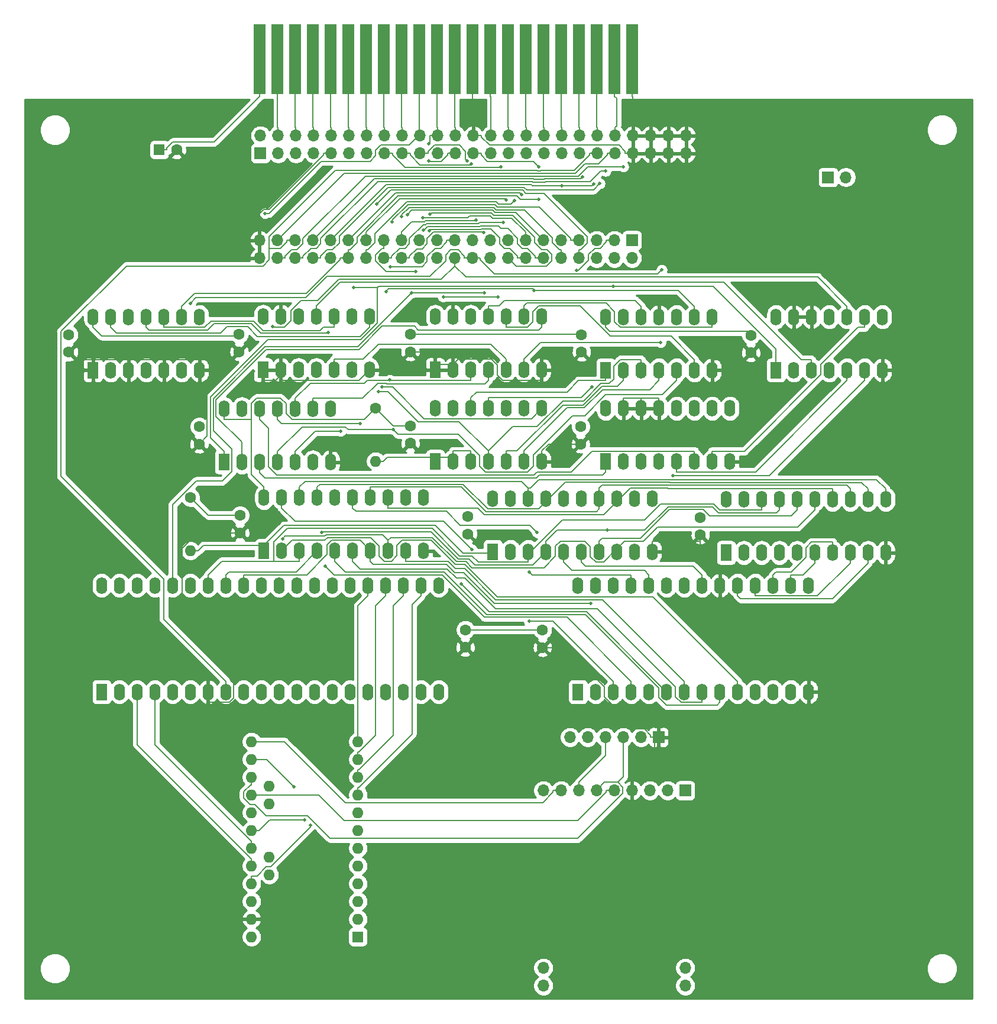
<source format=gbl>
G04 #@! TF.GenerationSoftware,KiCad,Pcbnew,(5.1.9)-1*
G04 #@! TF.CreationDate,2023-09-27T08:09:24+09:00*
G04 #@! TF.ProjectId,X1_SD,58315f53-442e-46b6-9963-61645f706362,rev?*
G04 #@! TF.SameCoordinates,PX1997c20PYbac5f70*
G04 #@! TF.FileFunction,Copper,L2,Bot*
G04 #@! TF.FilePolarity,Positive*
%FSLAX46Y46*%
G04 Gerber Fmt 4.6, Leading zero omitted, Abs format (unit mm)*
G04 Created by KiCad (PCBNEW (5.1.9)-1) date 2023-09-27 08:09:24*
%MOMM*%
%LPD*%
G01*
G04 APERTURE LIST*
G04 #@! TA.AperFunction,ConnectorPad*
%ADD10R,1.780000X10.000000*%
G04 #@! TD*
G04 #@! TA.AperFunction,ComponentPad*
%ADD11R,1.600000X1.600000*%
G04 #@! TD*
G04 #@! TA.AperFunction,ComponentPad*
%ADD12C,1.600000*%
G04 #@! TD*
G04 #@! TA.AperFunction,ComponentPad*
%ADD13O,1.600000X1.600000*%
G04 #@! TD*
G04 #@! TA.AperFunction,ComponentPad*
%ADD14R,1.600000X2.400000*%
G04 #@! TD*
G04 #@! TA.AperFunction,ComponentPad*
%ADD15O,1.600000X2.400000*%
G04 #@! TD*
G04 #@! TA.AperFunction,ComponentPad*
%ADD16R,1.700000X1.700000*%
G04 #@! TD*
G04 #@! TA.AperFunction,ComponentPad*
%ADD17O,1.700000X1.700000*%
G04 #@! TD*
G04 #@! TA.AperFunction,ViaPad*
%ADD18C,0.500000*%
G04 #@! TD*
G04 #@! TA.AperFunction,Conductor*
%ADD19C,0.200000*%
G04 #@! TD*
G04 #@! TA.AperFunction,Conductor*
%ADD20C,0.254000*%
G04 #@! TD*
G04 #@! TA.AperFunction,Conductor*
%ADD21C,0.100000*%
G04 #@! TD*
G04 APERTURE END LIST*
D10*
X34340000Y135116000D03*
X36880000Y135116000D03*
X39420000Y135116000D03*
X41960000Y135116000D03*
X44500000Y135116000D03*
X47040000Y135116000D03*
X49580000Y135116000D03*
X52120000Y135116000D03*
X54660000Y135116000D03*
X57200000Y135116000D03*
X59740000Y135116000D03*
X62280000Y135116000D03*
X64820000Y135116000D03*
X67360000Y135116000D03*
X69900000Y135116000D03*
X72440000Y135116000D03*
X74980000Y135116000D03*
X77520000Y135116000D03*
X80060000Y135116000D03*
X82600000Y135116000D03*
X85140000Y135116000D03*
X87680000Y135116000D03*
D11*
X19939000Y122174000D03*
D12*
X22439000Y122174000D03*
X6985000Y95710000D03*
X6985000Y93210000D03*
X55880000Y80177000D03*
X55880000Y82677000D03*
X25654000Y82550000D03*
X25654000Y80050000D03*
X80391000Y93210000D03*
X80391000Y95710000D03*
X55880000Y93258000D03*
X55880000Y95758000D03*
X31369000Y95758000D03*
X31369000Y93258000D03*
X104648000Y93131000D03*
X104648000Y95631000D03*
X80264000Y82550000D03*
X80264000Y80050000D03*
D13*
X50927000Y77597000D03*
D12*
X50927000Y85217000D03*
D14*
X10448000Y90630000D03*
D15*
X25688000Y98250000D03*
X12988000Y90630000D03*
X23148000Y98250000D03*
X15528000Y90630000D03*
X20608000Y98250000D03*
X18068000Y90630000D03*
X18068000Y98250000D03*
X20608000Y90630000D03*
X15528000Y98250000D03*
X23148000Y90630000D03*
X12988000Y98250000D03*
X25688000Y90630000D03*
X10448000Y98250000D03*
D14*
X59470000Y77549000D03*
D15*
X74710000Y85169000D03*
X62010000Y77549000D03*
X72170000Y85169000D03*
X64550000Y77549000D03*
X69630000Y85169000D03*
X67090000Y77549000D03*
X67090000Y85169000D03*
X69630000Y77549000D03*
X64550000Y85169000D03*
X72170000Y77549000D03*
X62010000Y85169000D03*
X74710000Y77549000D03*
X59470000Y85169000D03*
X108238000Y98250000D03*
X123478000Y90630000D03*
X110778000Y98250000D03*
X120938000Y90630000D03*
X113318000Y98250000D03*
X118398000Y90630000D03*
X115858000Y98250000D03*
X115858000Y90630000D03*
X118398000Y98250000D03*
X113318000Y90630000D03*
X120938000Y98250000D03*
X110778000Y90630000D03*
X123478000Y98250000D03*
D14*
X108238000Y90630000D03*
D15*
X83854000Y98250000D03*
X99094000Y90630000D03*
X86394000Y98250000D03*
X96554000Y90630000D03*
X88934000Y98250000D03*
X94014000Y90630000D03*
X91474000Y98250000D03*
X91474000Y90630000D03*
X94014000Y98250000D03*
X88934000Y90630000D03*
X96554000Y98250000D03*
X86394000Y90630000D03*
X99094000Y98250000D03*
D14*
X83854000Y90630000D03*
D12*
X31496000Y69850000D03*
X31496000Y67350000D03*
X64135000Y67183000D03*
X64135000Y69683000D03*
X63754000Y53467000D03*
X63754000Y50967000D03*
X97409000Y69556000D03*
X97409000Y67056000D03*
X74803000Y50927000D03*
X74803000Y53427000D03*
D16*
X95250000Y30480000D03*
D17*
X92710000Y30480000D03*
X90170000Y30480000D03*
X87630000Y30480000D03*
X85090000Y30480000D03*
X82550000Y30480000D03*
X80010000Y30480000D03*
X77470000Y30480000D03*
X74930000Y30480000D03*
X74930000Y2540000D03*
X74930000Y5080000D03*
X95250000Y2540000D03*
X95250000Y5080000D03*
D16*
X91440000Y38100000D03*
D17*
X88900000Y38100000D03*
X86360000Y38100000D03*
X83820000Y38100000D03*
X81280000Y38100000D03*
X78740000Y38100000D03*
D12*
X24413000Y72385000D03*
D13*
X24413000Y64765000D03*
D14*
X59436000Y90678000D03*
D15*
X74676000Y98298000D03*
X61976000Y90678000D03*
X72136000Y98298000D03*
X64516000Y90678000D03*
X69596000Y98298000D03*
X67056000Y90678000D03*
X67056000Y98298000D03*
X69596000Y90678000D03*
X64516000Y98298000D03*
X72136000Y90678000D03*
X61976000Y98298000D03*
X74676000Y90678000D03*
X59436000Y98298000D03*
D14*
X29210000Y77470000D03*
D15*
X44450000Y85090000D03*
X31750000Y77470000D03*
X41910000Y85090000D03*
X34290000Y77470000D03*
X39370000Y85090000D03*
X36830000Y77470000D03*
X36830000Y85090000D03*
X39370000Y77470000D03*
X34290000Y85090000D03*
X41910000Y77470000D03*
X31750000Y85090000D03*
X44450000Y77470000D03*
X29210000Y85090000D03*
D14*
X34925000Y64770000D03*
D15*
X57785000Y72390000D03*
X37465000Y64770000D03*
X55245000Y72390000D03*
X40005000Y64770000D03*
X52705000Y72390000D03*
X42545000Y64770000D03*
X50165000Y72390000D03*
X45085000Y64770000D03*
X47625000Y72390000D03*
X47625000Y64770000D03*
X45085000Y72390000D03*
X50165000Y64770000D03*
X42545000Y72390000D03*
X52705000Y64770000D03*
X40005000Y72390000D03*
X55245000Y64770000D03*
X37465000Y72390000D03*
X57785000Y64770000D03*
X34925000Y72390000D03*
X34798000Y98298000D03*
X50038000Y90678000D03*
X37338000Y98298000D03*
X47498000Y90678000D03*
X39878000Y98298000D03*
X44958000Y90678000D03*
X42418000Y98298000D03*
X42418000Y90678000D03*
X44958000Y98298000D03*
X39878000Y90678000D03*
X47498000Y98298000D03*
X37338000Y90678000D03*
X50038000Y98298000D03*
D14*
X34798000Y90678000D03*
D15*
X67691000Y72263000D03*
X90551000Y64643000D03*
X70231000Y72263000D03*
X88011000Y64643000D03*
X72771000Y72263000D03*
X85471000Y64643000D03*
X75311000Y72263000D03*
X82931000Y64643000D03*
X77851000Y72263000D03*
X80391000Y64643000D03*
X80391000Y72263000D03*
X77851000Y64643000D03*
X82931000Y72263000D03*
X75311000Y64643000D03*
X85471000Y72263000D03*
X72771000Y64643000D03*
X88011000Y72263000D03*
X70231000Y64643000D03*
X90551000Y72263000D03*
D14*
X67691000Y64643000D03*
X83862000Y77536000D03*
D15*
X101642000Y85156000D03*
X86402000Y77536000D03*
X99102000Y85156000D03*
X88942000Y77536000D03*
X96562000Y85156000D03*
X91482000Y77536000D03*
X94022000Y85156000D03*
X94022000Y77536000D03*
X91482000Y85156000D03*
X96562000Y77536000D03*
X88942000Y85156000D03*
X99102000Y77536000D03*
X86402000Y85156000D03*
X101642000Y77536000D03*
X83862000Y85156000D03*
D14*
X101092000Y64516000D03*
D15*
X123952000Y72136000D03*
X103632000Y64516000D03*
X121412000Y72136000D03*
X106172000Y64516000D03*
X118872000Y72136000D03*
X108712000Y64516000D03*
X116332000Y72136000D03*
X111252000Y64516000D03*
X113792000Y72136000D03*
X113792000Y64516000D03*
X111252000Y72136000D03*
X116332000Y64516000D03*
X108712000Y72136000D03*
X118872000Y64516000D03*
X106172000Y72136000D03*
X121412000Y64516000D03*
X103632000Y72136000D03*
X123952000Y64516000D03*
X101092000Y72136000D03*
D14*
X11684000Y44577000D03*
D15*
X59944000Y59817000D03*
X14224000Y44577000D03*
X57404000Y59817000D03*
X16764000Y44577000D03*
X54864000Y59817000D03*
X19304000Y44577000D03*
X52324000Y59817000D03*
X21844000Y44577000D03*
X49784000Y59817000D03*
X24384000Y44577000D03*
X47244000Y59817000D03*
X26924000Y44577000D03*
X44704000Y59817000D03*
X29464000Y44577000D03*
X42164000Y59817000D03*
X32004000Y44577000D03*
X39624000Y59817000D03*
X34544000Y44577000D03*
X37084000Y59817000D03*
X37084000Y44577000D03*
X34544000Y59817000D03*
X39624000Y44577000D03*
X32004000Y59817000D03*
X42164000Y44577000D03*
X29464000Y59817000D03*
X44704000Y44577000D03*
X26924000Y59817000D03*
X47244000Y44577000D03*
X24384000Y59817000D03*
X49784000Y44577000D03*
X21844000Y59817000D03*
X52324000Y44577000D03*
X19304000Y59817000D03*
X54864000Y44577000D03*
X16764000Y59817000D03*
X57404000Y44577000D03*
X14224000Y59817000D03*
X59944000Y44577000D03*
X11684000Y59817000D03*
D14*
X79883000Y44577000D03*
D15*
X112903000Y59817000D03*
X82423000Y44577000D03*
X110363000Y59817000D03*
X84963000Y44577000D03*
X107823000Y59817000D03*
X87503000Y44577000D03*
X105283000Y59817000D03*
X90043000Y44577000D03*
X102743000Y59817000D03*
X92583000Y44577000D03*
X100203000Y59817000D03*
X95123000Y44577000D03*
X97663000Y59817000D03*
X97663000Y44577000D03*
X95123000Y59817000D03*
X100203000Y44577000D03*
X92583000Y59817000D03*
X102743000Y44577000D03*
X90043000Y59817000D03*
X105283000Y44577000D03*
X87503000Y59817000D03*
X107823000Y44577000D03*
X84963000Y59817000D03*
X110363000Y44577000D03*
X82423000Y59817000D03*
X112903000Y44577000D03*
X79883000Y59817000D03*
D11*
X48387000Y9525000D03*
D13*
X48387000Y12065000D03*
X48387000Y14605000D03*
X33147000Y37465000D03*
X48387000Y17145000D03*
X33147000Y34925000D03*
X48387000Y19685000D03*
X33147000Y32385000D03*
X48387000Y22225000D03*
X33147000Y29845000D03*
X48387000Y24765000D03*
X33147000Y27305000D03*
X48387000Y27305000D03*
X33147000Y24765000D03*
X48387000Y29845000D03*
X33147000Y22225000D03*
X48387000Y32385000D03*
X33147000Y19685000D03*
X48387000Y34925000D03*
X33147000Y17145000D03*
X48387000Y37465000D03*
X33147000Y14605000D03*
X33147000Y12065000D03*
X33147000Y9525000D03*
X35687000Y18415000D03*
X35687000Y20955000D03*
X35687000Y28575000D03*
X35687000Y31115000D03*
D17*
X34290000Y106680000D03*
X34290000Y109220000D03*
X36830000Y106680000D03*
X36830000Y109220000D03*
X39370000Y106680000D03*
X39370000Y109220000D03*
X41910000Y106680000D03*
X41910000Y109220000D03*
X44450000Y106680000D03*
X44450000Y109220000D03*
X46990000Y106680000D03*
X46990000Y109220000D03*
X49530000Y106680000D03*
X49530000Y109220000D03*
X52070000Y106680000D03*
X52070000Y109220000D03*
X54610000Y106680000D03*
X54610000Y109220000D03*
X57150000Y106680000D03*
X57150000Y109220000D03*
X59690000Y106680000D03*
X59690000Y109220000D03*
X62230000Y106680000D03*
X62230000Y109220000D03*
X64770000Y106680000D03*
X64770000Y109220000D03*
X67310000Y106680000D03*
X67310000Y109220000D03*
X69850000Y106680000D03*
X69850000Y109220000D03*
X72390000Y106680000D03*
X72390000Y109220000D03*
X74930000Y106680000D03*
X74930000Y109220000D03*
X77470000Y106680000D03*
X77470000Y109220000D03*
X80010000Y106680000D03*
X80010000Y109220000D03*
X82550000Y106680000D03*
X82550000Y109220000D03*
X85090000Y106680000D03*
X85090000Y109220000D03*
X87630000Y106680000D03*
D16*
X87630000Y109220000D03*
X34417000Y121666000D03*
D17*
X34417000Y124206000D03*
X36957000Y121666000D03*
X36957000Y124206000D03*
X39497000Y121666000D03*
X39497000Y124206000D03*
X42037000Y121666000D03*
X42037000Y124206000D03*
X44577000Y121666000D03*
X44577000Y124206000D03*
X47117000Y121666000D03*
X47117000Y124206000D03*
X49657000Y121666000D03*
X49657000Y124206000D03*
X52197000Y121666000D03*
X52197000Y124206000D03*
X54737000Y121666000D03*
X54737000Y124206000D03*
X57277000Y121666000D03*
X57277000Y124206000D03*
X59817000Y121666000D03*
X59817000Y124206000D03*
X62357000Y121666000D03*
X62357000Y124206000D03*
X64897000Y121666000D03*
X64897000Y124206000D03*
X67437000Y121666000D03*
X67437000Y124206000D03*
X69977000Y121666000D03*
X69977000Y124206000D03*
X72517000Y121666000D03*
X72517000Y124206000D03*
X75057000Y121666000D03*
X75057000Y124206000D03*
X77597000Y121666000D03*
X77597000Y124206000D03*
X80137000Y121666000D03*
X80137000Y124206000D03*
X82677000Y121666000D03*
X82677000Y124206000D03*
X85217000Y121666000D03*
X85217000Y124206000D03*
X87757000Y121666000D03*
X87757000Y124206000D03*
X90297000Y121666000D03*
X90297000Y124206000D03*
X92837000Y121666000D03*
X92837000Y124206000D03*
X95377000Y121666000D03*
X95377000Y124206000D03*
D16*
X115697000Y118237000D03*
D17*
X118237000Y118237000D03*
D18*
X41601800Y25514300D03*
X81737400Y57210600D03*
X79692600Y104920700D03*
X84080400Y67721800D03*
X43172700Y67421400D03*
X53308800Y111864000D03*
X53406800Y82122100D03*
X65308400Y112131500D03*
X56654600Y104723800D03*
X60594200Y101096600D03*
X68462800Y101096600D03*
X51292400Y87588200D03*
X69588800Y114992300D03*
X71849500Y115713200D03*
X82127400Y117309500D03*
X77597000Y117038600D03*
X81880900Y88211600D03*
X80543900Y118255400D03*
X37567600Y66470700D03*
X51068000Y114371000D03*
X54649500Y112638700D03*
X57788700Y110670300D03*
X56028500Y101653400D03*
X66484000Y101653400D03*
X91887100Y104971900D03*
X24390700Y100207400D03*
X35098200Y113073600D03*
X36191700Y96851600D03*
X58546900Y123058400D03*
X74304500Y115091200D03*
X63999100Y120556600D03*
X52952200Y89220800D03*
X52989500Y105445500D03*
X58477500Y120556600D03*
X45864800Y81885600D03*
X52401800Y101890900D03*
X73610300Y102062500D03*
X74295800Y119712000D03*
X44124600Y95995300D03*
X51842800Y88212400D03*
X91733500Y94602800D03*
X47788600Y102410800D03*
X84950100Y102654400D03*
X39248500Y30986600D03*
X48657800Y82961800D03*
X63158500Y60076600D03*
X74037900Y67389000D03*
X43723100Y62555100D03*
X64674100Y64980200D03*
X72879100Y54711400D03*
X93447500Y75503600D03*
X72873900Y61745200D03*
X40713100Y26266800D03*
X55427900Y112850900D03*
X57661100Y112414100D03*
X68836400Y119756000D03*
X64605300Y120156300D03*
X58560200Y110620600D03*
X58664000Y112967900D03*
X66418100Y110312700D03*
X69197100Y111737300D03*
X70793100Y114901000D03*
X83021100Y117317400D03*
X83853700Y119094600D03*
X86394900Y119761900D03*
D19*
X33139100Y83589700D02*
X33139100Y75676200D01*
X33139100Y75676200D02*
X34925000Y73890300D01*
X29210000Y83589700D02*
X33139100Y83589700D01*
X33139100Y83589700D02*
X33139100Y85895800D01*
X33139100Y85895800D02*
X33872500Y86629200D01*
X33872500Y86629200D02*
X37301000Y86629200D01*
X37301000Y86629200D02*
X38100000Y85830200D01*
X38100000Y85830200D02*
X38100000Y84386000D01*
X38100000Y84386000D02*
X38919200Y83566800D01*
X38919200Y83566800D02*
X49276800Y83566800D01*
X49276800Y83566800D02*
X50927000Y85217000D01*
X55880000Y82677000D02*
X53467000Y82677000D01*
X53467000Y82677000D02*
X50927000Y85217000D01*
X80391000Y95710000D02*
X80343000Y95758000D01*
X80343000Y95758000D02*
X55880000Y95758000D01*
X63754000Y53467000D02*
X74763000Y53467000D01*
X74763000Y53467000D02*
X74803000Y53427000D01*
X10448000Y96749700D02*
X11678200Y95519500D01*
X11678200Y95519500D02*
X31130500Y95519500D01*
X31130500Y95519500D02*
X31369000Y95758000D01*
X104648000Y95631000D02*
X104133500Y96145500D01*
X104133500Y96145500D02*
X84458200Y96145500D01*
X84458200Y96145500D02*
X83854000Y96749700D01*
X33147000Y17145000D02*
X33147000Y18245300D01*
X41601800Y25514300D02*
X41601800Y25265600D01*
X41601800Y25265600D02*
X35904500Y19568300D01*
X35904500Y19568300D02*
X35272000Y19568300D01*
X35272000Y19568300D02*
X33949000Y18245300D01*
X33949000Y18245300D02*
X33147000Y18245300D01*
X34925000Y72390000D02*
X34925000Y73890300D01*
X83854000Y98250000D02*
X83854000Y96749700D01*
X34340000Y135116000D02*
X34340000Y129815700D01*
X19939000Y122174000D02*
X21039300Y122174000D01*
X21039300Y122174000D02*
X21039300Y122449200D01*
X21039300Y122449200D02*
X21864400Y123274300D01*
X21864400Y123274300D02*
X27798600Y123274300D01*
X27798600Y123274300D02*
X34340000Y129815700D01*
X10448000Y98250000D02*
X10448000Y96749700D01*
X29210000Y85090000D02*
X29210000Y83589700D01*
X31496000Y69850000D02*
X26948000Y69850000D01*
X26948000Y69850000D02*
X24413000Y72385000D01*
X74676000Y90678000D02*
X74676000Y89177700D01*
X74676000Y90678000D02*
X74676000Y92178300D01*
X74676000Y92178300D02*
X79359300Y92178300D01*
X79359300Y92178300D02*
X80391000Y93210000D01*
X74676000Y89177700D02*
X69091600Y89177700D01*
X69091600Y89177700D02*
X68326000Y89943300D01*
X68326000Y89943300D02*
X68326000Y91397400D01*
X68326000Y91397400D02*
X67519400Y92204000D01*
X67519400Y92204000D02*
X62751800Y92204000D01*
X62751800Y92204000D02*
X61976000Y91428200D01*
X55880000Y93258000D02*
X53306800Y90684800D01*
X53306800Y90684800D02*
X50038000Y90684800D01*
X55880000Y93258000D02*
X58356300Y93258000D01*
X58356300Y93258000D02*
X59436000Y92178300D01*
X25688000Y89129700D02*
X26764900Y88052800D01*
X26764900Y88052800D02*
X26764900Y81160900D01*
X26764900Y81160900D02*
X25654000Y80050000D01*
X112903000Y51966700D02*
X112903000Y44577000D01*
X61976000Y90678000D02*
X61976000Y91428200D01*
X59436000Y91428200D02*
X59436000Y92178300D01*
X59436000Y90678000D02*
X59436000Y91428200D01*
X61976000Y91428200D02*
X59436000Y91428200D01*
X74710000Y77549000D02*
X74710000Y79049300D01*
X80264000Y80050000D02*
X75710700Y80050000D01*
X75710700Y80050000D02*
X74710000Y79049300D01*
X50038000Y90684800D02*
X48530900Y89177700D01*
X48530900Y89177700D02*
X37338000Y89177700D01*
X87630000Y30480000D02*
X87630000Y31630300D01*
X90864900Y38100000D02*
X90864900Y34865200D01*
X90864900Y34865200D02*
X87630000Y31630300D01*
X90864900Y38100000D02*
X90289700Y38100000D01*
X91440000Y38100000D02*
X90864900Y38100000D01*
X74803000Y50927000D02*
X78043700Y50927000D01*
X78043700Y50927000D02*
X83693000Y45277700D01*
X83693000Y45277700D02*
X83693000Y43863600D01*
X83693000Y43863600D02*
X88306300Y39250300D01*
X88306300Y39250300D02*
X89427100Y39250300D01*
X89427100Y39250300D02*
X90289700Y38387700D01*
X90289700Y38387700D02*
X90289700Y38100000D01*
X25688000Y90630000D02*
X25688000Y89129700D01*
X112903000Y51966700D02*
X123952000Y63015700D01*
X100203000Y58316700D02*
X106553000Y51966700D01*
X106553000Y51966700D02*
X112903000Y51966700D01*
X99094000Y90630000D02*
X99094000Y92130300D01*
X99094000Y92130300D02*
X103647300Y92130300D01*
X103647300Y92130300D02*
X104648000Y93131000D01*
X34798000Y90678000D02*
X34798000Y89177700D01*
X37338000Y89927900D02*
X36587800Y89177700D01*
X36587800Y89177700D02*
X34798000Y89177700D01*
X37338000Y89927900D02*
X37338000Y89177700D01*
X37338000Y90678000D02*
X37338000Y89927900D01*
X50038000Y90678000D02*
X50038000Y90684800D01*
X26924000Y44577000D02*
X26924000Y43076700D01*
X26924000Y43076700D02*
X29964000Y43076700D01*
X29964000Y43076700D02*
X30604000Y43716700D01*
X30604000Y43716700D02*
X30604000Y49947600D01*
X30604000Y49947600D02*
X23239100Y57312500D01*
X23239100Y57312500D02*
X23239100Y65154600D01*
X23239100Y65154600D02*
X25434500Y67350000D01*
X25434500Y67350000D02*
X31496000Y67350000D01*
X64897000Y124206000D02*
X66047300Y124206000D01*
X87757000Y121666000D02*
X86606700Y121666000D01*
X86606700Y121666000D02*
X86606700Y121953700D01*
X86606700Y121953700D02*
X85744100Y122816300D01*
X85744100Y122816300D02*
X67198600Y122816300D01*
X67198600Y122816300D02*
X66047300Y123967600D01*
X66047300Y123967600D02*
X66047300Y124206000D01*
X97409000Y66143300D02*
X97409000Y64111300D01*
X97409000Y64111300D02*
X100203000Y61317300D01*
X97409000Y67056000D02*
X97409000Y66143300D01*
X97409000Y66143300D02*
X90551000Y66143300D01*
X90551000Y64643000D02*
X90551000Y66143300D01*
X34290000Y113043600D02*
X34290000Y110370300D01*
X43426700Y121666000D02*
X43426700Y121404100D01*
X43426700Y121404100D02*
X35646500Y113623900D01*
X35646500Y113623900D02*
X34870300Y113623900D01*
X34870300Y113623900D02*
X34290000Y113043600D01*
X22439000Y122174000D02*
X31569400Y113043600D01*
X31569400Y113043600D02*
X34290000Y113043600D01*
X90297000Y124206000D02*
X90297000Y122816300D01*
X92837000Y124206000D02*
X90297000Y124206000D01*
X90297000Y121666000D02*
X90297000Y122816300D01*
X87680000Y129815700D02*
X87757000Y129738700D01*
X87757000Y129738700D02*
X87757000Y124206000D01*
X100203000Y59817000D02*
X100203000Y61317300D01*
X86402000Y85156000D02*
X86402000Y86656300D01*
X86402000Y86656300D02*
X88942000Y86656300D01*
X88942000Y85156000D02*
X88942000Y86656300D01*
X91482000Y85156000D02*
X91482000Y86656300D01*
X91482000Y86656300D02*
X88942000Y86656300D01*
X100203000Y59817000D02*
X100203000Y58316700D01*
X123952000Y64516000D02*
X123952000Y63015700D01*
X44577000Y121666000D02*
X43426700Y121666000D01*
X44450000Y78970300D02*
X54673300Y78970300D01*
X54673300Y78970300D02*
X55880000Y80177000D01*
X34290000Y109220000D02*
X34290000Y110370300D01*
X64897000Y124206000D02*
X64897000Y125356300D01*
X64897000Y125356300D02*
X64820000Y125433300D01*
X64820000Y125433300D02*
X64820000Y135116000D01*
X87680000Y135116000D02*
X87680000Y129815700D01*
X15528000Y92130300D02*
X10448000Y92130300D01*
X15528000Y92030200D02*
X15528000Y92130300D01*
X15528000Y90630000D02*
X15528000Y92030200D01*
X44450000Y77470000D02*
X44450000Y78970300D01*
X10448000Y90630000D02*
X10448000Y92130300D01*
X10448000Y92130300D02*
X8064700Y92130300D01*
X8064700Y92130300D02*
X6985000Y93210000D01*
X15528000Y92130300D02*
X20608000Y92130300D01*
X20608000Y90630000D02*
X20608000Y92130300D01*
X20608000Y92130300D02*
X25688000Y92130300D01*
X25688000Y90630000D02*
X25688000Y92130300D01*
X25688000Y92130300D02*
X30241300Y92130300D01*
X30241300Y92130300D02*
X31369000Y93258000D01*
X50165000Y64770000D02*
X50165000Y63269700D01*
X50165000Y63269700D02*
X50575300Y62859400D01*
X50575300Y62859400D02*
X61024800Y62859400D01*
X61024800Y62859400D02*
X62256600Y61627600D01*
X62256600Y61627600D02*
X63518500Y61627600D01*
X63518500Y61627600D02*
X67935500Y57210600D01*
X67935500Y57210600D02*
X81737400Y57210600D01*
X32004000Y61317300D02*
X41065900Y61317300D01*
X41065900Y61317300D02*
X43984600Y64236000D01*
X43984600Y64236000D02*
X43984600Y65630400D01*
X43984600Y65630400D02*
X44624600Y66270400D01*
X44624600Y66270400D02*
X48664600Y66270400D01*
X48664600Y66270400D02*
X50165000Y64770000D01*
X82931000Y66143300D02*
X83331400Y66543700D01*
X83331400Y66543700D02*
X88809100Y66543700D01*
X88809100Y66543700D02*
X92945600Y70680200D01*
X92945600Y70680200D02*
X97841000Y70680200D01*
X97841000Y70680200D02*
X98712000Y69809200D01*
X98712000Y69809200D02*
X110425500Y69809200D01*
X110425500Y69809200D02*
X111252000Y70635700D01*
X85090000Y109220000D02*
X83939700Y109220000D01*
X83939700Y109220000D02*
X83939700Y108932300D01*
X83939700Y108932300D02*
X83077100Y108069700D01*
X83077100Y108069700D02*
X82284300Y108069700D01*
X82284300Y108069700D02*
X81399600Y107185000D01*
X81399600Y107185000D02*
X81399600Y106353100D01*
X81399600Y106353100D02*
X79967200Y104920700D01*
X79967200Y104920700D02*
X79692600Y104920700D01*
X111252000Y72136000D02*
X111252000Y70635700D01*
X82931000Y64643000D02*
X82931000Y66143300D01*
X32004000Y59817000D02*
X32004000Y61317300D01*
X75311000Y64643000D02*
X73410400Y62742400D01*
X73410400Y62742400D02*
X65150700Y62742400D01*
X65150700Y62742400D02*
X64263900Y63629200D01*
X64263900Y63629200D02*
X62708700Y63629200D01*
X62708700Y63629200D02*
X58866600Y67471300D01*
X58866600Y67471300D02*
X43222600Y67471300D01*
X43222600Y67471300D02*
X43172700Y67421400D01*
X84080400Y67721800D02*
X89421000Y67721800D01*
X89421000Y67721800D02*
X92779800Y71080600D01*
X92779800Y71080600D02*
X99153100Y71080600D01*
X99153100Y71080600D02*
X100023200Y70210500D01*
X100023200Y70210500D02*
X108286800Y70210500D01*
X108286800Y70210500D02*
X108712000Y70635700D01*
X75311000Y66143300D02*
X76889500Y67721800D01*
X76889500Y67721800D02*
X84080400Y67721800D01*
X29464000Y59817000D02*
X29464000Y61317300D01*
X42545000Y64770000D02*
X39541700Y61766700D01*
X39541700Y61766700D02*
X29913400Y61766700D01*
X29913400Y61766700D02*
X29464000Y61317300D01*
X108712000Y72136000D02*
X108712000Y70635700D01*
X75311000Y64643000D02*
X75311000Y66143300D01*
X53308800Y111864000D02*
X53308800Y112076400D01*
X53308800Y112076400D02*
X55551300Y114318900D01*
X55551300Y114318900D02*
X68001200Y114318900D01*
X68001200Y114318900D02*
X68342300Y113977800D01*
X68342300Y113977800D02*
X74389500Y113977800D01*
X74389500Y113977800D02*
X78859700Y109507600D01*
X78859700Y109507600D02*
X78859700Y109220000D01*
X72771000Y63142700D02*
X65599700Y63142700D01*
X65599700Y63142700D02*
X64712900Y64029500D01*
X64712900Y64029500D02*
X62937300Y64029500D01*
X62937300Y64029500D02*
X58987700Y67979100D01*
X58987700Y67979100D02*
X38283800Y67979100D01*
X38283800Y67979100D02*
X36347200Y66042500D01*
X36347200Y66042500D02*
X36347200Y63269700D01*
X106172000Y72136000D02*
X106172000Y70635700D01*
X72771000Y64264700D02*
X77692700Y69186400D01*
X77692700Y69186400D02*
X89430700Y69186400D01*
X89430700Y69186400D02*
X91725300Y71481000D01*
X91725300Y71481000D02*
X99354600Y71481000D01*
X99354600Y71481000D02*
X100199900Y70635700D01*
X100199900Y70635700D02*
X106172000Y70635700D01*
X72771000Y64264700D02*
X72771000Y63142700D01*
X72771000Y64643000D02*
X72771000Y64264700D01*
X36347200Y63269700D02*
X40005000Y63269700D01*
X26924000Y61317300D02*
X28876400Y63269700D01*
X28876400Y63269700D02*
X36347200Y63269700D01*
X40005000Y64770000D02*
X40005000Y63269700D01*
X26924000Y59817000D02*
X26924000Y61317300D01*
X80010000Y109220000D02*
X78859700Y109220000D01*
X53406800Y82122100D02*
X54101900Y81427000D01*
X54101900Y81427000D02*
X62788000Y81427000D01*
X62788000Y81427000D02*
X65820000Y78395000D01*
X65820000Y78395000D02*
X65820000Y76855100D01*
X65820000Y76855100D02*
X66655300Y76019800D01*
X66655300Y76019800D02*
X72632900Y76019800D01*
X72632900Y76019800D02*
X73526400Y76913300D01*
X73526400Y76913300D02*
X73526400Y78499800D01*
X73526400Y78499800D02*
X79123800Y84097200D01*
X79123800Y84097200D02*
X80847100Y84097200D01*
X80847100Y84097200D02*
X83859200Y87109300D01*
X83859200Y87109300D02*
X91993600Y87109300D01*
X91993600Y87109300D02*
X94014000Y89129700D01*
X53406800Y82122100D02*
X46986800Y82122100D01*
X46986800Y82122100D02*
X46598700Y82510200D01*
X46598700Y82510200D02*
X40369900Y82510200D01*
X40369900Y82510200D02*
X36830000Y78970300D01*
X94014000Y90630000D02*
X94014000Y89129700D01*
X36830000Y77470000D02*
X36830000Y78970300D01*
X54610000Y110370300D02*
X56103500Y111863800D01*
X56103500Y111863800D02*
X57889100Y111863800D01*
X57889100Y111863800D02*
X58042500Y112017200D01*
X58042500Y112017200D02*
X65194100Y112017200D01*
X65194100Y112017200D02*
X65308400Y112131500D01*
X54610000Y109220000D02*
X54610000Y110370300D01*
X52070000Y109220000D02*
X52070000Y108069700D01*
X56654600Y104723800D02*
X52398800Y104723800D01*
X52398800Y104723800D02*
X50875400Y106247200D01*
X50875400Y106247200D02*
X50875400Y107113500D01*
X50875400Y107113500D02*
X51831600Y108069700D01*
X51831600Y108069700D02*
X52070000Y108069700D01*
X68462800Y101096600D02*
X60594200Y101096600D01*
X72170000Y79049300D02*
X78348200Y85227500D01*
X78348200Y85227500D02*
X80807400Y85227500D01*
X80807400Y85227500D02*
X83425300Y87845400D01*
X83425300Y87845400D02*
X90189700Y87845400D01*
X90189700Y87845400D02*
X91474000Y89129700D01*
X91474000Y90630000D02*
X91474000Y89129700D01*
X72170000Y77549000D02*
X72170000Y79049300D01*
X67090000Y79049300D02*
X70570400Y82529700D01*
X70570400Y82529700D02*
X74044400Y82529700D01*
X74044400Y82529700D02*
X77743000Y86228300D01*
X77743000Y86228300D02*
X80676000Y86228300D01*
X80676000Y86228300D02*
X83152200Y88704500D01*
X83152200Y88704500D02*
X84363200Y88704500D01*
X84363200Y88704500D02*
X84982400Y89323700D01*
X84982400Y89323700D02*
X84982400Y91184000D01*
X84982400Y91184000D02*
X85928700Y92130300D01*
X85928700Y92130300D02*
X88934000Y92130300D01*
X51292400Y87588200D02*
X52660400Y87588200D01*
X52660400Y87588200D02*
X56980400Y83268200D01*
X56980400Y83268200D02*
X62871100Y83268200D01*
X62871100Y83268200D02*
X67090000Y79049300D01*
X49530000Y109220000D02*
X49530000Y110370300D01*
X49530000Y110370300D02*
X54338500Y115178800D01*
X54338500Y115178800D02*
X69402300Y115178800D01*
X69402300Y115178800D02*
X69588800Y114992300D01*
X88934000Y90630000D02*
X88934000Y92130300D01*
X67090000Y77549000D02*
X67090000Y79049300D01*
X69630000Y79049300D02*
X71130300Y79049300D01*
X71130300Y79049300D02*
X77708800Y85627800D01*
X77708800Y85627800D02*
X80641600Y85627800D01*
X80641600Y85627800D02*
X83293700Y88279900D01*
X83293700Y88279900D02*
X85544200Y88279900D01*
X85544200Y88279900D02*
X86394000Y89129700D01*
X86394000Y90630000D02*
X86394000Y89129700D01*
X69630000Y77549000D02*
X69630000Y79049300D01*
X71849500Y115713200D02*
X71574400Y115988300D01*
X71574400Y115988300D02*
X53758300Y115988300D01*
X53758300Y115988300D02*
X46990000Y109220000D01*
X44450000Y109220000D02*
X52419200Y117189200D01*
X52419200Y117189200D02*
X73209900Y117189200D01*
X73209900Y117189200D02*
X73360500Y117038600D01*
X73360500Y117038600D02*
X77597000Y117038600D01*
X81880900Y88211600D02*
X80338600Y86669300D01*
X80338600Y86669300D02*
X67090000Y86669300D01*
X82127400Y117309500D02*
X81856500Y117038600D01*
X81856500Y117038600D02*
X77597000Y117038600D01*
X67090000Y85169000D02*
X67090000Y86669300D01*
X41910000Y109220000D02*
X50688600Y117998600D01*
X50688600Y117998600D02*
X73532700Y117998600D01*
X73532700Y117998600D02*
X73570500Y117960800D01*
X73570500Y117960800D02*
X75021200Y117960800D01*
X75021200Y117960800D02*
X75059000Y117998600D01*
X75059000Y117998600D02*
X80287100Y117998600D01*
X80287100Y117998600D02*
X80543900Y118255400D01*
X64550000Y85169000D02*
X64550000Y86669300D01*
X83854000Y90630000D02*
X83854000Y89129700D01*
X83854000Y89129700D02*
X79939000Y89129700D01*
X79939000Y89129700D02*
X78315000Y87505700D01*
X78315000Y87505700D02*
X65386400Y87505700D01*
X65386400Y87505700D02*
X64550000Y86669300D01*
X35654300Y108014500D02*
X35654300Y109702400D01*
X35654300Y109702400D02*
X45151400Y119199500D01*
X45151400Y119199500D02*
X74030100Y119199500D01*
X74030100Y119199500D02*
X74067900Y119161700D01*
X74067900Y119161700D02*
X74523800Y119161700D01*
X74523800Y119161700D02*
X74561600Y119199500D01*
X74561600Y119199500D02*
X79308000Y119199500D01*
X79308000Y119199500D02*
X81526700Y121418200D01*
X81526700Y121418200D02*
X81526700Y121666000D01*
X29464000Y44577000D02*
X29464000Y46077300D01*
X35654300Y108014500D02*
X35654300Y106410400D01*
X35654300Y106410400D02*
X34773600Y105529700D01*
X34773600Y105529700D02*
X15236800Y105529700D01*
X15236800Y105529700D02*
X5872600Y96165500D01*
X5872600Y96165500D02*
X5872600Y75448600D01*
X5872600Y75448600D02*
X20574000Y60747200D01*
X20574000Y60747200D02*
X20574000Y54967300D01*
X20574000Y54967300D02*
X29464000Y46077300D01*
X35654300Y108014500D02*
X37252500Y108014500D01*
X37252500Y108014500D02*
X38219700Y108981700D01*
X38219700Y108981700D02*
X38219700Y109220000D01*
X82677000Y121666000D02*
X81526700Y121666000D01*
X39370000Y109220000D02*
X38219700Y109220000D01*
X36830000Y109220000D02*
X46409200Y118799200D01*
X46409200Y118799200D02*
X73864300Y118799200D01*
X73864300Y118799200D02*
X73902100Y118761400D01*
X73902100Y118761400D02*
X74689600Y118761400D01*
X74689600Y118761400D02*
X74727400Y118799200D01*
X74727400Y118799200D02*
X79534200Y118799200D01*
X79534200Y118799200D02*
X80897200Y120162200D01*
X80897200Y120162200D02*
X82808000Y120162200D01*
X82808000Y120162200D02*
X84066700Y121420900D01*
X84066700Y121420900D02*
X84066700Y121666000D01*
X85217000Y121666000D02*
X84066700Y121666000D01*
X85471000Y65076500D02*
X83537200Y63142700D01*
X83537200Y63142700D02*
X82465700Y63142700D01*
X82465700Y63142700D02*
X81661000Y63947400D01*
X81661000Y63947400D02*
X81661000Y65362800D01*
X81661000Y65362800D02*
X80851000Y66172800D01*
X80851000Y66172800D02*
X77410100Y66172800D01*
X77410100Y66172800D02*
X76667400Y65430100D01*
X76667400Y65430100D02*
X76667400Y63989700D01*
X76667400Y63989700D02*
X75017800Y62340100D01*
X75017800Y62340100D02*
X64704100Y62340100D01*
X64704100Y62340100D02*
X63815300Y63228900D01*
X63815300Y63228900D02*
X62502600Y63228900D01*
X62502600Y63228900D02*
X59060900Y66670600D01*
X59060900Y66670600D02*
X53105300Y66670600D01*
X53105300Y66670600D02*
X52705000Y66270300D01*
X37567600Y66470700D02*
X37967900Y66871000D01*
X37967900Y66871000D02*
X43653100Y66871000D01*
X43653100Y66871000D02*
X43853100Y67071000D01*
X43853100Y67071000D02*
X51904300Y67071000D01*
X51904300Y67071000D02*
X52705000Y66270300D01*
X113792000Y72136000D02*
X113792000Y70635700D01*
X85471000Y65076500D02*
X86537800Y66143300D01*
X86537800Y66143300D02*
X89279500Y66143300D01*
X89279500Y66143300D02*
X91320600Y68184400D01*
X91320600Y68184400D02*
X111340700Y68184400D01*
X111340700Y68184400D02*
X113792000Y70635700D01*
X52705000Y64770000D02*
X52705000Y66270300D01*
X85471000Y64643000D02*
X85471000Y65076500D01*
X36957000Y124206000D02*
X36957000Y125356300D01*
X36957000Y125356300D02*
X36880000Y125433300D01*
X36880000Y125433300D02*
X36880000Y135116000D01*
X85471000Y71829500D02*
X87404800Y73763300D01*
X87404800Y73763300D02*
X92711300Y73763300D01*
X92711300Y73763300D02*
X92838300Y73636300D01*
X92838300Y73636300D02*
X116332000Y73636300D01*
X52705000Y72390000D02*
X52705000Y70889700D01*
X52705000Y70889700D02*
X65535000Y70889700D01*
X65535000Y70889700D02*
X66483800Y69940900D01*
X66483800Y69940900D02*
X83582400Y69940900D01*
X83582400Y69940900D02*
X85471000Y71829500D01*
X116332000Y72136000D02*
X116332000Y73636300D01*
X85471000Y72263000D02*
X85471000Y71829500D01*
X39497000Y124206000D02*
X39497000Y125356300D01*
X39497000Y125356300D02*
X39420000Y125433300D01*
X39420000Y125433300D02*
X39420000Y135116000D01*
X82931000Y73763300D02*
X83331300Y74163600D01*
X83331300Y74163600D02*
X92877100Y74163600D01*
X92877100Y74163600D02*
X92888000Y74152700D01*
X92888000Y74152700D02*
X118355600Y74152700D01*
X118355600Y74152700D02*
X118872000Y73636300D01*
X50165000Y73890300D02*
X63183900Y73890300D01*
X63183900Y73890300D02*
X66718800Y70355400D01*
X66718800Y70355400D02*
X82523700Y70355400D01*
X82523700Y70355400D02*
X82931000Y70762700D01*
X80010000Y107830300D02*
X80248300Y107830300D01*
X80248300Y107830300D02*
X81209800Y108791800D01*
X81209800Y108791800D02*
X81209800Y109699000D01*
X81209800Y109699000D02*
X74999800Y115909000D01*
X74999800Y115909000D02*
X72432100Y115909000D01*
X72432100Y115909000D02*
X71952500Y116388600D01*
X71952500Y116388600D02*
X53085600Y116388600D01*
X53085600Y116388600D02*
X51068000Y114371000D01*
X80010000Y106680000D02*
X80010000Y107830300D01*
X50165000Y72390000D02*
X50165000Y73890300D01*
X82931000Y72263000D02*
X82931000Y70762700D01*
X118872000Y72136000D02*
X118872000Y73636300D01*
X82931000Y72263000D02*
X82931000Y73763300D01*
X42037000Y124206000D02*
X42037000Y125356300D01*
X42037000Y125356300D02*
X41960000Y125433300D01*
X41960000Y125433300D02*
X41960000Y135116000D01*
X54649500Y112638700D02*
X54649500Y112851000D01*
X54649500Y112851000D02*
X55717100Y113918600D01*
X55717100Y113918600D02*
X67835400Y113918600D01*
X67835400Y113918600D02*
X68176500Y113577500D01*
X68176500Y113577500D02*
X72206700Y113577500D01*
X72206700Y113577500D02*
X76200000Y109584200D01*
X76200000Y109584200D02*
X76200000Y108861900D01*
X76200000Y108861900D02*
X77231600Y107830300D01*
X77231600Y107830300D02*
X77470000Y107830300D01*
X75311000Y71829500D02*
X78052600Y74571100D01*
X78052600Y74571100D02*
X93035700Y74571100D01*
X93035700Y74571100D02*
X93053800Y74553000D01*
X93053800Y74553000D02*
X120495300Y74553000D01*
X120495300Y74553000D02*
X121412000Y73636300D01*
X42545000Y73890300D02*
X42948500Y74293800D01*
X42948500Y74293800D02*
X63469600Y74293800D01*
X63469600Y74293800D02*
X67007600Y70755800D01*
X67007600Y70755800D02*
X74237300Y70755800D01*
X74237300Y70755800D02*
X75311000Y71829500D01*
X42545000Y72390000D02*
X42545000Y73890300D01*
X121412000Y72136000D02*
X121412000Y73636300D01*
X75311000Y72263000D02*
X75311000Y71829500D01*
X77470000Y106680000D02*
X77470000Y107830300D01*
X44577000Y124206000D02*
X44577000Y125356300D01*
X44577000Y125356300D02*
X44500000Y125433300D01*
X44500000Y125433300D02*
X44500000Y135116000D01*
X72771000Y73763300D02*
X73046100Y73763300D01*
X73046100Y73763300D02*
X74254300Y74971500D01*
X74254300Y74971500D02*
X93201400Y74971500D01*
X93201400Y74971500D02*
X93219600Y74953300D01*
X93219600Y74953300D02*
X122635000Y74953300D01*
X122635000Y74953300D02*
X123952000Y73636300D01*
X57788700Y110670300D02*
X57827800Y110670300D01*
X57827800Y110670300D02*
X58338400Y111180900D01*
X58338400Y111180900D02*
X65788900Y111180900D01*
X65788900Y111180900D02*
X65875900Y111267900D01*
X65875900Y111267900D02*
X68522900Y111267900D01*
X68522900Y111267900D02*
X68871800Y110919000D01*
X68871800Y110919000D02*
X69836700Y110919000D01*
X69836700Y110919000D02*
X71239600Y109516100D01*
X71239600Y109516100D02*
X71239600Y108715000D01*
X71239600Y108715000D02*
X71885000Y108069600D01*
X71885000Y108069600D02*
X72628400Y108069600D01*
X72628400Y108069600D02*
X73779700Y106918300D01*
X73779700Y106918300D02*
X73779700Y106680000D01*
X123952000Y72136000D02*
X123952000Y73636300D01*
X72771000Y73763300D02*
X71839900Y74694400D01*
X71839900Y74694400D02*
X40809100Y74694400D01*
X40809100Y74694400D02*
X40005000Y73890300D01*
X40005000Y72390000D02*
X40005000Y73890300D01*
X72771000Y72263000D02*
X72771000Y73763300D01*
X74930000Y106680000D02*
X73779700Y106680000D01*
X47117000Y124206000D02*
X47117000Y125356300D01*
X47117000Y125356300D02*
X47040000Y125433300D01*
X47040000Y125433300D02*
X47040000Y135116000D01*
X66484000Y101653400D02*
X56028500Y101653400D01*
X21844000Y59817000D02*
X21844000Y71386500D01*
X21844000Y71386500D02*
X25212400Y74754900D01*
X25212400Y74754900D02*
X28990200Y74754900D01*
X28990200Y74754900D02*
X30338400Y76103100D01*
X30338400Y76103100D02*
X30338400Y79312200D01*
X30338400Y79312200D02*
X27666100Y81984500D01*
X27666100Y81984500D02*
X27666100Y86562900D01*
X27666100Y86562900D02*
X35088900Y93985700D01*
X35088900Y93985700D02*
X48360800Y93985700D01*
X48360800Y93985700D02*
X56028500Y101653400D01*
X54737000Y124206000D02*
X54737000Y125356300D01*
X54737000Y125356300D02*
X54660000Y125433300D01*
X54660000Y125433300D02*
X54660000Y135116000D01*
X24390700Y100207400D02*
X25160700Y100977400D01*
X25160700Y100977400D02*
X25160700Y100977500D01*
X25160700Y100977500D02*
X40946100Y100977500D01*
X40946100Y100977500D02*
X43991500Y104022900D01*
X43991500Y104022900D02*
X58697800Y104022900D01*
X58697800Y104022900D02*
X60960000Y106285100D01*
X60960000Y106285100D02*
X60960000Y107129400D01*
X60960000Y107129400D02*
X61678000Y107847400D01*
X61678000Y107847400D02*
X62739900Y107847400D01*
X62739900Y107847400D02*
X63619700Y106967600D01*
X63619700Y106967600D02*
X63619700Y106680000D01*
X64770000Y106680000D02*
X65920300Y106680000D01*
X65920300Y106680000D02*
X65920300Y106392400D01*
X65920300Y106392400D02*
X67953600Y104359100D01*
X67953600Y104359100D02*
X91274300Y104359100D01*
X91274300Y104359100D02*
X91887100Y104971900D01*
X64770000Y106680000D02*
X64194900Y106680000D01*
X64194900Y106680000D02*
X63619700Y106680000D01*
X57277000Y124349800D02*
X55743600Y122816400D01*
X55743600Y122816400D02*
X51658900Y122816400D01*
X51658900Y122816400D02*
X50927000Y122084500D01*
X50927000Y122084500D02*
X50927000Y121300100D01*
X50927000Y121300100D02*
X50130100Y120503200D01*
X50130100Y120503200D02*
X43095100Y120503200D01*
X43095100Y120503200D02*
X35665500Y113073600D01*
X35665500Y113073600D02*
X35098200Y113073600D01*
X57277000Y124349800D02*
X57277000Y124493600D01*
X57277000Y124206000D02*
X57277000Y124349800D01*
X57277000Y124493600D02*
X57200000Y124570600D01*
X57200000Y124570600D02*
X57200000Y129815700D01*
X57200000Y135116000D02*
X57200000Y129815700D01*
X36191700Y96851600D02*
X36245700Y96797600D01*
X36245700Y96797600D02*
X37835000Y96797600D01*
X37835000Y96797600D02*
X38777600Y97740200D01*
X38777600Y97740200D02*
X38777600Y99159600D01*
X38777600Y99159600D02*
X40195000Y100577000D01*
X40195000Y100577000D02*
X42630400Y100577000D01*
X42630400Y100577000D02*
X45676000Y103622600D01*
X45676000Y103622600D02*
X60322900Y103622600D01*
X60322900Y103622600D02*
X62230000Y105529700D01*
X62230000Y105529700D02*
X63820900Y103938800D01*
X63820900Y103938800D02*
X114209500Y103938800D01*
X114209500Y103938800D02*
X118398000Y99750300D01*
X62230000Y106680000D02*
X62230000Y105529700D01*
X118398000Y98250000D02*
X118398000Y99750300D01*
X59817000Y124206000D02*
X58666700Y124206000D01*
X58666700Y124206000D02*
X58666700Y123178200D01*
X58666700Y123178200D02*
X58546900Y123058400D01*
X59817000Y124781200D02*
X59817000Y124206000D01*
X59817000Y124781200D02*
X59817000Y125356300D01*
X59817000Y125356300D02*
X59740000Y125433300D01*
X59740000Y125433300D02*
X59740000Y135116000D01*
X45839700Y106680000D02*
X45839700Y106437500D01*
X45839700Y106437500D02*
X40980000Y101577800D01*
X40980000Y101577800D02*
X24975500Y101577800D01*
X24975500Y101577800D02*
X23148000Y99750300D01*
X75057000Y124206000D02*
X75057000Y125356300D01*
X75057000Y125356300D02*
X74980000Y125433300D01*
X74980000Y125433300D02*
X74980000Y135116000D01*
X46990000Y107830300D02*
X47228300Y107830300D01*
X47228300Y107830300D02*
X48260000Y108862000D01*
X48260000Y108862000D02*
X48260000Y109683700D01*
X48260000Y109683700D02*
X54155800Y115579500D01*
X54155800Y115579500D02*
X71129400Y115579500D01*
X71129400Y115579500D02*
X71617700Y115091200D01*
X71617700Y115091200D02*
X74304500Y115091200D01*
X46990000Y106680000D02*
X46990000Y107830300D01*
X46990000Y106680000D02*
X45839700Y106680000D01*
X23148000Y98250000D02*
X23148000Y99750300D01*
X69596000Y90678000D02*
X69596000Y92178300D01*
X44958000Y90678000D02*
X44958000Y92178300D01*
X44958000Y92178300D02*
X49121900Y92178300D01*
X49121900Y92178300D02*
X51307500Y94363900D01*
X51307500Y94363900D02*
X67410400Y94363900D01*
X67410400Y94363900D02*
X69596000Y92178300D01*
X58427300Y121666000D02*
X58427300Y121921800D01*
X58427300Y121921800D02*
X59321900Y122816400D01*
X59321900Y122816400D02*
X62880600Y122816400D01*
X62880600Y122816400D02*
X63746600Y121950400D01*
X63746600Y121950400D02*
X63746600Y120809100D01*
X63746600Y120809100D02*
X63999100Y120556600D01*
X57277000Y121666000D02*
X58427300Y121666000D01*
X52952200Y89220800D02*
X52894400Y89163000D01*
X52894400Y89163000D02*
X49718700Y89163000D01*
X49718700Y89163000D02*
X49320500Y88764800D01*
X49320500Y88764800D02*
X41544500Y88764800D01*
X41544500Y88764800D02*
X39370000Y86590300D01*
X61079700Y109220000D02*
X61079700Y108932300D01*
X61079700Y108932300D02*
X60217100Y108069700D01*
X60217100Y108069700D02*
X59437300Y108069700D01*
X59437300Y108069700D02*
X58300400Y106932800D01*
X58300400Y106932800D02*
X58300400Y106184800D01*
X58300400Y106184800D02*
X57561100Y105445500D01*
X57561100Y105445500D02*
X52989500Y105445500D01*
X52952200Y89220800D02*
X52995300Y89177700D01*
X52995300Y89177700D02*
X64516000Y89177700D01*
X62230000Y109220000D02*
X61079700Y109220000D01*
X39370000Y85090000D02*
X39370000Y86590300D01*
X64516000Y90678000D02*
X64516000Y89177700D01*
X67056000Y89177700D02*
X66522000Y88643700D01*
X66522000Y88643700D02*
X52504300Y88643700D01*
X52504300Y88643700D02*
X52385300Y88762700D01*
X52385300Y88762700D02*
X51221800Y88762700D01*
X51221800Y88762700D02*
X49049400Y86590300D01*
X49049400Y86590300D02*
X41910000Y86590300D01*
X41910000Y85090000D02*
X41910000Y86590300D01*
X67056000Y90678000D02*
X67056000Y89177700D01*
X61206700Y121666000D02*
X61206700Y121378400D01*
X61206700Y121378400D02*
X60325000Y120496700D01*
X60325000Y120496700D02*
X58537400Y120496700D01*
X58537400Y120496700D02*
X58477500Y120556600D01*
X62357000Y121666000D02*
X61206700Y121666000D01*
X39370000Y77470000D02*
X39370000Y78970300D01*
X45864800Y81885600D02*
X42285300Y81885600D01*
X42285300Y81885600D02*
X39370000Y78970300D01*
X73610300Y102062500D02*
X94241800Y102062500D01*
X94241800Y102062500D02*
X96554000Y99750300D01*
X73610300Y102062500D02*
X73418800Y102254000D01*
X73418800Y102254000D02*
X52764900Y102254000D01*
X52764900Y102254000D02*
X52401800Y101890900D01*
X66047300Y121666000D02*
X66047300Y121378300D01*
X66047300Y121378300D02*
X66909900Y120515700D01*
X66909900Y120515700D02*
X73492100Y120515700D01*
X73492100Y120515700D02*
X74295800Y119712000D01*
X64897000Y121666000D02*
X66047300Y121666000D01*
X96554000Y98250000D02*
X96554000Y99750300D01*
X67691000Y64643000D02*
X67477800Y64429800D01*
X67477800Y64429800D02*
X63434900Y64429800D01*
X63434900Y64429800D02*
X59485300Y68379400D01*
X59485300Y68379400D02*
X37784200Y68379400D01*
X37784200Y68379400D02*
X34925000Y65520200D01*
X24413000Y64765000D02*
X25513300Y64765000D01*
X34925000Y65520200D02*
X26268500Y65520200D01*
X26268500Y65520200D02*
X25513300Y64765000D01*
X34925000Y64770000D02*
X34925000Y65520200D01*
X20608000Y96749700D02*
X26414400Y96749700D01*
X26414400Y96749700D02*
X27330400Y97665700D01*
X27330400Y97665700D02*
X33474100Y97665700D01*
X33474100Y97665700D02*
X34838500Y96301300D01*
X34838500Y96301300D02*
X42961300Y96301300D01*
X42961300Y96301300D02*
X43457700Y96797700D01*
X43457700Y96797700D02*
X44958000Y96797700D01*
X20608000Y98250000D02*
X20608000Y96749700D01*
X44958000Y98298000D02*
X44958000Y96797700D01*
X18068000Y96749700D02*
X18494600Y96323100D01*
X18494600Y96323100D02*
X26836800Y96323100D01*
X26836800Y96323100D02*
X27779100Y97265400D01*
X27779100Y97265400D02*
X33083800Y97265400D01*
X33083800Y97265400D02*
X34448200Y95901000D01*
X34448200Y95901000D02*
X44030300Y95901000D01*
X44030300Y95901000D02*
X44124600Y95995300D01*
X18068000Y98250000D02*
X18068000Y96749700D01*
X12988000Y98250000D02*
X12988000Y96749700D01*
X50038000Y98298000D02*
X50038000Y96797700D01*
X50038000Y96797700D02*
X48685300Y95445000D01*
X48685300Y95445000D02*
X33988400Y95445000D01*
X33988400Y95445000D02*
X32568400Y96865000D01*
X32568400Y96865000D02*
X29636600Y96865000D01*
X29636600Y96865000D02*
X28691500Y95919900D01*
X28691500Y95919900D02*
X13817800Y95919900D01*
X13817800Y95919900D02*
X12988000Y96749700D01*
X74710000Y85169000D02*
X73209600Y83668600D01*
X73209600Y83668600D02*
X57879900Y83668600D01*
X57879900Y83668600D02*
X53336100Y88212400D01*
X53336100Y88212400D02*
X51842800Y88212400D01*
X72136000Y90678000D02*
X72136000Y92178300D01*
X72136000Y92178300D02*
X74560500Y94602800D01*
X74560500Y94602800D02*
X91733500Y94602800D01*
X88934000Y98250000D02*
X88934000Y99750300D01*
X67056000Y98298000D02*
X67056000Y99798300D01*
X67056000Y99798300D02*
X68556300Y99798300D01*
X68556300Y99798300D02*
X69383100Y100625100D01*
X69383100Y100625100D02*
X88059200Y100625100D01*
X88059200Y100625100D02*
X88934000Y99750300D01*
X74676000Y98298000D02*
X74676000Y96797700D01*
X31750000Y77470000D02*
X31750000Y80349800D01*
X31750000Y80349800D02*
X28066600Y84033200D01*
X28066600Y84033200D02*
X28066600Y86395300D01*
X28066600Y86395300D02*
X35256700Y93585400D01*
X35256700Y93585400D02*
X48526900Y93585400D01*
X48526900Y93585400D02*
X51854400Y96912900D01*
X51854400Y96912900D02*
X56464800Y96912900D01*
X56464800Y96912900D02*
X57008500Y96369200D01*
X57008500Y96369200D02*
X74247500Y96369200D01*
X74247500Y96369200D02*
X74676000Y96797700D01*
X57404000Y59817000D02*
X57404000Y58316700D01*
X48387000Y29845000D02*
X48387000Y30945300D01*
X48387000Y30945300D02*
X48524500Y30945300D01*
X48524500Y30945300D02*
X56134000Y38554800D01*
X56134000Y38554800D02*
X56134000Y57046700D01*
X56134000Y57046700D02*
X57404000Y58316700D01*
X54864000Y59817000D02*
X54864000Y58316700D01*
X48387000Y32385000D02*
X48387000Y33485300D01*
X48387000Y33485300D02*
X48524500Y33485300D01*
X48524500Y33485300D02*
X53424400Y38385200D01*
X53424400Y38385200D02*
X53424400Y56877100D01*
X53424400Y56877100D02*
X54864000Y58316700D01*
X84950100Y102654400D02*
X99205500Y102654400D01*
X99205500Y102654400D02*
X108238000Y93621900D01*
X108238000Y93621900D02*
X108238000Y90630000D01*
X84950100Y102654400D02*
X51396300Y102654400D01*
X51396300Y102654400D02*
X51152700Y102410800D01*
X77597000Y124206000D02*
X77597000Y125356300D01*
X77597000Y125356300D02*
X77520000Y125433300D01*
X77520000Y125433300D02*
X77520000Y135116000D01*
X51152700Y102410800D02*
X51152700Y97346100D01*
X51152700Y97346100D02*
X48795300Y94988700D01*
X48795300Y94988700D02*
X35465000Y94988700D01*
X35465000Y94988700D02*
X27265700Y86789400D01*
X27265700Y86789400D02*
X27265700Y80914600D01*
X27265700Y80914600D02*
X29210000Y78970300D01*
X51152700Y102410800D02*
X47788600Y102410800D01*
X29210000Y77470000D02*
X29210000Y78970300D01*
X85090000Y30480000D02*
X83939700Y30480000D01*
X33147000Y29845000D02*
X42737600Y29845000D01*
X42737600Y29845000D02*
X46390400Y26192200D01*
X46390400Y26192200D02*
X79890200Y26192200D01*
X79890200Y26192200D02*
X83939700Y30241700D01*
X83939700Y30241700D02*
X83939700Y30480000D01*
X85597200Y31633100D02*
X86293400Y30936900D01*
X86293400Y30936900D02*
X86293400Y30037100D01*
X86293400Y30037100D02*
X79880000Y23623700D01*
X79880000Y23623700D02*
X44368500Y23623700D01*
X44368500Y23623700D02*
X41164100Y26828100D01*
X41164100Y26828100D02*
X35246100Y26828100D01*
X35246100Y26828100D02*
X33615900Y28458300D01*
X33615900Y28458300D02*
X32931100Y28458300D01*
X32931100Y28458300D02*
X32031800Y29357600D01*
X32031800Y29357600D02*
X32031800Y30307000D01*
X32031800Y30307000D02*
X33009500Y31284700D01*
X33009500Y31284700D02*
X33147000Y31284700D01*
X85597200Y31633100D02*
X83703100Y31633100D01*
X83703100Y31633100D02*
X82550000Y30480000D01*
X86360000Y38100000D02*
X86360000Y32395900D01*
X86360000Y32395900D02*
X85597200Y31633100D01*
X33147000Y32385000D02*
X33147000Y31284700D01*
X33147000Y34925000D02*
X35310100Y34925000D01*
X35310100Y34925000D02*
X39248500Y30986600D01*
X80010000Y30480000D02*
X80010000Y31630300D01*
X83820000Y38100000D02*
X83820000Y35440300D01*
X83820000Y35440300D02*
X80010000Y31630300D01*
X77470000Y30480000D02*
X76319700Y30480000D01*
X33147000Y37465000D02*
X37862500Y37465000D01*
X37862500Y37465000D02*
X46587200Y28740300D01*
X46587200Y28740300D02*
X74818300Y28740300D01*
X74818300Y28740300D02*
X76319700Y30241700D01*
X76319700Y30241700D02*
X76319700Y30480000D01*
X62010000Y78123200D02*
X62010000Y79049300D01*
X62010000Y77549000D02*
X62010000Y78123200D01*
X62010000Y78123200D02*
X59470000Y78123200D01*
X64550000Y77549000D02*
X64550000Y79049300D01*
X64550000Y79049300D02*
X62010000Y79049300D01*
X50927000Y77597000D02*
X52027300Y77597000D01*
X59470000Y78123200D02*
X52553500Y78123200D01*
X52553500Y78123200D02*
X52027300Y77597000D01*
X59470000Y77549000D02*
X59470000Y78123200D01*
X99094000Y98250000D02*
X99094000Y96749700D01*
X72136000Y98298000D02*
X72136000Y99798300D01*
X72136000Y99798300D02*
X72562400Y100224700D01*
X72562400Y100224700D02*
X83888000Y100224700D01*
X83888000Y100224700D02*
X85124000Y98988700D01*
X85124000Y98988700D02*
X85124000Y97545500D01*
X85124000Y97545500D02*
X85919800Y96749700D01*
X85919800Y96749700D02*
X99094000Y96749700D01*
X96554000Y90630000D02*
X96554000Y92130300D01*
X69596000Y98298000D02*
X69596000Y96797700D01*
X69596000Y96797700D02*
X72634600Y96797700D01*
X72634600Y96797700D02*
X73406000Y97569100D01*
X73406000Y97569100D02*
X73406000Y98999100D01*
X73406000Y98999100D02*
X74226800Y99819900D01*
X74226800Y99819900D02*
X80217500Y99819900D01*
X80217500Y99819900D02*
X84545000Y95492400D01*
X84545000Y95492400D02*
X93191900Y95492400D01*
X93191900Y95492400D02*
X96554000Y92130300D01*
X34290000Y75969700D02*
X35040600Y75219100D01*
X35040600Y75219100D02*
X73935700Y75219100D01*
X73935700Y75219100D02*
X74336000Y75619400D01*
X74336000Y75619400D02*
X83445700Y75619400D01*
X83445700Y75619400D02*
X83862000Y76035700D01*
X34290000Y77470000D02*
X34290000Y75969700D01*
X83862000Y77536000D02*
X83862000Y76035700D01*
X48657800Y82961800D02*
X37457900Y82961800D01*
X37457900Y82961800D02*
X36830000Y83589700D01*
X36830000Y85090000D02*
X36830000Y83589700D01*
X34290000Y85090000D02*
X34290000Y83589700D01*
X96562000Y77536000D02*
X96562000Y79036300D01*
X96562000Y79036300D02*
X81925400Y79036300D01*
X81925400Y79036300D02*
X78924700Y76035600D01*
X78924700Y76035600D02*
X73986200Y76035600D01*
X73986200Y76035600D02*
X73570000Y75619400D01*
X73570000Y75619400D02*
X36724300Y75619400D01*
X36724300Y75619400D02*
X35560000Y76783700D01*
X35560000Y76783700D02*
X35560000Y82319700D01*
X35560000Y82319700D02*
X34290000Y83589700D01*
X102743000Y46077300D02*
X90641000Y58179300D01*
X90641000Y58179300D02*
X68298700Y58179300D01*
X68298700Y58179300D02*
X63649400Y62828600D01*
X63649400Y62828600D02*
X62302500Y62828600D01*
X62302500Y62828600D02*
X58860800Y66270300D01*
X58860800Y66270300D02*
X54746400Y66270300D01*
X54746400Y66270300D02*
X53975000Y65498900D01*
X53975000Y65498900D02*
X53975000Y64076300D01*
X53975000Y64076300D02*
X53160000Y63261300D01*
X53160000Y63261300D02*
X52187900Y63261300D01*
X52187900Y63261300D02*
X51435000Y64014200D01*
X51435000Y64014200D02*
X51435000Y65456100D01*
X51435000Y65456100D02*
X50220400Y66670700D01*
X50220400Y66670700D02*
X44018900Y66670700D01*
X44018900Y66670700D02*
X43618800Y66270600D01*
X43618800Y66270600D02*
X38965600Y66270600D01*
X38965600Y66270600D02*
X37465000Y64770000D01*
X102743000Y44577000D02*
X102743000Y46077300D01*
X63158500Y60076600D02*
X67172800Y56062300D01*
X67172800Y56062300D02*
X81097700Y56062300D01*
X81097700Y56062300D02*
X92583000Y44577000D01*
X45085000Y63269700D02*
X46600800Y61753900D01*
X46600800Y61753900D02*
X60703000Y61753900D01*
X60703000Y61753900D02*
X66794900Y55662000D01*
X66794900Y55662000D02*
X80914400Y55662000D01*
X80914400Y55662000D02*
X91454700Y45121700D01*
X91454700Y45121700D02*
X91454700Y43748200D01*
X91454700Y43748200D02*
X92528700Y42674200D01*
X92528700Y42674200D02*
X99800500Y42674200D01*
X99800500Y42674200D02*
X100203000Y43076700D01*
X45085000Y64770000D02*
X45085000Y63269700D01*
X100203000Y44577000D02*
X100203000Y43076700D01*
X47625000Y72390000D02*
X47625000Y70889700D01*
X74037900Y67389000D02*
X72993900Y68433000D01*
X72993900Y68433000D02*
X63034600Y68433000D01*
X63034600Y68433000D02*
X61060900Y70406700D01*
X61060900Y70406700D02*
X48108000Y70406700D01*
X48108000Y70406700D02*
X47625000Y70889700D01*
X47625000Y63269700D02*
X48728900Y62165800D01*
X48728900Y62165800D02*
X61152100Y62165800D01*
X61152100Y62165800D02*
X62456400Y60861500D01*
X62456400Y60861500D02*
X63718200Y60861500D01*
X63718200Y60861500D02*
X68117000Y56462700D01*
X68117000Y56462700D02*
X82684200Y56462700D01*
X82684200Y56462700D02*
X93853000Y45293900D01*
X93853000Y45293900D02*
X93853000Y43873300D01*
X93853000Y43873300D02*
X94649600Y43076700D01*
X94649600Y43076700D02*
X97663000Y43076700D01*
X47625000Y64770000D02*
X47625000Y63269700D01*
X97663000Y44577000D02*
X97663000Y43076700D01*
X87503000Y46077300D02*
X78318600Y55261700D01*
X78318600Y55261700D02*
X66509900Y55261700D01*
X66509900Y55261700D02*
X60454200Y61317400D01*
X60454200Y61317400D02*
X44960800Y61317400D01*
X44960800Y61317400D02*
X43723100Y62555100D01*
X87503000Y44577000D02*
X87503000Y46077300D01*
X55245000Y64770000D02*
X55245000Y63269700D01*
X95123000Y44577000D02*
X95123000Y46077300D01*
X95123000Y46077300D02*
X83421400Y57778900D01*
X83421400Y57778900D02*
X68124600Y57778900D01*
X68124600Y57778900D02*
X63675300Y62228200D01*
X63675300Y62228200D02*
X62336600Y62228200D01*
X62336600Y62228200D02*
X61295100Y63269700D01*
X61295100Y63269700D02*
X55245000Y63269700D01*
X84963000Y46077300D02*
X76328900Y54711400D01*
X76328900Y54711400D02*
X72879100Y54711400D01*
X37465000Y70889700D02*
X39358600Y68996100D01*
X39358600Y68996100D02*
X60658200Y68996100D01*
X60658200Y68996100D02*
X64674100Y64980200D01*
X84963000Y44577000D02*
X84963000Y46077300D01*
X37465000Y72390000D02*
X37465000Y70889700D01*
X113318000Y90630000D02*
X113318000Y92130300D01*
X42418000Y98298000D02*
X42418000Y99798300D01*
X42418000Y99798300D02*
X45824500Y103204800D01*
X45824500Y103204800D02*
X100743200Y103204800D01*
X100743200Y103204800D02*
X111817700Y92130300D01*
X111817700Y92130300D02*
X113318000Y92130300D01*
X120938000Y90630000D02*
X120938000Y89129700D01*
X93447500Y75503600D02*
X107311900Y75503600D01*
X107311900Y75503600D02*
X120938000Y89129700D01*
X118398000Y90630000D02*
X118398000Y89129700D01*
X94022000Y77536000D02*
X94022000Y76035700D01*
X94022000Y76035700D02*
X105304000Y76035700D01*
X105304000Y76035700D02*
X118398000Y89129700D01*
X120938000Y98250000D02*
X120938000Y96749700D01*
X99102000Y77536000D02*
X99102000Y79036300D01*
X99102000Y79036300D02*
X103689100Y79036300D01*
X103689100Y79036300D02*
X114639700Y89986900D01*
X114639700Y89986900D02*
X114639700Y91429600D01*
X114639700Y91429600D02*
X119959800Y96749700D01*
X119959800Y96749700D02*
X120938000Y96749700D01*
X80391000Y64643000D02*
X80391000Y63142700D01*
X97663000Y59817000D02*
X97663000Y61317300D01*
X97663000Y61317300D02*
X96385800Y62594500D01*
X96385800Y62594500D02*
X80939200Y62594500D01*
X80939200Y62594500D02*
X80391000Y63142700D01*
X90043000Y61317300D02*
X89400700Y61959600D01*
X89400700Y61959600D02*
X79034100Y61959600D01*
X79034100Y61959600D02*
X77851000Y63142700D01*
X77851000Y64643000D02*
X77851000Y63142700D01*
X90043000Y59817000D02*
X90043000Y61317300D01*
X87503000Y59817000D02*
X87503000Y61317300D01*
X87503000Y61317300D02*
X73301800Y61317300D01*
X73301800Y61317300D02*
X72873900Y61745200D01*
X110363000Y61317300D02*
X112093600Y61317300D01*
X112093600Y61317300D02*
X113792000Y63015700D01*
X113792000Y64516000D02*
X113792000Y63015700D01*
X110363000Y59817000D02*
X110363000Y61317300D01*
X116332000Y64516000D02*
X116332000Y66016300D01*
X107823000Y59817000D02*
X107823000Y61317300D01*
X107823000Y61317300D02*
X108223400Y61717700D01*
X108223400Y61717700D02*
X110421300Y61717700D01*
X110421300Y61717700D02*
X112522000Y63818400D01*
X112522000Y63818400D02*
X112522000Y65221600D01*
X112522000Y65221600D02*
X113316700Y66016300D01*
X113316700Y66016300D02*
X116332000Y66016300D01*
X118872000Y64516000D02*
X118872000Y63015700D01*
X105283000Y59817000D02*
X105283000Y58316700D01*
X105283000Y58316700D02*
X114173000Y58316700D01*
X114173000Y58316700D02*
X118872000Y63015700D01*
X102743000Y58316700D02*
X103143300Y57916400D01*
X103143300Y57916400D02*
X116312700Y57916400D01*
X116312700Y57916400D02*
X121412000Y63015700D01*
X121412000Y64516000D02*
X121412000Y63015700D01*
X102743000Y59817000D02*
X102743000Y58316700D01*
X33147000Y19685000D02*
X33147000Y20785300D01*
X33147000Y20785300D02*
X33009500Y20785300D01*
X33009500Y20785300D02*
X16764000Y37030800D01*
X16764000Y37030800D02*
X16764000Y44577000D01*
X33147000Y22225000D02*
X33147000Y23325300D01*
X33147000Y23325300D02*
X33009500Y23325300D01*
X33009500Y23325300D02*
X19304000Y37030800D01*
X19304000Y37030800D02*
X19304000Y44577000D01*
X52324000Y59817000D02*
X52324000Y58316700D01*
X48387000Y34925000D02*
X48387000Y36025300D01*
X48387000Y36025300D02*
X48524500Y36025300D01*
X48524500Y36025300D02*
X50884400Y38385200D01*
X50884400Y38385200D02*
X50884400Y56877100D01*
X50884400Y56877100D02*
X52324000Y58316700D01*
X49784000Y59817000D02*
X49784000Y58316700D01*
X48387000Y37465000D02*
X48387000Y56919700D01*
X48387000Y56919700D02*
X49784000Y58316700D01*
X33147000Y24765000D02*
X34247300Y24765000D01*
X34247300Y24765000D02*
X35749100Y26266800D01*
X35749100Y26266800D02*
X40713100Y26266800D01*
X74930000Y109220000D02*
X70972800Y113177200D01*
X70972800Y113177200D02*
X68010700Y113177200D01*
X68010700Y113177200D02*
X67669600Y113518300D01*
X67669600Y113518300D02*
X56095300Y113518300D01*
X56095300Y113518300D02*
X55427900Y112850900D01*
X72390000Y110370300D02*
X70383700Y112376600D01*
X70383700Y112376600D02*
X67679100Y112376600D01*
X67679100Y112376600D02*
X67352100Y112703600D01*
X67352100Y112703600D02*
X64382900Y112703600D01*
X64382900Y112703600D02*
X64096900Y112417600D01*
X64096900Y112417600D02*
X57664600Y112417600D01*
X57664600Y112417600D02*
X57661100Y112414100D01*
X72390000Y109220000D02*
X72390000Y110370300D01*
X68836400Y119756000D02*
X68686300Y119605900D01*
X68686300Y119605900D02*
X55119800Y119605900D01*
X55119800Y119605900D02*
X53347300Y121378400D01*
X53347300Y121378400D02*
X53347300Y121666000D01*
X52197000Y121666000D02*
X53347300Y121666000D01*
X64605300Y120156300D02*
X64455200Y120006200D01*
X64455200Y120006200D02*
X57277500Y120006200D01*
X57277500Y120006200D02*
X55887300Y121396400D01*
X55887300Y121396400D02*
X55887300Y121666000D01*
X54737000Y121666000D02*
X55887300Y121666000D01*
X71239700Y106680000D02*
X71239700Y106918300D01*
X71239700Y106918300D02*
X70088400Y108069600D01*
X70088400Y108069600D02*
X69345000Y108069600D01*
X69345000Y108069600D02*
X68699600Y108715000D01*
X68699600Y108715000D02*
X68699600Y109536600D01*
X68699600Y109536600D02*
X67370900Y110865300D01*
X67370900Y110865300D02*
X66039600Y110865300D01*
X66039600Y110865300D02*
X65954800Y110780500D01*
X65954800Y110780500D02*
X58720100Y110780500D01*
X58720100Y110780500D02*
X58560200Y110620600D01*
X72390000Y106680000D02*
X71239700Y106680000D01*
X49657000Y124206000D02*
X49657000Y125356300D01*
X49657000Y125356300D02*
X49580000Y125433300D01*
X49580000Y125433300D02*
X49580000Y135116000D01*
X69850000Y106680000D02*
X71009900Y105520100D01*
X71009900Y105520100D02*
X75406100Y105520100D01*
X75406100Y105520100D02*
X76108500Y106222500D01*
X76108500Y106222500D02*
X76108500Y107190000D01*
X76108500Y107190000D02*
X75468100Y107830400D01*
X75468100Y107830400D02*
X74689700Y107830400D01*
X74689700Y107830400D02*
X73660000Y108860100D01*
X73660000Y108860100D02*
X73660000Y109676100D01*
X73660000Y109676100D02*
X70559200Y112776900D01*
X70559200Y112776900D02*
X67844900Y112776900D01*
X67844900Y112776900D02*
X67503800Y113118000D01*
X67503800Y113118000D02*
X58814100Y113118000D01*
X58814100Y113118000D02*
X58664000Y112967900D01*
X52197000Y124206000D02*
X52197000Y125356300D01*
X52197000Y125356300D02*
X52120000Y125433300D01*
X52120000Y125433300D02*
X52120000Y135116000D01*
X62357000Y124206000D02*
X62357000Y125356300D01*
X62357000Y125356300D02*
X62280000Y125433300D01*
X62280000Y125433300D02*
X62280000Y135116000D01*
X55760300Y106680000D02*
X55760300Y106918400D01*
X55760300Y106918400D02*
X56791900Y107950000D01*
X56791900Y107950000D02*
X57568500Y107950000D01*
X57568500Y107950000D02*
X58300400Y108681900D01*
X58300400Y108681900D02*
X58300400Y109463300D01*
X58300400Y109463300D02*
X59217200Y110380100D01*
X59217200Y110380100D02*
X66350700Y110380100D01*
X66350700Y110380100D02*
X66418100Y110312700D01*
X54610000Y106680000D02*
X55760300Y106680000D01*
X67360000Y135116000D02*
X67360000Y129815700D01*
X67437000Y124206000D02*
X67437000Y129738700D01*
X67437000Y129738700D02*
X67360000Y129815700D01*
X53220300Y106680000D02*
X53220300Y106918400D01*
X53220300Y106918400D02*
X54371500Y108069600D01*
X54371500Y108069600D02*
X55115000Y108069600D01*
X55115000Y108069600D02*
X55760400Y108715000D01*
X55760400Y108715000D02*
X55760400Y109476600D01*
X55760400Y109476600D02*
X57747300Y111463500D01*
X57747300Y111463500D02*
X58054900Y111463500D01*
X58054900Y111463500D02*
X58172600Y111581200D01*
X58172600Y111581200D02*
X65620100Y111581200D01*
X65620100Y111581200D02*
X65776100Y111737200D01*
X65776100Y111737200D02*
X69197100Y111737200D01*
X69197100Y111737200D02*
X69197100Y111737300D01*
X52070000Y106680000D02*
X53220300Y106680000D01*
X69977000Y124206000D02*
X69977000Y125356300D01*
X69977000Y125356300D02*
X69900000Y125433300D01*
X69900000Y125433300D02*
X69900000Y135116000D01*
X49530000Y107830300D02*
X49768300Y107830300D01*
X49768300Y107830300D02*
X50800000Y108862000D01*
X50800000Y108862000D02*
X50800000Y110133700D01*
X50800000Y110133700D02*
X55396300Y114730000D01*
X55396300Y114730000D02*
X68156200Y114730000D01*
X68156200Y114730000D02*
X68508100Y114378100D01*
X68508100Y114378100D02*
X70270200Y114378100D01*
X70270200Y114378100D02*
X70793100Y114901000D01*
X49530000Y106680000D02*
X49530000Y107830300D01*
X72517000Y124206000D02*
X72517000Y125356300D01*
X72517000Y125356300D02*
X72440000Y125433300D01*
X72440000Y125433300D02*
X72440000Y135116000D01*
X83021100Y117317400D02*
X82133000Y116429300D01*
X82133000Y116429300D02*
X72549300Y116429300D01*
X72549300Y116429300D02*
X72189700Y116788900D01*
X72189700Y116788900D02*
X52707700Y116788900D01*
X52707700Y116788900D02*
X45720000Y109801200D01*
X45720000Y109801200D02*
X45720000Y108801500D01*
X45720000Y108801500D02*
X44748800Y107830300D01*
X44748800Y107830300D02*
X43922900Y107830300D01*
X43922900Y107830300D02*
X43060300Y106967700D01*
X43060300Y106967700D02*
X43060300Y106680000D01*
X41910000Y106680000D02*
X43060300Y106680000D01*
X80137000Y124206000D02*
X80137000Y125356300D01*
X80137000Y125356300D02*
X80060000Y125433300D01*
X80060000Y125433300D02*
X80060000Y135116000D01*
X40520300Y106680000D02*
X40520300Y106918400D01*
X40520300Y106918400D02*
X41671500Y108069600D01*
X41671500Y108069600D02*
X42415000Y108069600D01*
X42415000Y108069600D02*
X43060400Y108715000D01*
X43060400Y108715000D02*
X43060400Y109462300D01*
X43060400Y109462300D02*
X51196400Y117598300D01*
X51196400Y117598300D02*
X73366900Y117598300D01*
X73366900Y117598300D02*
X73404700Y117560500D01*
X73404700Y117560500D02*
X75187000Y117560500D01*
X75187000Y117560500D02*
X75224800Y117598300D01*
X75224800Y117598300D02*
X81638000Y117598300D01*
X81638000Y117598300D02*
X83134300Y119094600D01*
X83134300Y119094600D02*
X83853700Y119094600D01*
X39370000Y106680000D02*
X40520300Y106680000D01*
X82677000Y124206000D02*
X82677000Y125356300D01*
X82677000Y125356300D02*
X82600000Y125433300D01*
X82600000Y125433300D02*
X82600000Y135116000D01*
X37980300Y106680000D02*
X37980300Y106967700D01*
X37980300Y106967700D02*
X38842900Y107830300D01*
X38842900Y107830300D02*
X39668800Y107830300D01*
X39668800Y107830300D02*
X40520400Y108681900D01*
X40520400Y108681900D02*
X40520400Y109501300D01*
X40520400Y109501300D02*
X49418000Y118398900D01*
X49418000Y118398900D02*
X73698500Y118398900D01*
X73698500Y118398900D02*
X73736300Y118361100D01*
X73736300Y118361100D02*
X74855400Y118361100D01*
X74855400Y118361100D02*
X74893200Y118398900D01*
X74893200Y118398900D02*
X79909200Y118398900D01*
X79909200Y118398900D02*
X81272200Y119761900D01*
X81272200Y119761900D02*
X86394900Y119761900D01*
X36830000Y106680000D02*
X37980300Y106680000D01*
X85140000Y135116000D02*
X85140000Y129815700D01*
X85217000Y125356300D02*
X85428500Y125567800D01*
X85428500Y125567800D02*
X85428500Y129527200D01*
X85428500Y129527200D02*
X85140000Y129815700D01*
X85217000Y124206000D02*
X85217000Y125356300D01*
D20*
X27494154Y124009300D02*
X21900505Y124009300D01*
X21864400Y124012856D01*
X21720315Y123998665D01*
X21581766Y123956637D01*
X21493374Y123909390D01*
X21454080Y123888387D01*
X21342162Y123796538D01*
X21319146Y123768493D01*
X21068533Y123517879D01*
X20983180Y123563502D01*
X20863482Y123599812D01*
X20739000Y123612072D01*
X19139000Y123612072D01*
X19014518Y123599812D01*
X18894820Y123563502D01*
X18784506Y123504537D01*
X18687815Y123425185D01*
X18608463Y123328494D01*
X18549498Y123218180D01*
X18513188Y123098482D01*
X18500928Y122974000D01*
X18500928Y121374000D01*
X18513188Y121249518D01*
X18549498Y121129820D01*
X18608463Y121019506D01*
X18687815Y120922815D01*
X18784506Y120843463D01*
X18894820Y120784498D01*
X19014518Y120748188D01*
X19139000Y120735928D01*
X20739000Y120735928D01*
X20863482Y120748188D01*
X20983180Y120784498D01*
X21093494Y120843463D01*
X21190185Y120922815D01*
X21269537Y121019506D01*
X21328502Y121129820D01*
X21344117Y121181298D01*
X21625903Y121181298D01*
X21697486Y120937329D01*
X21952996Y120816429D01*
X22227184Y120747700D01*
X22509512Y120733783D01*
X22789130Y120775213D01*
X23055292Y120870397D01*
X23180514Y120937329D01*
X23252097Y121181298D01*
X22439000Y121994395D01*
X21625903Y121181298D01*
X21344117Y121181298D01*
X21364812Y121249518D01*
X21377072Y121374000D01*
X21377072Y121381215D01*
X21446298Y121360903D01*
X22259395Y122174000D01*
X22245253Y122188142D01*
X22424858Y122367747D01*
X22439000Y122353605D01*
X22453143Y122367747D01*
X22632748Y122188142D01*
X22618605Y122174000D01*
X23431702Y121360903D01*
X23675671Y121432486D01*
X23796571Y121687996D01*
X23865300Y121962184D01*
X23879217Y122244512D01*
X23837787Y122524130D01*
X23832362Y122539300D01*
X27762495Y122539300D01*
X27798600Y122535744D01*
X27834705Y122539300D01*
X27942685Y122549935D01*
X28081233Y122591963D01*
X28208920Y122660213D01*
X28320838Y122752062D01*
X28343859Y122780113D01*
X34834193Y129270446D01*
X34862238Y129293462D01*
X34927513Y129373000D01*
X36145000Y129373000D01*
X36145000Y125469405D01*
X36142894Y125448026D01*
X36010368Y125359475D01*
X35803525Y125152632D01*
X35687000Y124978240D01*
X35570475Y125152632D01*
X35363632Y125359475D01*
X35120411Y125521990D01*
X34850158Y125633932D01*
X34563260Y125691000D01*
X34270740Y125691000D01*
X33983842Y125633932D01*
X33713589Y125521990D01*
X33470368Y125359475D01*
X33263525Y125152632D01*
X33101010Y124909411D01*
X32989068Y124639158D01*
X32932000Y124352260D01*
X32932000Y124059740D01*
X32989068Y123772842D01*
X33101010Y123502589D01*
X33263525Y123259368D01*
X33395380Y123127513D01*
X33322820Y123105502D01*
X33212506Y123046537D01*
X33115815Y122967185D01*
X33036463Y122870494D01*
X32977498Y122760180D01*
X32941188Y122640482D01*
X32928928Y122516000D01*
X32928928Y120816000D01*
X32941188Y120691518D01*
X32977498Y120571820D01*
X33036463Y120461506D01*
X33115815Y120364815D01*
X33212506Y120285463D01*
X33322820Y120226498D01*
X33442518Y120190188D01*
X33567000Y120177928D01*
X35267000Y120177928D01*
X35391482Y120190188D01*
X35511180Y120226498D01*
X35621494Y120285463D01*
X35718185Y120364815D01*
X35797537Y120461506D01*
X35856502Y120571820D01*
X35878513Y120644380D01*
X36010368Y120512525D01*
X36253589Y120350010D01*
X36523842Y120238068D01*
X36810740Y120181000D01*
X37103260Y120181000D01*
X37390158Y120238068D01*
X37660411Y120350010D01*
X37903632Y120512525D01*
X38110475Y120719368D01*
X38227000Y120893760D01*
X38343525Y120719368D01*
X38550368Y120512525D01*
X38793589Y120350010D01*
X39063842Y120238068D01*
X39350740Y120181000D01*
X39643260Y120181000D01*
X39930158Y120238068D01*
X40200411Y120350010D01*
X40443632Y120512525D01*
X40650475Y120719368D01*
X40767000Y120893760D01*
X40883525Y120719368D01*
X41090368Y120512525D01*
X41333589Y120350010D01*
X41603842Y120238068D01*
X41759549Y120207096D01*
X35441692Y113889238D01*
X35356345Y113924590D01*
X35185365Y113958600D01*
X35011035Y113958600D01*
X34840055Y113924590D01*
X34678995Y113857877D01*
X34534045Y113761024D01*
X34410776Y113637755D01*
X34313923Y113492805D01*
X34247210Y113331745D01*
X34213200Y113160765D01*
X34213200Y112986435D01*
X34247210Y112815455D01*
X34313923Y112654395D01*
X34410776Y112509445D01*
X34534045Y112386176D01*
X34678995Y112289323D01*
X34840055Y112222610D01*
X35011035Y112188600D01*
X35185365Y112188600D01*
X35356345Y112222610D01*
X35517405Y112289323D01*
X35591153Y112338600D01*
X35629395Y112338600D01*
X35665500Y112335044D01*
X35701605Y112338600D01*
X35809585Y112349235D01*
X35948133Y112391263D01*
X36075820Y112459513D01*
X36187738Y112551362D01*
X36210759Y112579413D01*
X43399547Y119768200D01*
X44685776Y119768200D01*
X44629162Y119721738D01*
X44606146Y119693693D01*
X35255773Y110343319D01*
X35056920Y110491641D01*
X34794099Y110616825D01*
X34646890Y110661476D01*
X34417000Y110540155D01*
X34417000Y109347000D01*
X34437000Y109347000D01*
X34437000Y109093000D01*
X34417000Y109093000D01*
X34417000Y106807000D01*
X34437000Y106807000D01*
X34437000Y106553000D01*
X34417000Y106553000D01*
X34417000Y106533000D01*
X34163000Y106533000D01*
X34163000Y106553000D01*
X32969186Y106553000D01*
X32848519Y106323109D01*
X32869238Y106264700D01*
X15272905Y106264700D01*
X15236800Y106268256D01*
X15092715Y106254065D01*
X14954166Y106212037D01*
X14852627Y106157763D01*
X14826480Y106143787D01*
X14714562Y106051938D01*
X14691546Y106023893D01*
X5378408Y96710754D01*
X5350362Y96687737D01*
X5258513Y96575819D01*
X5190263Y96448132D01*
X5166319Y96369200D01*
X5148235Y96309585D01*
X5134044Y96165500D01*
X5137600Y96129395D01*
X5137601Y75484715D01*
X5134044Y75448600D01*
X5148235Y75304515D01*
X5177186Y75209080D01*
X5190264Y75165967D01*
X5258514Y75038280D01*
X5350363Y74926362D01*
X5378408Y74903346D01*
X18739406Y61542348D01*
X18502899Y61415932D01*
X18284392Y61236607D01*
X18105068Y61018100D01*
X18034000Y60885142D01*
X17962932Y61018101D01*
X17783607Y61236608D01*
X17565100Y61415932D01*
X17315807Y61549182D01*
X17045308Y61631236D01*
X16764000Y61658943D01*
X16482691Y61631236D01*
X16212192Y61549182D01*
X15962899Y61415932D01*
X15744392Y61236607D01*
X15565068Y61018100D01*
X15494000Y60885142D01*
X15422932Y61018101D01*
X15243607Y61236608D01*
X15025100Y61415932D01*
X14775807Y61549182D01*
X14505308Y61631236D01*
X14224000Y61658943D01*
X13942691Y61631236D01*
X13672192Y61549182D01*
X13422899Y61415932D01*
X13204392Y61236607D01*
X13025068Y61018100D01*
X12954000Y60885142D01*
X12882932Y61018101D01*
X12703607Y61236608D01*
X12485100Y61415932D01*
X12235807Y61549182D01*
X11965308Y61631236D01*
X11684000Y61658943D01*
X11402691Y61631236D01*
X11132192Y61549182D01*
X10882899Y61415932D01*
X10664392Y61236607D01*
X10485068Y61018100D01*
X10351818Y60768807D01*
X10269764Y60498308D01*
X10249000Y60287491D01*
X10249000Y59346508D01*
X10269764Y59135691D01*
X10351818Y58865192D01*
X10485068Y58615899D01*
X10664393Y58397392D01*
X10882900Y58218068D01*
X11132193Y58084818D01*
X11402692Y58002764D01*
X11684000Y57975057D01*
X11965309Y58002764D01*
X12235808Y58084818D01*
X12485101Y58218068D01*
X12703608Y58397392D01*
X12882932Y58615899D01*
X12954000Y58748858D01*
X13025068Y58615899D01*
X13204393Y58397392D01*
X13422900Y58218068D01*
X13672193Y58084818D01*
X13942692Y58002764D01*
X14224000Y57975057D01*
X14505309Y58002764D01*
X14775808Y58084818D01*
X15025101Y58218068D01*
X15243608Y58397392D01*
X15422932Y58615899D01*
X15494000Y58748858D01*
X15565068Y58615899D01*
X15744393Y58397392D01*
X15962900Y58218068D01*
X16212193Y58084818D01*
X16482692Y58002764D01*
X16764000Y57975057D01*
X17045309Y58002764D01*
X17315808Y58084818D01*
X17565101Y58218068D01*
X17783608Y58397392D01*
X17962932Y58615899D01*
X18034000Y58748858D01*
X18105068Y58615899D01*
X18284393Y58397392D01*
X18502900Y58218068D01*
X18752193Y58084818D01*
X19022692Y58002764D01*
X19304000Y57975057D01*
X19585309Y58002764D01*
X19839000Y58079720D01*
X19839001Y55003415D01*
X19835444Y54967300D01*
X19849635Y54823215D01*
X19887413Y54698680D01*
X19891664Y54684667D01*
X19959914Y54556980D01*
X20051763Y54445062D01*
X20079808Y54422046D01*
X28477816Y46024037D01*
X28444392Y45996607D01*
X28265068Y45778100D01*
X28196735Y45650258D01*
X28046601Y45879839D01*
X27848895Y46081500D01*
X27615646Y46240715D01*
X27355818Y46351367D01*
X27273039Y46368904D01*
X27051000Y46246915D01*
X27051000Y44704000D01*
X27071000Y44704000D01*
X27071000Y44450000D01*
X27051000Y44450000D01*
X27051000Y42907085D01*
X27273039Y42785096D01*
X27355818Y42802633D01*
X27615646Y42913285D01*
X27848895Y43072500D01*
X28046601Y43274161D01*
X28196735Y43503741D01*
X28265068Y43375899D01*
X28444393Y43157392D01*
X28662900Y42978068D01*
X28912193Y42844818D01*
X29182692Y42762764D01*
X29464000Y42735057D01*
X29745309Y42762764D01*
X30015808Y42844818D01*
X30265101Y42978068D01*
X30483608Y43157392D01*
X30662932Y43375899D01*
X30734000Y43508858D01*
X30805068Y43375899D01*
X30984393Y43157392D01*
X31202900Y42978068D01*
X31452193Y42844818D01*
X31722692Y42762764D01*
X32004000Y42735057D01*
X32285309Y42762764D01*
X32555808Y42844818D01*
X32805101Y42978068D01*
X33023608Y43157392D01*
X33202932Y43375899D01*
X33274000Y43508858D01*
X33345068Y43375899D01*
X33524393Y43157392D01*
X33742900Y42978068D01*
X33992193Y42844818D01*
X34262692Y42762764D01*
X34544000Y42735057D01*
X34825309Y42762764D01*
X35095808Y42844818D01*
X35345101Y42978068D01*
X35563608Y43157392D01*
X35742932Y43375899D01*
X35814000Y43508858D01*
X35885068Y43375899D01*
X36064393Y43157392D01*
X36282900Y42978068D01*
X36532193Y42844818D01*
X36802692Y42762764D01*
X37084000Y42735057D01*
X37365309Y42762764D01*
X37635808Y42844818D01*
X37885101Y42978068D01*
X38103608Y43157392D01*
X38282932Y43375899D01*
X38354000Y43508858D01*
X38425068Y43375899D01*
X38604393Y43157392D01*
X38822900Y42978068D01*
X39072193Y42844818D01*
X39342692Y42762764D01*
X39624000Y42735057D01*
X39905309Y42762764D01*
X40175808Y42844818D01*
X40425101Y42978068D01*
X40643608Y43157392D01*
X40822932Y43375899D01*
X40894000Y43508858D01*
X40965068Y43375899D01*
X41144393Y43157392D01*
X41362900Y42978068D01*
X41612193Y42844818D01*
X41882692Y42762764D01*
X42164000Y42735057D01*
X42445309Y42762764D01*
X42715808Y42844818D01*
X42965101Y42978068D01*
X43183608Y43157392D01*
X43362932Y43375899D01*
X43434000Y43508858D01*
X43505068Y43375899D01*
X43684393Y43157392D01*
X43902900Y42978068D01*
X44152193Y42844818D01*
X44422692Y42762764D01*
X44704000Y42735057D01*
X44985309Y42762764D01*
X45255808Y42844818D01*
X45505101Y42978068D01*
X45723608Y43157392D01*
X45902932Y43375899D01*
X45974000Y43508858D01*
X46045068Y43375899D01*
X46224393Y43157392D01*
X46442900Y42978068D01*
X46692193Y42844818D01*
X46962692Y42762764D01*
X47244000Y42735057D01*
X47525309Y42762764D01*
X47652000Y42801195D01*
X47652000Y38699748D01*
X47472241Y38579637D01*
X47272363Y38379759D01*
X47115320Y38144727D01*
X47007147Y37883574D01*
X46952000Y37606335D01*
X46952000Y37323665D01*
X47007147Y37046426D01*
X47115320Y36785273D01*
X47272363Y36550241D01*
X47472241Y36350363D01*
X47676195Y36214086D01*
X47662635Y36169385D01*
X47662368Y36166676D01*
X47472241Y36039637D01*
X47272363Y35839759D01*
X47115320Y35604727D01*
X47007147Y35343574D01*
X46952000Y35066335D01*
X46952000Y34783665D01*
X47007147Y34506426D01*
X47115320Y34245273D01*
X47272363Y34010241D01*
X47472241Y33810363D01*
X47676195Y33674086D01*
X47662635Y33629385D01*
X47662368Y33626676D01*
X47472241Y33499637D01*
X47272363Y33299759D01*
X47115320Y33064727D01*
X47007147Y32803574D01*
X46952000Y32526335D01*
X46952000Y32243665D01*
X47007147Y31966426D01*
X47115320Y31705273D01*
X47272363Y31470241D01*
X47472241Y31270363D01*
X47676195Y31134086D01*
X47662635Y31089385D01*
X47662368Y31086676D01*
X47472241Y30959637D01*
X47272363Y30759759D01*
X47115320Y30524727D01*
X47007147Y30263574D01*
X46952000Y29986335D01*
X46952000Y29703665D01*
X46997425Y29475300D01*
X46891647Y29475300D01*
X38407759Y37959187D01*
X38384738Y37987238D01*
X38272820Y38079087D01*
X38145133Y38147337D01*
X38006585Y38189365D01*
X37898605Y38200000D01*
X37862500Y38203556D01*
X37826395Y38200000D01*
X34381748Y38200000D01*
X34261637Y38379759D01*
X34061759Y38579637D01*
X33826727Y38736680D01*
X33565574Y38844853D01*
X33288335Y38900000D01*
X33005665Y38900000D01*
X32728426Y38844853D01*
X32467273Y38736680D01*
X32232241Y38579637D01*
X32032363Y38379759D01*
X31875320Y38144727D01*
X31767147Y37883574D01*
X31712000Y37606335D01*
X31712000Y37323665D01*
X31767147Y37046426D01*
X31875320Y36785273D01*
X32032363Y36550241D01*
X32232241Y36350363D01*
X32464759Y36195000D01*
X32232241Y36039637D01*
X32032363Y35839759D01*
X31875320Y35604727D01*
X31767147Y35343574D01*
X31712000Y35066335D01*
X31712000Y34783665D01*
X31767147Y34506426D01*
X31875320Y34245273D01*
X32032363Y34010241D01*
X32232241Y33810363D01*
X32464759Y33655000D01*
X32232241Y33499637D01*
X32032363Y33299759D01*
X31875320Y33064727D01*
X31767147Y32803574D01*
X31712000Y32526335D01*
X31712000Y32243665D01*
X31767147Y31966426D01*
X31875320Y31705273D01*
X32032363Y31470241D01*
X32093979Y31408625D01*
X31537608Y30852254D01*
X31509563Y30829238D01*
X31417714Y30717320D01*
X31358747Y30607000D01*
X31349464Y30589633D01*
X31307435Y30451085D01*
X31293244Y30307000D01*
X31296801Y30270886D01*
X31296800Y29393706D01*
X31293244Y29357600D01*
X31307435Y29213515D01*
X31317961Y29178815D01*
X31349463Y29074968D01*
X31417713Y28947281D01*
X31509562Y28835363D01*
X31537608Y28812346D01*
X32081279Y28268675D01*
X32032363Y28219759D01*
X31875320Y27984727D01*
X31767147Y27723574D01*
X31712000Y27446335D01*
X31712000Y27163665D01*
X31767147Y26886426D01*
X31875320Y26625273D01*
X32032363Y26390241D01*
X32232241Y26190363D01*
X32464759Y26035000D01*
X32232241Y25879637D01*
X32032363Y25679759D01*
X31897029Y25477217D01*
X20039000Y37335246D01*
X20039000Y42942736D01*
X20105101Y42978068D01*
X20323608Y43157392D01*
X20502932Y43375899D01*
X20574000Y43508858D01*
X20645068Y43375899D01*
X20824393Y43157392D01*
X21042900Y42978068D01*
X21292193Y42844818D01*
X21562692Y42762764D01*
X21844000Y42735057D01*
X22125309Y42762764D01*
X22395808Y42844818D01*
X22645101Y42978068D01*
X22863608Y43157392D01*
X23042932Y43375899D01*
X23114000Y43508858D01*
X23185068Y43375899D01*
X23364393Y43157392D01*
X23582900Y42978068D01*
X23832193Y42844818D01*
X24102692Y42762764D01*
X24384000Y42735057D01*
X24665309Y42762764D01*
X24935808Y42844818D01*
X25185101Y42978068D01*
X25403608Y43157392D01*
X25582932Y43375899D01*
X25651265Y43503741D01*
X25801399Y43274161D01*
X25999105Y43072500D01*
X26232354Y42913285D01*
X26492182Y42802633D01*
X26574961Y42785096D01*
X26797000Y42907085D01*
X26797000Y44450000D01*
X26777000Y44450000D01*
X26777000Y44704000D01*
X26797000Y44704000D01*
X26797000Y46246915D01*
X26574961Y46368904D01*
X26492182Y46351367D01*
X26232354Y46240715D01*
X25999105Y46081500D01*
X25801399Y45879839D01*
X25651265Y45650259D01*
X25582932Y45778101D01*
X25403607Y45996608D01*
X25185100Y46175932D01*
X24935807Y46309182D01*
X24665308Y46391236D01*
X24384000Y46418943D01*
X24102691Y46391236D01*
X23832192Y46309182D01*
X23582899Y46175932D01*
X23364392Y45996607D01*
X23185068Y45778100D01*
X23114000Y45645142D01*
X23042932Y45778101D01*
X22863607Y45996608D01*
X22645100Y46175932D01*
X22395807Y46309182D01*
X22125308Y46391236D01*
X21844000Y46418943D01*
X21562691Y46391236D01*
X21292192Y46309182D01*
X21042899Y46175932D01*
X20824392Y45996607D01*
X20645068Y45778100D01*
X20574000Y45645142D01*
X20502932Y45778101D01*
X20323607Y45996608D01*
X20105100Y46175932D01*
X19855807Y46309182D01*
X19585308Y46391236D01*
X19304000Y46418943D01*
X19022691Y46391236D01*
X18752192Y46309182D01*
X18502899Y46175932D01*
X18284392Y45996607D01*
X18105068Y45778100D01*
X18034000Y45645142D01*
X17962932Y45778101D01*
X17783607Y45996608D01*
X17565100Y46175932D01*
X17315807Y46309182D01*
X17045308Y46391236D01*
X16764000Y46418943D01*
X16482691Y46391236D01*
X16212192Y46309182D01*
X15962899Y46175932D01*
X15744392Y45996607D01*
X15565068Y45778100D01*
X15494000Y45645142D01*
X15422932Y45778101D01*
X15243607Y45996608D01*
X15025100Y46175932D01*
X14775807Y46309182D01*
X14505308Y46391236D01*
X14224000Y46418943D01*
X13942691Y46391236D01*
X13672192Y46309182D01*
X13422899Y46175932D01*
X13204392Y45996607D01*
X13111581Y45883517D01*
X13109812Y45901482D01*
X13073502Y46021180D01*
X13014537Y46131494D01*
X12935185Y46228185D01*
X12838494Y46307537D01*
X12728180Y46366502D01*
X12608482Y46402812D01*
X12484000Y46415072D01*
X10884000Y46415072D01*
X10759518Y46402812D01*
X10639820Y46366502D01*
X10529506Y46307537D01*
X10432815Y46228185D01*
X10353463Y46131494D01*
X10294498Y46021180D01*
X10258188Y45901482D01*
X10245928Y45777000D01*
X10245928Y43377000D01*
X10258188Y43252518D01*
X10294498Y43132820D01*
X10353463Y43022506D01*
X10432815Y42925815D01*
X10529506Y42846463D01*
X10639820Y42787498D01*
X10759518Y42751188D01*
X10884000Y42738928D01*
X12484000Y42738928D01*
X12608482Y42751188D01*
X12728180Y42787498D01*
X12838494Y42846463D01*
X12935185Y42925815D01*
X13014537Y43022506D01*
X13073502Y43132820D01*
X13109812Y43252518D01*
X13111581Y43270483D01*
X13204393Y43157392D01*
X13422900Y42978068D01*
X13672193Y42844818D01*
X13942692Y42762764D01*
X14224000Y42735057D01*
X14505309Y42762764D01*
X14775808Y42844818D01*
X15025101Y42978068D01*
X15243608Y43157392D01*
X15422932Y43375899D01*
X15494000Y43508858D01*
X15565068Y43375899D01*
X15744393Y43157392D01*
X15962900Y42978068D01*
X16029001Y42942736D01*
X16029000Y37066905D01*
X16025444Y37030800D01*
X16029000Y36994696D01*
X16039635Y36886716D01*
X16081663Y36748168D01*
X16149913Y36620481D01*
X16241762Y36508563D01*
X16269808Y36485546D01*
X32093979Y20661375D01*
X32032363Y20599759D01*
X31875320Y20364727D01*
X31767147Y20103574D01*
X31712000Y19826335D01*
X31712000Y19543665D01*
X31767147Y19266426D01*
X31875320Y19005273D01*
X32032363Y18770241D01*
X32232241Y18570363D01*
X32436195Y18434086D01*
X32422635Y18389385D01*
X32422368Y18386676D01*
X32232241Y18259637D01*
X32032363Y18059759D01*
X31875320Y17824727D01*
X31767147Y17563574D01*
X31712000Y17286335D01*
X31712000Y17003665D01*
X31767147Y16726426D01*
X31875320Y16465273D01*
X32032363Y16230241D01*
X32232241Y16030363D01*
X32464759Y15875000D01*
X32232241Y15719637D01*
X32032363Y15519759D01*
X31875320Y15284727D01*
X31767147Y15023574D01*
X31712000Y14746335D01*
X31712000Y14463665D01*
X31767147Y14186426D01*
X31875320Y13925273D01*
X32032363Y13690241D01*
X32232241Y13490363D01*
X32467273Y13333320D01*
X32477865Y13328933D01*
X32291869Y13217385D01*
X32083481Y13028414D01*
X31915963Y12802420D01*
X31795754Y12548087D01*
X31755096Y12414039D01*
X31877085Y12192000D01*
X33020000Y12192000D01*
X33020000Y12212000D01*
X33274000Y12212000D01*
X33274000Y12192000D01*
X34416915Y12192000D01*
X34538904Y12414039D01*
X34498246Y12548087D01*
X34378037Y12802420D01*
X34210519Y13028414D01*
X34002131Y13217385D01*
X33816135Y13328933D01*
X33826727Y13333320D01*
X34061759Y13490363D01*
X34261637Y13690241D01*
X34418680Y13925273D01*
X34526853Y14186426D01*
X34582000Y14463665D01*
X34582000Y14746335D01*
X34526853Y15023574D01*
X34418680Y15284727D01*
X34261637Y15519759D01*
X34061759Y15719637D01*
X33829241Y15875000D01*
X34061759Y16030363D01*
X34261637Y16230241D01*
X34418680Y16465273D01*
X34526853Y16726426D01*
X34582000Y17003665D01*
X34582000Y17286335D01*
X34526853Y17563574D01*
X34521646Y17576144D01*
X34572363Y17500241D01*
X34772241Y17300363D01*
X35007273Y17143320D01*
X35268426Y17035147D01*
X35545665Y16980000D01*
X35828335Y16980000D01*
X36105574Y17035147D01*
X36366727Y17143320D01*
X36601759Y17300363D01*
X36801637Y17500241D01*
X36958680Y17735273D01*
X37066853Y17996426D01*
X37122000Y18273665D01*
X37122000Y18556335D01*
X37066853Y18833574D01*
X36958680Y19094727D01*
X36801637Y19329759D01*
X36753521Y19377875D01*
X42095993Y24720346D01*
X42124038Y24743362D01*
X42162512Y24790242D01*
X43823246Y23129507D01*
X43846262Y23101462D01*
X43958180Y23009613D01*
X44085867Y22941363D01*
X44206640Y22904727D01*
X44224415Y22899335D01*
X44368500Y22885144D01*
X44404605Y22888700D01*
X47108681Y22888700D01*
X47007147Y22643574D01*
X46952000Y22366335D01*
X46952000Y22083665D01*
X47007147Y21806426D01*
X47115320Y21545273D01*
X47272363Y21310241D01*
X47472241Y21110363D01*
X47704759Y20955000D01*
X47472241Y20799637D01*
X47272363Y20599759D01*
X47115320Y20364727D01*
X47007147Y20103574D01*
X46952000Y19826335D01*
X46952000Y19543665D01*
X47007147Y19266426D01*
X47115320Y19005273D01*
X47272363Y18770241D01*
X47472241Y18570363D01*
X47704759Y18415000D01*
X47472241Y18259637D01*
X47272363Y18059759D01*
X47115320Y17824727D01*
X47007147Y17563574D01*
X46952000Y17286335D01*
X46952000Y17003665D01*
X47007147Y16726426D01*
X47115320Y16465273D01*
X47272363Y16230241D01*
X47472241Y16030363D01*
X47704759Y15875000D01*
X47472241Y15719637D01*
X47272363Y15519759D01*
X47115320Y15284727D01*
X47007147Y15023574D01*
X46952000Y14746335D01*
X46952000Y14463665D01*
X47007147Y14186426D01*
X47115320Y13925273D01*
X47272363Y13690241D01*
X47472241Y13490363D01*
X47704759Y13335000D01*
X47472241Y13179637D01*
X47272363Y12979759D01*
X47115320Y12744727D01*
X47007147Y12483574D01*
X46952000Y12206335D01*
X46952000Y11923665D01*
X47007147Y11646426D01*
X47115320Y11385273D01*
X47272363Y11150241D01*
X47470961Y10951643D01*
X47462518Y10950812D01*
X47342820Y10914502D01*
X47232506Y10855537D01*
X47135815Y10776185D01*
X47056463Y10679494D01*
X46997498Y10569180D01*
X46961188Y10449482D01*
X46948928Y10325000D01*
X46948928Y8725000D01*
X46961188Y8600518D01*
X46997498Y8480820D01*
X47056463Y8370506D01*
X47135815Y8273815D01*
X47232506Y8194463D01*
X47342820Y8135498D01*
X47462518Y8099188D01*
X47587000Y8086928D01*
X49187000Y8086928D01*
X49311482Y8099188D01*
X49431180Y8135498D01*
X49541494Y8194463D01*
X49638185Y8273815D01*
X49717537Y8370506D01*
X49776502Y8480820D01*
X49812812Y8600518D01*
X49825072Y8725000D01*
X49825072Y10325000D01*
X49812812Y10449482D01*
X49776502Y10569180D01*
X49717537Y10679494D01*
X49638185Y10776185D01*
X49541494Y10855537D01*
X49431180Y10914502D01*
X49311482Y10950812D01*
X49303039Y10951643D01*
X49501637Y11150241D01*
X49658680Y11385273D01*
X49766853Y11646426D01*
X49822000Y11923665D01*
X49822000Y12206335D01*
X49766853Y12483574D01*
X49658680Y12744727D01*
X49501637Y12979759D01*
X49301759Y13179637D01*
X49069241Y13335000D01*
X49301759Y13490363D01*
X49501637Y13690241D01*
X49658680Y13925273D01*
X49766853Y14186426D01*
X49822000Y14463665D01*
X49822000Y14746335D01*
X49766853Y15023574D01*
X49658680Y15284727D01*
X49501637Y15519759D01*
X49301759Y15719637D01*
X49069241Y15875000D01*
X49301759Y16030363D01*
X49501637Y16230241D01*
X49658680Y16465273D01*
X49766853Y16726426D01*
X49822000Y17003665D01*
X49822000Y17286335D01*
X49766853Y17563574D01*
X49658680Y17824727D01*
X49501637Y18059759D01*
X49301759Y18259637D01*
X49069241Y18415000D01*
X49301759Y18570363D01*
X49501637Y18770241D01*
X49658680Y19005273D01*
X49766853Y19266426D01*
X49822000Y19543665D01*
X49822000Y19826335D01*
X49766853Y20103574D01*
X49658680Y20364727D01*
X49501637Y20599759D01*
X49301759Y20799637D01*
X49069241Y20955000D01*
X49301759Y21110363D01*
X49501637Y21310241D01*
X49658680Y21545273D01*
X49766853Y21806426D01*
X49822000Y22083665D01*
X49822000Y22366335D01*
X49766853Y22643574D01*
X49665319Y22888700D01*
X79843895Y22888700D01*
X79880000Y22885144D01*
X79916105Y22888700D01*
X80024085Y22899335D01*
X80162633Y22941363D01*
X80290320Y23009613D01*
X80402238Y23101462D01*
X80425259Y23129513D01*
X86657469Y29361722D01*
X86863080Y29208359D01*
X87125901Y29083175D01*
X87273110Y29038524D01*
X87503000Y29159845D01*
X87503000Y30353000D01*
X87483000Y30353000D01*
X87483000Y30607000D01*
X87503000Y30607000D01*
X87503000Y31800155D01*
X87757000Y31800155D01*
X87757000Y30607000D01*
X87777000Y30607000D01*
X87777000Y30353000D01*
X87757000Y30353000D01*
X87757000Y29159845D01*
X87986890Y29038524D01*
X88134099Y29083175D01*
X88396920Y29208359D01*
X88630269Y29382412D01*
X88825178Y29598645D01*
X88894805Y29715534D01*
X89016525Y29533368D01*
X89223368Y29326525D01*
X89466589Y29164010D01*
X89736842Y29052068D01*
X90023740Y28995000D01*
X90316260Y28995000D01*
X90603158Y29052068D01*
X90873411Y29164010D01*
X91116632Y29326525D01*
X91323475Y29533368D01*
X91440000Y29707760D01*
X91556525Y29533368D01*
X91763368Y29326525D01*
X92006589Y29164010D01*
X92276842Y29052068D01*
X92563740Y28995000D01*
X92856260Y28995000D01*
X93143158Y29052068D01*
X93413411Y29164010D01*
X93656632Y29326525D01*
X93788487Y29458380D01*
X93810498Y29385820D01*
X93869463Y29275506D01*
X93948815Y29178815D01*
X94045506Y29099463D01*
X94155820Y29040498D01*
X94275518Y29004188D01*
X94400000Y28991928D01*
X96100000Y28991928D01*
X96224482Y29004188D01*
X96344180Y29040498D01*
X96454494Y29099463D01*
X96551185Y29178815D01*
X96630537Y29275506D01*
X96689502Y29385820D01*
X96725812Y29505518D01*
X96738072Y29630000D01*
X96738072Y31330000D01*
X96725812Y31454482D01*
X96689502Y31574180D01*
X96630537Y31684494D01*
X96551185Y31781185D01*
X96454494Y31860537D01*
X96344180Y31919502D01*
X96224482Y31955812D01*
X96100000Y31968072D01*
X94400000Y31968072D01*
X94275518Y31955812D01*
X94155820Y31919502D01*
X94045506Y31860537D01*
X93948815Y31781185D01*
X93869463Y31684494D01*
X93810498Y31574180D01*
X93788487Y31501620D01*
X93656632Y31633475D01*
X93413411Y31795990D01*
X93143158Y31907932D01*
X92856260Y31965000D01*
X92563740Y31965000D01*
X92276842Y31907932D01*
X92006589Y31795990D01*
X91763368Y31633475D01*
X91556525Y31426632D01*
X91440000Y31252240D01*
X91323475Y31426632D01*
X91116632Y31633475D01*
X90873411Y31795990D01*
X90603158Y31907932D01*
X90316260Y31965000D01*
X90023740Y31965000D01*
X89736842Y31907932D01*
X89466589Y31795990D01*
X89223368Y31633475D01*
X89016525Y31426632D01*
X88894805Y31244466D01*
X88825178Y31361355D01*
X88630269Y31577588D01*
X88396920Y31751641D01*
X88134099Y31876825D01*
X87986890Y31921476D01*
X87757000Y31800155D01*
X87503000Y31800155D01*
X87273110Y31921476D01*
X87125901Y31876825D01*
X86863080Y31751641D01*
X86665488Y31604259D01*
X86636647Y31633100D01*
X86854193Y31850646D01*
X86882238Y31873662D01*
X86974087Y31985580D01*
X87042337Y32113267D01*
X87071616Y32209786D01*
X87084365Y32251814D01*
X87093926Y32348895D01*
X87095000Y32359795D01*
X87095000Y32359802D01*
X87098555Y32395899D01*
X87095000Y32431996D01*
X87095000Y36805117D01*
X87306632Y36946525D01*
X87513475Y37153368D01*
X87630000Y37327760D01*
X87746525Y37153368D01*
X87953368Y36946525D01*
X88196589Y36784010D01*
X88466842Y36672068D01*
X88753740Y36615000D01*
X89046260Y36615000D01*
X89333158Y36672068D01*
X89603411Y36784010D01*
X89846632Y36946525D01*
X89978487Y37078380D01*
X90000498Y37005820D01*
X90059463Y36895506D01*
X90138815Y36798815D01*
X90235506Y36719463D01*
X90345820Y36660498D01*
X90465518Y36624188D01*
X90590000Y36611928D01*
X91154250Y36615000D01*
X91313000Y36773750D01*
X91313000Y37973000D01*
X91567000Y37973000D01*
X91567000Y36773750D01*
X91725750Y36615000D01*
X92290000Y36611928D01*
X92414482Y36624188D01*
X92534180Y36660498D01*
X92644494Y36719463D01*
X92741185Y36798815D01*
X92820537Y36895506D01*
X92879502Y37005820D01*
X92915812Y37125518D01*
X92928072Y37250000D01*
X92925000Y37814250D01*
X92766250Y37973000D01*
X91567000Y37973000D01*
X91313000Y37973000D01*
X91293000Y37973000D01*
X91293000Y38227000D01*
X91313000Y38227000D01*
X91313000Y39426250D01*
X91567000Y39426250D01*
X91567000Y38227000D01*
X92766250Y38227000D01*
X92925000Y38385750D01*
X92928072Y38950000D01*
X92915812Y39074482D01*
X92879502Y39194180D01*
X92820537Y39304494D01*
X92741185Y39401185D01*
X92644494Y39480537D01*
X92534180Y39539502D01*
X92414482Y39575812D01*
X92290000Y39588072D01*
X91725750Y39585000D01*
X91567000Y39426250D01*
X91313000Y39426250D01*
X91154250Y39585000D01*
X90590000Y39588072D01*
X90465518Y39575812D01*
X90345820Y39539502D01*
X90235506Y39480537D01*
X90138815Y39401185D01*
X90059463Y39304494D01*
X90000498Y39194180D01*
X89978487Y39121620D01*
X89846632Y39253475D01*
X89603411Y39415990D01*
X89333158Y39527932D01*
X89046260Y39585000D01*
X88753740Y39585000D01*
X88466842Y39527932D01*
X88196589Y39415990D01*
X87953368Y39253475D01*
X87746525Y39046632D01*
X87630000Y38872240D01*
X87513475Y39046632D01*
X87306632Y39253475D01*
X87063411Y39415990D01*
X86793158Y39527932D01*
X86506260Y39585000D01*
X86213740Y39585000D01*
X85926842Y39527932D01*
X85656589Y39415990D01*
X85413368Y39253475D01*
X85206525Y39046632D01*
X85090000Y38872240D01*
X84973475Y39046632D01*
X84766632Y39253475D01*
X84523411Y39415990D01*
X84253158Y39527932D01*
X83966260Y39585000D01*
X83673740Y39585000D01*
X83386842Y39527932D01*
X83116589Y39415990D01*
X82873368Y39253475D01*
X82666525Y39046632D01*
X82550000Y38872240D01*
X82433475Y39046632D01*
X82226632Y39253475D01*
X81983411Y39415990D01*
X81713158Y39527932D01*
X81426260Y39585000D01*
X81133740Y39585000D01*
X80846842Y39527932D01*
X80576589Y39415990D01*
X80333368Y39253475D01*
X80126525Y39046632D01*
X80010000Y38872240D01*
X79893475Y39046632D01*
X79686632Y39253475D01*
X79443411Y39415990D01*
X79173158Y39527932D01*
X78886260Y39585000D01*
X78593740Y39585000D01*
X78306842Y39527932D01*
X78036589Y39415990D01*
X77793368Y39253475D01*
X77586525Y39046632D01*
X77424010Y38803411D01*
X77312068Y38533158D01*
X77255000Y38246260D01*
X77255000Y37953740D01*
X77312068Y37666842D01*
X77424010Y37396589D01*
X77586525Y37153368D01*
X77793368Y36946525D01*
X78036589Y36784010D01*
X78306842Y36672068D01*
X78593740Y36615000D01*
X78886260Y36615000D01*
X79173158Y36672068D01*
X79443411Y36784010D01*
X79686632Y36946525D01*
X79893475Y37153368D01*
X80010000Y37327760D01*
X80126525Y37153368D01*
X80333368Y36946525D01*
X80576589Y36784010D01*
X80846842Y36672068D01*
X81133740Y36615000D01*
X81426260Y36615000D01*
X81713158Y36672068D01*
X81983411Y36784010D01*
X82226632Y36946525D01*
X82433475Y37153368D01*
X82550000Y37327760D01*
X82666525Y37153368D01*
X82873368Y36946525D01*
X83085000Y36805117D01*
X83085001Y35744748D01*
X79515808Y32175554D01*
X79487763Y32152538D01*
X79395914Y32040620D01*
X79350583Y31955812D01*
X79327664Y31912933D01*
X79288528Y31783922D01*
X79063368Y31633475D01*
X78856525Y31426632D01*
X78740000Y31252240D01*
X78623475Y31426632D01*
X78416632Y31633475D01*
X78173411Y31795990D01*
X77903158Y31907932D01*
X77616260Y31965000D01*
X77323740Y31965000D01*
X77036842Y31907932D01*
X76766589Y31795990D01*
X76523368Y31633475D01*
X76316525Y31426632D01*
X76200000Y31252240D01*
X76083475Y31426632D01*
X75876632Y31633475D01*
X75633411Y31795990D01*
X75363158Y31907932D01*
X75076260Y31965000D01*
X74783740Y31965000D01*
X74496842Y31907932D01*
X74226589Y31795990D01*
X73983368Y31633475D01*
X73776525Y31426632D01*
X73614010Y31183411D01*
X73502068Y30913158D01*
X73445000Y30626260D01*
X73445000Y30333740D01*
X73502068Y30046842D01*
X73614010Y29776589D01*
X73776525Y29533368D01*
X73834593Y29475300D01*
X49776575Y29475300D01*
X49822000Y29703665D01*
X49822000Y29986335D01*
X49766853Y30263574D01*
X49658680Y30524727D01*
X49501637Y30759759D01*
X49440021Y30821375D01*
X56628198Y38009551D01*
X56656237Y38032562D01*
X56679250Y38060603D01*
X56679253Y38060606D01*
X56704117Y38090903D01*
X56748087Y38144480D01*
X56816337Y38272167D01*
X56849846Y38382632D01*
X56858365Y38410714D01*
X56859765Y38424932D01*
X56869000Y38518695D01*
X56869000Y38518702D01*
X56872555Y38554799D01*
X56869000Y38590896D01*
X56869000Y42839720D01*
X57122692Y42762764D01*
X57404000Y42735057D01*
X57685309Y42762764D01*
X57955808Y42844818D01*
X58205101Y42978068D01*
X58423608Y43157392D01*
X58602932Y43375899D01*
X58674000Y43508858D01*
X58745068Y43375899D01*
X58924393Y43157392D01*
X59142900Y42978068D01*
X59392193Y42844818D01*
X59662692Y42762764D01*
X59944000Y42735057D01*
X60225309Y42762764D01*
X60495808Y42844818D01*
X60745101Y42978068D01*
X60963608Y43157392D01*
X61142932Y43375899D01*
X61276182Y43625192D01*
X61358236Y43895691D01*
X61379000Y44106509D01*
X61379000Y45047492D01*
X61358236Y45258309D01*
X61276182Y45528808D01*
X61142932Y45778101D01*
X60963607Y45996608D01*
X60745100Y46175932D01*
X60495807Y46309182D01*
X60225308Y46391236D01*
X59944000Y46418943D01*
X59662691Y46391236D01*
X59392192Y46309182D01*
X59142899Y46175932D01*
X58924392Y45996607D01*
X58745068Y45778100D01*
X58674000Y45645142D01*
X58602932Y45778101D01*
X58423607Y45996608D01*
X58205100Y46175932D01*
X57955807Y46309182D01*
X57685308Y46391236D01*
X57404000Y46418943D01*
X57122691Y46391236D01*
X56869000Y46314281D01*
X56869000Y49974298D01*
X62940903Y49974298D01*
X63012486Y49730329D01*
X63267996Y49609429D01*
X63542184Y49540700D01*
X63824512Y49526783D01*
X64104130Y49568213D01*
X64370292Y49663397D01*
X64495514Y49730329D01*
X64555360Y49934298D01*
X73989903Y49934298D01*
X74061486Y49690329D01*
X74316996Y49569429D01*
X74591184Y49500700D01*
X74873512Y49486783D01*
X75153130Y49528213D01*
X75419292Y49623397D01*
X75544514Y49690329D01*
X75616097Y49934298D01*
X74803000Y50747395D01*
X73989903Y49934298D01*
X64555360Y49934298D01*
X64567097Y49974298D01*
X63754000Y50787395D01*
X62940903Y49974298D01*
X56869000Y49974298D01*
X56869000Y50896488D01*
X62313783Y50896488D01*
X62355213Y50616870D01*
X62450397Y50350708D01*
X62517329Y50225486D01*
X62761298Y50153903D01*
X63574395Y50967000D01*
X63933605Y50967000D01*
X64746702Y50153903D01*
X64990671Y50225486D01*
X65111571Y50480996D01*
X65180300Y50755184D01*
X65185293Y50856488D01*
X73362783Y50856488D01*
X73404213Y50576870D01*
X73499397Y50310708D01*
X73566329Y50185486D01*
X73810298Y50113903D01*
X74623395Y50927000D01*
X74982605Y50927000D01*
X75795702Y50113903D01*
X76039671Y50185486D01*
X76160571Y50440996D01*
X76229300Y50715184D01*
X76243217Y50997512D01*
X76201787Y51277130D01*
X76106603Y51543292D01*
X76039671Y51668514D01*
X75795702Y51740097D01*
X74982605Y50927000D01*
X74623395Y50927000D01*
X73810298Y51740097D01*
X73566329Y51668514D01*
X73445429Y51413004D01*
X73376700Y51138816D01*
X73362783Y50856488D01*
X65185293Y50856488D01*
X65194217Y51037512D01*
X65152787Y51317130D01*
X65057603Y51583292D01*
X64990671Y51708514D01*
X64746702Y51780097D01*
X63933605Y50967000D01*
X63574395Y50967000D01*
X62761298Y51780097D01*
X62517329Y51708514D01*
X62396429Y51453004D01*
X62327700Y51178816D01*
X62313783Y50896488D01*
X56869000Y50896488D01*
X56869000Y56742254D01*
X57898194Y57771447D01*
X57926238Y57794462D01*
X58018087Y57906380D01*
X58086337Y58034067D01*
X58128365Y58172615D01*
X58128826Y58177298D01*
X58205101Y58218068D01*
X58423608Y58397392D01*
X58602932Y58615899D01*
X58674000Y58748858D01*
X58745068Y58615899D01*
X58924393Y58397392D01*
X59142900Y58218068D01*
X59392193Y58084818D01*
X59662692Y58002764D01*
X59944000Y57975057D01*
X60225309Y58002764D01*
X60495808Y58084818D01*
X60745101Y58218068D01*
X60963608Y58397392D01*
X61142932Y58615899D01*
X61276182Y58865192D01*
X61358236Y59135691D01*
X61379000Y59346509D01*
X61379000Y59353154D01*
X65964646Y54767507D01*
X65987662Y54739462D01*
X66099580Y54647613D01*
X66227267Y54579363D01*
X66323786Y54550084D01*
X66365814Y54537335D01*
X66509899Y54523144D01*
X66546004Y54526700D01*
X72013501Y54526700D01*
X72028110Y54453255D01*
X72094823Y54292195D01*
X72155090Y54202000D01*
X64988748Y54202000D01*
X64868637Y54381759D01*
X64668759Y54581637D01*
X64433727Y54738680D01*
X64172574Y54846853D01*
X63895335Y54902000D01*
X63612665Y54902000D01*
X63335426Y54846853D01*
X63074273Y54738680D01*
X62839241Y54581637D01*
X62639363Y54381759D01*
X62482320Y54146727D01*
X62374147Y53885574D01*
X62319000Y53608335D01*
X62319000Y53325665D01*
X62374147Y53048426D01*
X62482320Y52787273D01*
X62639363Y52552241D01*
X62839241Y52352363D01*
X63039869Y52218308D01*
X63012486Y52203671D01*
X62940903Y51959702D01*
X63754000Y51146605D01*
X64567097Y51959702D01*
X64495514Y52203671D01*
X64466659Y52217324D01*
X64668759Y52352363D01*
X64868637Y52552241D01*
X64988748Y52732000D01*
X73541525Y52732000D01*
X73688363Y52512241D01*
X73888241Y52312363D01*
X74088869Y52178308D01*
X74061486Y52163671D01*
X73989903Y51919702D01*
X74803000Y51106605D01*
X75616097Y51919702D01*
X75544514Y52163671D01*
X75515659Y52177324D01*
X75717759Y52312363D01*
X75917637Y52512241D01*
X76074680Y52747273D01*
X76182853Y53008426D01*
X76238000Y53285665D01*
X76238000Y53568335D01*
X76189700Y53811154D01*
X83976816Y46024037D01*
X83943392Y45996607D01*
X83764068Y45778100D01*
X83693000Y45645142D01*
X83621932Y45778101D01*
X83442607Y45996608D01*
X83224100Y46175932D01*
X82974807Y46309182D01*
X82704308Y46391236D01*
X82423000Y46418943D01*
X82141691Y46391236D01*
X81871192Y46309182D01*
X81621899Y46175932D01*
X81403392Y45996607D01*
X81310581Y45883517D01*
X81308812Y45901482D01*
X81272502Y46021180D01*
X81213537Y46131494D01*
X81134185Y46228185D01*
X81037494Y46307537D01*
X80927180Y46366502D01*
X80807482Y46402812D01*
X80683000Y46415072D01*
X79083000Y46415072D01*
X78958518Y46402812D01*
X78838820Y46366502D01*
X78728506Y46307537D01*
X78631815Y46228185D01*
X78552463Y46131494D01*
X78493498Y46021180D01*
X78457188Y45901482D01*
X78444928Y45777000D01*
X78444928Y43377000D01*
X78457188Y43252518D01*
X78493498Y43132820D01*
X78552463Y43022506D01*
X78631815Y42925815D01*
X78728506Y42846463D01*
X78838820Y42787498D01*
X78958518Y42751188D01*
X79083000Y42738928D01*
X80683000Y42738928D01*
X80807482Y42751188D01*
X80927180Y42787498D01*
X81037494Y42846463D01*
X81134185Y42925815D01*
X81213537Y43022506D01*
X81272502Y43132820D01*
X81308812Y43252518D01*
X81310581Y43270483D01*
X81403393Y43157392D01*
X81621900Y42978068D01*
X81871193Y42844818D01*
X82141692Y42762764D01*
X82423000Y42735057D01*
X82704309Y42762764D01*
X82974808Y42844818D01*
X83224101Y42978068D01*
X83442608Y43157392D01*
X83621932Y43375899D01*
X83693000Y43508858D01*
X83764068Y43375899D01*
X83943393Y43157392D01*
X84161900Y42978068D01*
X84411193Y42844818D01*
X84681692Y42762764D01*
X84963000Y42735057D01*
X85244309Y42762764D01*
X85514808Y42844818D01*
X85764101Y42978068D01*
X85982608Y43157392D01*
X86161932Y43375899D01*
X86233000Y43508858D01*
X86304068Y43375899D01*
X86483393Y43157392D01*
X86701900Y42978068D01*
X86951193Y42844818D01*
X87221692Y42762764D01*
X87503000Y42735057D01*
X87784309Y42762764D01*
X88054808Y42844818D01*
X88304101Y42978068D01*
X88522608Y43157392D01*
X88701932Y43375899D01*
X88773000Y43508858D01*
X88844068Y43375899D01*
X89023393Y43157392D01*
X89241900Y42978068D01*
X89491193Y42844818D01*
X89761692Y42762764D01*
X90043000Y42735057D01*
X90324309Y42762764D01*
X90594808Y42844818D01*
X90844101Y42978068D01*
X91031550Y43131904D01*
X91983446Y42180007D01*
X92006462Y42151962D01*
X92118380Y42060113D01*
X92246067Y41991863D01*
X92384615Y41949835D01*
X92492595Y41939200D01*
X92492604Y41939200D01*
X92528699Y41935645D01*
X92564794Y41939200D01*
X99764395Y41939200D01*
X99800500Y41935644D01*
X99836605Y41939200D01*
X99944585Y41949835D01*
X100083133Y41991863D01*
X100210820Y42060113D01*
X100322738Y42151962D01*
X100345759Y42180013D01*
X100697187Y42531441D01*
X100725238Y42554462D01*
X100817087Y42666380D01*
X100885337Y42794067D01*
X100927365Y42932615D01*
X100927826Y42937298D01*
X101004101Y42978068D01*
X101222608Y43157392D01*
X101401932Y43375899D01*
X101473000Y43508858D01*
X101544068Y43375899D01*
X101723393Y43157392D01*
X101941900Y42978068D01*
X102191193Y42844818D01*
X102461692Y42762764D01*
X102743000Y42735057D01*
X103024309Y42762764D01*
X103294808Y42844818D01*
X103544101Y42978068D01*
X103762608Y43157392D01*
X103941932Y43375899D01*
X104013000Y43508858D01*
X104084068Y43375899D01*
X104263393Y43157392D01*
X104481900Y42978068D01*
X104731193Y42844818D01*
X105001692Y42762764D01*
X105283000Y42735057D01*
X105564309Y42762764D01*
X105834808Y42844818D01*
X106084101Y42978068D01*
X106302608Y43157392D01*
X106481932Y43375899D01*
X106553000Y43508858D01*
X106624068Y43375899D01*
X106803393Y43157392D01*
X107021900Y42978068D01*
X107271193Y42844818D01*
X107541692Y42762764D01*
X107823000Y42735057D01*
X108104309Y42762764D01*
X108374808Y42844818D01*
X108624101Y42978068D01*
X108842608Y43157392D01*
X109021932Y43375899D01*
X109093000Y43508858D01*
X109164068Y43375899D01*
X109343393Y43157392D01*
X109561900Y42978068D01*
X109811193Y42844818D01*
X110081692Y42762764D01*
X110363000Y42735057D01*
X110644309Y42762764D01*
X110914808Y42844818D01*
X111164101Y42978068D01*
X111382608Y43157392D01*
X111561932Y43375899D01*
X111630265Y43503741D01*
X111780399Y43274161D01*
X111978105Y43072500D01*
X112211354Y42913285D01*
X112471182Y42802633D01*
X112553961Y42785096D01*
X112776000Y42907085D01*
X112776000Y44450000D01*
X113030000Y44450000D01*
X113030000Y42907085D01*
X113252039Y42785096D01*
X113334818Y42802633D01*
X113594646Y42913285D01*
X113827895Y43072500D01*
X114025601Y43274161D01*
X114180166Y43510517D01*
X114285650Y43772486D01*
X114338000Y44050000D01*
X114338000Y44450000D01*
X113030000Y44450000D01*
X112776000Y44450000D01*
X112756000Y44450000D01*
X112756000Y44704000D01*
X112776000Y44704000D01*
X112776000Y46246915D01*
X113030000Y46246915D01*
X113030000Y44704000D01*
X114338000Y44704000D01*
X114338000Y45104000D01*
X114285650Y45381514D01*
X114180166Y45643483D01*
X114025601Y45879839D01*
X113827895Y46081500D01*
X113594646Y46240715D01*
X113334818Y46351367D01*
X113252039Y46368904D01*
X113030000Y46246915D01*
X112776000Y46246915D01*
X112553961Y46368904D01*
X112471182Y46351367D01*
X112211354Y46240715D01*
X111978105Y46081500D01*
X111780399Y45879839D01*
X111630265Y45650259D01*
X111561932Y45778101D01*
X111382607Y45996608D01*
X111164100Y46175932D01*
X110914807Y46309182D01*
X110644308Y46391236D01*
X110363000Y46418943D01*
X110081691Y46391236D01*
X109811192Y46309182D01*
X109561899Y46175932D01*
X109343392Y45996607D01*
X109164068Y45778100D01*
X109093000Y45645142D01*
X109021932Y45778101D01*
X108842607Y45996608D01*
X108624100Y46175932D01*
X108374807Y46309182D01*
X108104308Y46391236D01*
X107823000Y46418943D01*
X107541691Y46391236D01*
X107271192Y46309182D01*
X107021899Y46175932D01*
X106803392Y45996607D01*
X106624068Y45778100D01*
X106553000Y45645142D01*
X106481932Y45778101D01*
X106302607Y45996608D01*
X106084100Y46175932D01*
X105834807Y46309182D01*
X105564308Y46391236D01*
X105283000Y46418943D01*
X105001691Y46391236D01*
X104731192Y46309182D01*
X104481899Y46175932D01*
X104263392Y45996607D01*
X104084068Y45778100D01*
X104013000Y45645142D01*
X103941932Y45778101D01*
X103762607Y45996608D01*
X103544100Y46175932D01*
X103467826Y46216701D01*
X103467365Y46221385D01*
X103425337Y46359934D01*
X103357087Y46487620D01*
X103288253Y46571494D01*
X103265238Y46599538D01*
X103237193Y46622554D01*
X91242599Y58617147D01*
X91313000Y58748858D01*
X91384068Y58615899D01*
X91563393Y58397392D01*
X91781900Y58218068D01*
X92031193Y58084818D01*
X92301692Y58002764D01*
X92583000Y57975057D01*
X92864309Y58002764D01*
X93134808Y58084818D01*
X93384101Y58218068D01*
X93602608Y58397392D01*
X93781932Y58615899D01*
X93853000Y58748858D01*
X93924068Y58615899D01*
X94103393Y58397392D01*
X94321900Y58218068D01*
X94571193Y58084818D01*
X94841692Y58002764D01*
X95123000Y57975057D01*
X95404309Y58002764D01*
X95674808Y58084818D01*
X95924101Y58218068D01*
X96142608Y58397392D01*
X96321932Y58615899D01*
X96393000Y58748858D01*
X96464068Y58615899D01*
X96643393Y58397392D01*
X96861900Y58218068D01*
X97111193Y58084818D01*
X97381692Y58002764D01*
X97663000Y57975057D01*
X97944309Y58002764D01*
X98214808Y58084818D01*
X98464101Y58218068D01*
X98682608Y58397392D01*
X98861932Y58615899D01*
X98930265Y58743741D01*
X99080399Y58514161D01*
X99278105Y58312500D01*
X99511354Y58153285D01*
X99771182Y58042633D01*
X99853961Y58025096D01*
X100076000Y58147085D01*
X100076000Y59690000D01*
X100056000Y59690000D01*
X100056000Y59944000D01*
X100076000Y59944000D01*
X100076000Y61486915D01*
X99853961Y61608904D01*
X99771182Y61591367D01*
X99511354Y61480715D01*
X99278105Y61321500D01*
X99080399Y61119839D01*
X98930265Y60890259D01*
X98861932Y61018101D01*
X98682607Y61236608D01*
X98464100Y61415932D01*
X98387826Y61456701D01*
X98387365Y61461385D01*
X98345337Y61599934D01*
X98277087Y61727620D01*
X98208253Y61811494D01*
X98185238Y61839538D01*
X98157193Y61862554D01*
X96931058Y63088688D01*
X96908038Y63116738D01*
X96796120Y63208587D01*
X96668433Y63276837D01*
X96529885Y63318865D01*
X96421905Y63329500D01*
X96385800Y63333056D01*
X96349695Y63329500D01*
X91663149Y63329500D01*
X91673601Y63340161D01*
X91828166Y63576517D01*
X91933650Y63838486D01*
X91986000Y64116000D01*
X91986000Y64516000D01*
X90678000Y64516000D01*
X90678000Y64496000D01*
X90424000Y64496000D01*
X90424000Y64516000D01*
X90404000Y64516000D01*
X90404000Y64770000D01*
X90424000Y64770000D01*
X90424000Y64790000D01*
X90678000Y64790000D01*
X90678000Y64770000D01*
X91986000Y64770000D01*
X91986000Y65170000D01*
X91933650Y65447514D01*
X91828166Y65709483D01*
X91673601Y65945839D01*
X91558446Y66063298D01*
X96595903Y66063298D01*
X96667486Y65819329D01*
X96922996Y65698429D01*
X97197184Y65629700D01*
X97479512Y65615783D01*
X97759130Y65657213D01*
X97923515Y65716000D01*
X99653928Y65716000D01*
X99653928Y63316000D01*
X99666188Y63191518D01*
X99702498Y63071820D01*
X99761463Y62961506D01*
X99840815Y62864815D01*
X99937506Y62785463D01*
X100047820Y62726498D01*
X100167518Y62690188D01*
X100292000Y62677928D01*
X101892000Y62677928D01*
X102016482Y62690188D01*
X102136180Y62726498D01*
X102246494Y62785463D01*
X102343185Y62864815D01*
X102422537Y62961506D01*
X102481502Y63071820D01*
X102517812Y63191518D01*
X102519581Y63209483D01*
X102612393Y63096392D01*
X102830900Y62917068D01*
X103080193Y62783818D01*
X103350692Y62701764D01*
X103632000Y62674057D01*
X103913309Y62701764D01*
X104183808Y62783818D01*
X104433101Y62917068D01*
X104651608Y63096392D01*
X104830932Y63314899D01*
X104902000Y63447858D01*
X104973068Y63314899D01*
X105152393Y63096392D01*
X105370900Y62917068D01*
X105620193Y62783818D01*
X105890692Y62701764D01*
X106172000Y62674057D01*
X106453309Y62701764D01*
X106723808Y62783818D01*
X106973101Y62917068D01*
X107191608Y63096392D01*
X107370932Y63314899D01*
X107442000Y63447858D01*
X107513068Y63314899D01*
X107692393Y63096392D01*
X107910900Y62917068D01*
X108160193Y62783818D01*
X108430692Y62701764D01*
X108712000Y62674057D01*
X108993309Y62701764D01*
X109263808Y62783818D01*
X109513101Y62917068D01*
X109731608Y63096392D01*
X109910932Y63314899D01*
X109982000Y63447858D01*
X110053068Y63314899D01*
X110232393Y63096392D01*
X110450900Y62917068D01*
X110535827Y62871673D01*
X110116854Y62452700D01*
X108259496Y62452700D01*
X108223399Y62456255D01*
X108187302Y62452700D01*
X108187295Y62452700D01*
X108093532Y62443465D01*
X108079314Y62442065D01*
X108060099Y62436236D01*
X107940767Y62400037D01*
X107813080Y62331787D01*
X107701162Y62239938D01*
X107678141Y62211887D01*
X107328808Y61862554D01*
X107300763Y61839538D01*
X107208914Y61727620D01*
X107171720Y61658035D01*
X107140664Y61599933D01*
X107098635Y61461385D01*
X107098174Y61456702D01*
X107021899Y61415932D01*
X106803392Y61236607D01*
X106624068Y61018100D01*
X106553000Y60885142D01*
X106481932Y61018101D01*
X106302607Y61236608D01*
X106084100Y61415932D01*
X105834807Y61549182D01*
X105564308Y61631236D01*
X105283000Y61658943D01*
X105001691Y61631236D01*
X104731192Y61549182D01*
X104481899Y61415932D01*
X104263392Y61236607D01*
X104084068Y61018100D01*
X104013000Y60885142D01*
X103941932Y61018101D01*
X103762607Y61236608D01*
X103544100Y61415932D01*
X103294807Y61549182D01*
X103024308Y61631236D01*
X102743000Y61658943D01*
X102461691Y61631236D01*
X102191192Y61549182D01*
X101941899Y61415932D01*
X101723392Y61236607D01*
X101544068Y61018100D01*
X101475735Y60890258D01*
X101325601Y61119839D01*
X101127895Y61321500D01*
X100894646Y61480715D01*
X100634818Y61591367D01*
X100552039Y61608904D01*
X100330000Y61486915D01*
X100330000Y59944000D01*
X100350000Y59944000D01*
X100350000Y59690000D01*
X100330000Y59690000D01*
X100330000Y58147085D01*
X100552039Y58025096D01*
X100634818Y58042633D01*
X100894646Y58153285D01*
X101127895Y58312500D01*
X101325601Y58514161D01*
X101475735Y58743741D01*
X101544068Y58615899D01*
X101723393Y58397392D01*
X101941900Y58218068D01*
X102018174Y58177299D01*
X102018635Y58172615D01*
X102060315Y58035216D01*
X102060664Y58034067D01*
X102128914Y57906380D01*
X102220763Y57794462D01*
X102248807Y57771447D01*
X102598041Y57422213D01*
X102621062Y57394162D01*
X102732980Y57302313D01*
X102760843Y57287420D01*
X102860666Y57234063D01*
X102999215Y57192035D01*
X103143300Y57177844D01*
X103179405Y57181400D01*
X116276595Y57181400D01*
X116312700Y57177844D01*
X116348805Y57181400D01*
X116456785Y57192035D01*
X116595333Y57234063D01*
X116723020Y57302313D01*
X116834938Y57394162D01*
X116857959Y57422213D01*
X121906193Y62470446D01*
X121934238Y62493462D01*
X122026087Y62605380D01*
X122094337Y62733067D01*
X122136365Y62871615D01*
X122136826Y62876298D01*
X122213101Y62917068D01*
X122431608Y63096392D01*
X122610932Y63314899D01*
X122679265Y63442741D01*
X122829399Y63213161D01*
X123027105Y63011500D01*
X123260354Y62852285D01*
X123520182Y62741633D01*
X123602961Y62724096D01*
X123825000Y62846085D01*
X123825000Y64389000D01*
X124079000Y64389000D01*
X124079000Y62846085D01*
X124301039Y62724096D01*
X124383818Y62741633D01*
X124643646Y62852285D01*
X124876895Y63011500D01*
X125074601Y63213161D01*
X125229166Y63449517D01*
X125334650Y63711486D01*
X125387000Y63989000D01*
X125387000Y64389000D01*
X124079000Y64389000D01*
X123825000Y64389000D01*
X123805000Y64389000D01*
X123805000Y64643000D01*
X123825000Y64643000D01*
X123825000Y66185915D01*
X124079000Y66185915D01*
X124079000Y64643000D01*
X125387000Y64643000D01*
X125387000Y65043000D01*
X125334650Y65320514D01*
X125229166Y65582483D01*
X125074601Y65818839D01*
X124876895Y66020500D01*
X124643646Y66179715D01*
X124383818Y66290367D01*
X124301039Y66307904D01*
X124079000Y66185915D01*
X123825000Y66185915D01*
X123602961Y66307904D01*
X123520182Y66290367D01*
X123260354Y66179715D01*
X123027105Y66020500D01*
X122829399Y65818839D01*
X122679265Y65589259D01*
X122610932Y65717101D01*
X122431607Y65935608D01*
X122213100Y66114932D01*
X121963807Y66248182D01*
X121693308Y66330236D01*
X121412000Y66357943D01*
X121130691Y66330236D01*
X120860192Y66248182D01*
X120610899Y66114932D01*
X120392392Y65935607D01*
X120213068Y65717100D01*
X120142000Y65584142D01*
X120070932Y65717101D01*
X119891607Y65935608D01*
X119673100Y66114932D01*
X119423807Y66248182D01*
X119153308Y66330236D01*
X118872000Y66357943D01*
X118590691Y66330236D01*
X118320192Y66248182D01*
X118070899Y66114932D01*
X117852392Y65935607D01*
X117673068Y65717100D01*
X117602000Y65584142D01*
X117530932Y65717101D01*
X117351607Y65935608D01*
X117133100Y66114932D01*
X117056826Y66155701D01*
X117056365Y66160385D01*
X117014337Y66298933D01*
X116946087Y66426620D01*
X116854238Y66538538D01*
X116742320Y66630387D01*
X116614633Y66698637D01*
X116476085Y66740665D01*
X116368105Y66751300D01*
X116332000Y66754856D01*
X116295895Y66751300D01*
X113352805Y66751300D01*
X113316700Y66754856D01*
X113172615Y66740665D01*
X113034066Y66698637D01*
X112943904Y66650444D01*
X112906380Y66630387D01*
X112794462Y66538538D01*
X112771446Y66510493D01*
X112230389Y65969435D01*
X112053100Y66114932D01*
X111803807Y66248182D01*
X111533308Y66330236D01*
X111252000Y66357943D01*
X110970691Y66330236D01*
X110700192Y66248182D01*
X110450899Y66114932D01*
X110232392Y65935607D01*
X110053068Y65717100D01*
X109982000Y65584142D01*
X109910932Y65717101D01*
X109731607Y65935608D01*
X109513100Y66114932D01*
X109263807Y66248182D01*
X108993308Y66330236D01*
X108712000Y66357943D01*
X108430691Y66330236D01*
X108160192Y66248182D01*
X107910899Y66114932D01*
X107692392Y65935607D01*
X107513068Y65717100D01*
X107442000Y65584142D01*
X107370932Y65717101D01*
X107191607Y65935608D01*
X106973100Y66114932D01*
X106723807Y66248182D01*
X106453308Y66330236D01*
X106172000Y66357943D01*
X105890691Y66330236D01*
X105620192Y66248182D01*
X105370899Y66114932D01*
X105152392Y65935607D01*
X104973068Y65717100D01*
X104902000Y65584142D01*
X104830932Y65717101D01*
X104651607Y65935608D01*
X104433100Y66114932D01*
X104183807Y66248182D01*
X103913308Y66330236D01*
X103632000Y66357943D01*
X103350691Y66330236D01*
X103080192Y66248182D01*
X102830899Y66114932D01*
X102612392Y65935607D01*
X102519581Y65822517D01*
X102517812Y65840482D01*
X102481502Y65960180D01*
X102422537Y66070494D01*
X102343185Y66167185D01*
X102246494Y66246537D01*
X102136180Y66305502D01*
X102016482Y66341812D01*
X101892000Y66354072D01*
X100292000Y66354072D01*
X100167518Y66341812D01*
X100047820Y66305502D01*
X99937506Y66246537D01*
X99840815Y66167185D01*
X99761463Y66070494D01*
X99702498Y65960180D01*
X99666188Y65840482D01*
X99653928Y65716000D01*
X97923515Y65716000D01*
X98025292Y65752397D01*
X98150514Y65819329D01*
X98222097Y66063298D01*
X97409000Y66876395D01*
X96595903Y66063298D01*
X91558446Y66063298D01*
X91475895Y66147500D01*
X91242646Y66306715D01*
X90982818Y66417367D01*
X90900039Y66434904D01*
X90678002Y66312916D01*
X90678002Y66478000D01*
X90653646Y66478000D01*
X91625047Y67449400D01*
X96028217Y67449400D01*
X95982700Y67267816D01*
X95968783Y66985488D01*
X96010213Y66705870D01*
X96105397Y66439708D01*
X96172329Y66314486D01*
X96416298Y66242903D01*
X97229395Y67056000D01*
X97215253Y67070142D01*
X97394858Y67249747D01*
X97409000Y67235605D01*
X97423143Y67249747D01*
X97602748Y67070142D01*
X97588605Y67056000D01*
X98401702Y66242903D01*
X98645671Y66314486D01*
X98766571Y66569996D01*
X98835300Y66844184D01*
X98849217Y67126512D01*
X98807787Y67406130D01*
X98792313Y67449400D01*
X111304595Y67449400D01*
X111340700Y67445844D01*
X111376805Y67449400D01*
X111484785Y67460035D01*
X111623333Y67502063D01*
X111751020Y67570313D01*
X111862938Y67662162D01*
X111885959Y67690212D01*
X114286194Y70090447D01*
X114314238Y70113462D01*
X114406087Y70225380D01*
X114411618Y70235727D01*
X114474337Y70353066D01*
X114516365Y70491615D01*
X114516826Y70496298D01*
X114593101Y70537068D01*
X114811608Y70716392D01*
X114990932Y70934899D01*
X115062000Y71067858D01*
X115133068Y70934899D01*
X115312393Y70716392D01*
X115530900Y70537068D01*
X115780193Y70403818D01*
X116050692Y70321764D01*
X116332000Y70294057D01*
X116613309Y70321764D01*
X116883808Y70403818D01*
X117133101Y70537068D01*
X117351608Y70716392D01*
X117530932Y70934899D01*
X117602000Y71067858D01*
X117673068Y70934899D01*
X117852393Y70716392D01*
X118070900Y70537068D01*
X118320193Y70403818D01*
X118590692Y70321764D01*
X118872000Y70294057D01*
X119153309Y70321764D01*
X119423808Y70403818D01*
X119673101Y70537068D01*
X119891608Y70716392D01*
X120070932Y70934899D01*
X120142000Y71067858D01*
X120213068Y70934899D01*
X120392393Y70716392D01*
X120610900Y70537068D01*
X120860193Y70403818D01*
X121130692Y70321764D01*
X121412000Y70294057D01*
X121693309Y70321764D01*
X121963808Y70403818D01*
X122213101Y70537068D01*
X122431608Y70716392D01*
X122610932Y70934899D01*
X122682000Y71067858D01*
X122753068Y70934899D01*
X122932393Y70716392D01*
X123150900Y70537068D01*
X123400193Y70403818D01*
X123670692Y70321764D01*
X123952000Y70294057D01*
X124233309Y70321764D01*
X124503808Y70403818D01*
X124753101Y70537068D01*
X124971608Y70716392D01*
X125150932Y70934899D01*
X125284182Y71184192D01*
X125366236Y71454691D01*
X125387000Y71665509D01*
X125387000Y72606492D01*
X125366236Y72817309D01*
X125284182Y73087808D01*
X125150932Y73337101D01*
X124971607Y73555608D01*
X124753100Y73734932D01*
X124676826Y73775701D01*
X124676365Y73780385D01*
X124634337Y73918933D01*
X124566087Y74046620D01*
X124474238Y74158538D01*
X124446193Y74181554D01*
X123180258Y75447488D01*
X123157238Y75475538D01*
X123045320Y75567387D01*
X122917633Y75635637D01*
X122779085Y75677665D01*
X122671105Y75688300D01*
X122635000Y75691856D01*
X122598895Y75688300D01*
X108536046Y75688300D01*
X121432193Y88584446D01*
X121460238Y88607462D01*
X121552087Y88719380D01*
X121620337Y88847067D01*
X121662365Y88985615D01*
X121662826Y88990298D01*
X121739101Y89031068D01*
X121957608Y89210392D01*
X122136932Y89428899D01*
X122205265Y89556741D01*
X122355399Y89327161D01*
X122553105Y89125500D01*
X122786354Y88966285D01*
X123046182Y88855633D01*
X123128961Y88838096D01*
X123351000Y88960085D01*
X123351000Y90503000D01*
X123605000Y90503000D01*
X123605000Y88960085D01*
X123827039Y88838096D01*
X123909818Y88855633D01*
X124169646Y88966285D01*
X124402895Y89125500D01*
X124600601Y89327161D01*
X124755166Y89563517D01*
X124860650Y89825486D01*
X124913000Y90103000D01*
X124913000Y90503000D01*
X123605000Y90503000D01*
X123351000Y90503000D01*
X123331000Y90503000D01*
X123331000Y90757000D01*
X123351000Y90757000D01*
X123351000Y92299915D01*
X123605000Y92299915D01*
X123605000Y90757000D01*
X124913000Y90757000D01*
X124913000Y91157000D01*
X124860650Y91434514D01*
X124755166Y91696483D01*
X124600601Y91932839D01*
X124402895Y92134500D01*
X124169646Y92293715D01*
X123909818Y92404367D01*
X123827039Y92421904D01*
X123605000Y92299915D01*
X123351000Y92299915D01*
X123128961Y92421904D01*
X123046182Y92404367D01*
X122786354Y92293715D01*
X122553105Y92134500D01*
X122355399Y91932839D01*
X122205265Y91703259D01*
X122136932Y91831101D01*
X121957607Y92049608D01*
X121739100Y92228932D01*
X121489807Y92362182D01*
X121219308Y92444236D01*
X120938000Y92471943D01*
X120656691Y92444236D01*
X120386192Y92362182D01*
X120136899Y92228932D01*
X119918392Y92049607D01*
X119739068Y91831100D01*
X119668000Y91698142D01*
X119596932Y91831101D01*
X119417607Y92049608D01*
X119199100Y92228932D01*
X118949807Y92362182D01*
X118679308Y92444236D01*
X118398000Y92471943D01*
X118116691Y92444236D01*
X117846192Y92362182D01*
X117596899Y92228932D01*
X117378392Y92049607D01*
X117199068Y91831100D01*
X117128000Y91698142D01*
X117056932Y91831101D01*
X116877607Y92049608D01*
X116659100Y92228932D01*
X116541394Y92291847D01*
X120264247Y96014700D01*
X120901895Y96014700D01*
X120938000Y96011144D01*
X120974105Y96014700D01*
X121082085Y96025335D01*
X121220633Y96067363D01*
X121348320Y96135613D01*
X121460238Y96227462D01*
X121552087Y96339380D01*
X121620337Y96467067D01*
X121662365Y96605615D01*
X121662826Y96610298D01*
X121739101Y96651068D01*
X121957608Y96830392D01*
X122136932Y97048899D01*
X122208000Y97181858D01*
X122279068Y97048899D01*
X122458393Y96830392D01*
X122676900Y96651068D01*
X122926193Y96517818D01*
X123196692Y96435764D01*
X123478000Y96408057D01*
X123759309Y96435764D01*
X124029808Y96517818D01*
X124279101Y96651068D01*
X124497608Y96830392D01*
X124676932Y97048899D01*
X124810182Y97298192D01*
X124892236Y97568691D01*
X124913000Y97779509D01*
X124913000Y98720492D01*
X124892236Y98931309D01*
X124810182Y99201808D01*
X124676932Y99451101D01*
X124497607Y99669608D01*
X124279100Y99848932D01*
X124029807Y99982182D01*
X123759308Y100064236D01*
X123478000Y100091943D01*
X123196691Y100064236D01*
X122926192Y99982182D01*
X122676899Y99848932D01*
X122458392Y99669607D01*
X122279068Y99451100D01*
X122208000Y99318142D01*
X122136932Y99451101D01*
X121957607Y99669608D01*
X121739100Y99848932D01*
X121489807Y99982182D01*
X121219308Y100064236D01*
X120938000Y100091943D01*
X120656691Y100064236D01*
X120386192Y99982182D01*
X120136899Y99848932D01*
X119918392Y99669607D01*
X119739068Y99451100D01*
X119668000Y99318142D01*
X119596932Y99451101D01*
X119417607Y99669608D01*
X119199100Y99848932D01*
X119122826Y99889701D01*
X119122365Y99894385D01*
X119080337Y100032934D01*
X119012087Y100160620D01*
X119007113Y100166681D01*
X118920238Y100272538D01*
X118892193Y100295554D01*
X114754759Y104432987D01*
X114731738Y104461038D01*
X114619820Y104552887D01*
X114492133Y104621137D01*
X114353585Y104663165D01*
X114245605Y104673800D01*
X114209500Y104677356D01*
X114173395Y104673800D01*
X92721540Y104673800D01*
X92738090Y104713755D01*
X92772100Y104884735D01*
X92772100Y105059065D01*
X92738090Y105230045D01*
X92671377Y105391105D01*
X92574524Y105536055D01*
X92451255Y105659324D01*
X92306305Y105756177D01*
X92145245Y105822890D01*
X91974265Y105856900D01*
X91799935Y105856900D01*
X91628955Y105822890D01*
X91467895Y105756177D01*
X91322945Y105659324D01*
X91199676Y105536055D01*
X91102823Y105391105D01*
X91036110Y105230045D01*
X91018806Y105143053D01*
X90969854Y105094100D01*
X81180046Y105094100D01*
X81608825Y105522879D01*
X81846589Y105364010D01*
X82116842Y105252068D01*
X82403740Y105195000D01*
X82696260Y105195000D01*
X82983158Y105252068D01*
X83253411Y105364010D01*
X83496632Y105526525D01*
X83703475Y105733368D01*
X83820000Y105907760D01*
X83936525Y105733368D01*
X84143368Y105526525D01*
X84386589Y105364010D01*
X84656842Y105252068D01*
X84943740Y105195000D01*
X85236260Y105195000D01*
X85523158Y105252068D01*
X85793411Y105364010D01*
X86036632Y105526525D01*
X86243475Y105733368D01*
X86360000Y105907760D01*
X86476525Y105733368D01*
X86683368Y105526525D01*
X86926589Y105364010D01*
X87196842Y105252068D01*
X87483740Y105195000D01*
X87776260Y105195000D01*
X88063158Y105252068D01*
X88333411Y105364010D01*
X88576632Y105526525D01*
X88783475Y105733368D01*
X88945990Y105976589D01*
X89057932Y106246842D01*
X89115000Y106533740D01*
X89115000Y106826260D01*
X89057932Y107113158D01*
X88945990Y107383411D01*
X88783475Y107626632D01*
X88651620Y107758487D01*
X88724180Y107780498D01*
X88834494Y107839463D01*
X88931185Y107918815D01*
X89010537Y108015506D01*
X89069502Y108125820D01*
X89105812Y108245518D01*
X89118072Y108370000D01*
X89118072Y110070000D01*
X89105812Y110194482D01*
X89069502Y110314180D01*
X89010537Y110424494D01*
X88931185Y110521185D01*
X88834494Y110600537D01*
X88724180Y110659502D01*
X88604482Y110695812D01*
X88480000Y110708072D01*
X86780000Y110708072D01*
X86655518Y110695812D01*
X86535820Y110659502D01*
X86425506Y110600537D01*
X86328815Y110521185D01*
X86249463Y110424494D01*
X86190498Y110314180D01*
X86168487Y110241620D01*
X86036632Y110373475D01*
X85793411Y110535990D01*
X85523158Y110647932D01*
X85236260Y110705000D01*
X84943740Y110705000D01*
X84656842Y110647932D01*
X84386589Y110535990D01*
X84143368Y110373475D01*
X83936525Y110166632D01*
X83820000Y109992240D01*
X83703475Y110166632D01*
X83496632Y110373475D01*
X83253411Y110535990D01*
X82983158Y110647932D01*
X82696260Y110705000D01*
X82403740Y110705000D01*
X82116842Y110647932D01*
X81846589Y110535990D01*
X81603368Y110373475D01*
X81589070Y110359177D01*
X76253946Y115694300D01*
X82096895Y115694300D01*
X82133000Y115690744D01*
X82169105Y115694300D01*
X82277085Y115704935D01*
X82415633Y115746963D01*
X82543320Y115815213D01*
X82655238Y115907062D01*
X82678258Y115935112D01*
X83192253Y116449106D01*
X83279245Y116466410D01*
X83440305Y116533123D01*
X83585255Y116629976D01*
X83708524Y116753245D01*
X83805377Y116898195D01*
X83872090Y117059255D01*
X83906100Y117230235D01*
X83906100Y117404565D01*
X83872090Y117575545D01*
X83805377Y117736605D01*
X83708524Y117881555D01*
X83585255Y118004824D01*
X83440305Y118101677D01*
X83279245Y118168390D01*
X83252797Y118173651D01*
X83407504Y118328358D01*
X83434495Y118310323D01*
X83595555Y118243610D01*
X83766535Y118209600D01*
X83940865Y118209600D01*
X84111845Y118243610D01*
X84272905Y118310323D01*
X84417855Y118407176D01*
X84541124Y118530445D01*
X84637977Y118675395D01*
X84704690Y118836455D01*
X84738700Y119007435D01*
X84738700Y119026900D01*
X85901947Y119026900D01*
X85975695Y118977623D01*
X86136755Y118910910D01*
X86307735Y118876900D01*
X86482065Y118876900D01*
X86653045Y118910910D01*
X86814105Y118977623D01*
X86959055Y119074476D01*
X86971579Y119087000D01*
X114208928Y119087000D01*
X114208928Y117387000D01*
X114221188Y117262518D01*
X114257498Y117142820D01*
X114316463Y117032506D01*
X114395815Y116935815D01*
X114492506Y116856463D01*
X114602820Y116797498D01*
X114722518Y116761188D01*
X114847000Y116748928D01*
X116547000Y116748928D01*
X116671482Y116761188D01*
X116791180Y116797498D01*
X116901494Y116856463D01*
X116998185Y116935815D01*
X117077537Y117032506D01*
X117136502Y117142820D01*
X117158513Y117215380D01*
X117290368Y117083525D01*
X117533589Y116921010D01*
X117803842Y116809068D01*
X118090740Y116752000D01*
X118383260Y116752000D01*
X118670158Y116809068D01*
X118940411Y116921010D01*
X119183632Y117083525D01*
X119390475Y117290368D01*
X119552990Y117533589D01*
X119664932Y117803842D01*
X119722000Y118090740D01*
X119722000Y118383260D01*
X119664932Y118670158D01*
X119552990Y118940411D01*
X119390475Y119183632D01*
X119183632Y119390475D01*
X118940411Y119552990D01*
X118670158Y119664932D01*
X118383260Y119722000D01*
X118090740Y119722000D01*
X117803842Y119664932D01*
X117533589Y119552990D01*
X117290368Y119390475D01*
X117158513Y119258620D01*
X117136502Y119331180D01*
X117077537Y119441494D01*
X116998185Y119538185D01*
X116901494Y119617537D01*
X116791180Y119676502D01*
X116671482Y119712812D01*
X116547000Y119725072D01*
X114847000Y119725072D01*
X114722518Y119712812D01*
X114602820Y119676502D01*
X114492506Y119617537D01*
X114395815Y119538185D01*
X114316463Y119441494D01*
X114257498Y119331180D01*
X114221188Y119211482D01*
X114208928Y119087000D01*
X86971579Y119087000D01*
X87082324Y119197745D01*
X87179177Y119342695D01*
X87245890Y119503755D01*
X87279900Y119674735D01*
X87279900Y119849065D01*
X87245890Y120020045D01*
X87179177Y120181105D01*
X87082324Y120326055D01*
X87035794Y120372585D01*
X87252901Y120269175D01*
X87400110Y120224524D01*
X87630000Y120345845D01*
X87630000Y121539000D01*
X87884000Y121539000D01*
X87884000Y120345845D01*
X88113890Y120224524D01*
X88261099Y120269175D01*
X88523920Y120394359D01*
X88757269Y120568412D01*
X88952178Y120784645D01*
X89027000Y120910255D01*
X89101822Y120784645D01*
X89296731Y120568412D01*
X89530080Y120394359D01*
X89792901Y120269175D01*
X89940110Y120224524D01*
X90170000Y120345845D01*
X90170000Y121539000D01*
X90424000Y121539000D01*
X90424000Y120345845D01*
X90653890Y120224524D01*
X90801099Y120269175D01*
X91063920Y120394359D01*
X91297269Y120568412D01*
X91492178Y120784645D01*
X91567000Y120910255D01*
X91641822Y120784645D01*
X91836731Y120568412D01*
X92070080Y120394359D01*
X92332901Y120269175D01*
X92480110Y120224524D01*
X92710000Y120345845D01*
X92710000Y121539000D01*
X92964000Y121539000D01*
X92964000Y120345845D01*
X93193890Y120224524D01*
X93341099Y120269175D01*
X93603920Y120394359D01*
X93837269Y120568412D01*
X94032178Y120784645D01*
X94107000Y120910255D01*
X94181822Y120784645D01*
X94376731Y120568412D01*
X94610080Y120394359D01*
X94872901Y120269175D01*
X95020110Y120224524D01*
X95250000Y120345845D01*
X95250000Y121539000D01*
X95504000Y121539000D01*
X95504000Y120345845D01*
X95733890Y120224524D01*
X95881099Y120269175D01*
X96143920Y120394359D01*
X96377269Y120568412D01*
X96572178Y120784645D01*
X96721157Y121034748D01*
X96818481Y121309109D01*
X96697814Y121539000D01*
X95504000Y121539000D01*
X95250000Y121539000D01*
X92964000Y121539000D01*
X92710000Y121539000D01*
X90424000Y121539000D01*
X90170000Y121539000D01*
X87884000Y121539000D01*
X87630000Y121539000D01*
X87610000Y121539000D01*
X87610000Y121793000D01*
X87630000Y121793000D01*
X87630000Y124079000D01*
X87884000Y124079000D01*
X87884000Y121793000D01*
X90170000Y121793000D01*
X90170000Y124079000D01*
X90424000Y124079000D01*
X90424000Y121793000D01*
X92710000Y121793000D01*
X92710000Y124079000D01*
X92964000Y124079000D01*
X92964000Y121793000D01*
X95250000Y121793000D01*
X95250000Y124079000D01*
X95504000Y124079000D01*
X95504000Y121793000D01*
X96697814Y121793000D01*
X96818481Y122022891D01*
X96721157Y122297252D01*
X96572178Y122547355D01*
X96377269Y122763588D01*
X96146120Y122936000D01*
X96377269Y123108412D01*
X96572178Y123324645D01*
X96721157Y123574748D01*
X96818481Y123849109D01*
X96697814Y124079000D01*
X95504000Y124079000D01*
X95250000Y124079000D01*
X92964000Y124079000D01*
X92710000Y124079000D01*
X90424000Y124079000D01*
X90170000Y124079000D01*
X87884000Y124079000D01*
X87630000Y124079000D01*
X87610000Y124079000D01*
X87610000Y124333000D01*
X87630000Y124333000D01*
X87630000Y125526155D01*
X87884000Y125526155D01*
X87884000Y124333000D01*
X90170000Y124333000D01*
X90170000Y125526155D01*
X90424000Y125526155D01*
X90424000Y124333000D01*
X92710000Y124333000D01*
X92710000Y125526155D01*
X92964000Y125526155D01*
X92964000Y124333000D01*
X95250000Y124333000D01*
X95250000Y125526155D01*
X95504000Y125526155D01*
X95504000Y124333000D01*
X96697814Y124333000D01*
X96818481Y124562891D01*
X96721157Y124837252D01*
X96572178Y125087355D01*
X96452499Y125220128D01*
X129765000Y125220128D01*
X129765000Y124779872D01*
X129850890Y124348075D01*
X130019369Y123941331D01*
X130263962Y123575271D01*
X130575271Y123263962D01*
X130941331Y123019369D01*
X131348075Y122850890D01*
X131779872Y122765000D01*
X132220128Y122765000D01*
X132651925Y122850890D01*
X133058669Y123019369D01*
X133424729Y123263962D01*
X133736038Y123575271D01*
X133980631Y123941331D01*
X134149110Y124348075D01*
X134235000Y124779872D01*
X134235000Y125220128D01*
X134149110Y125651925D01*
X133980631Y126058669D01*
X133736038Y126424729D01*
X133424729Y126736038D01*
X133058669Y126980631D01*
X132651925Y127149110D01*
X132220128Y127235000D01*
X131779872Y127235000D01*
X131348075Y127149110D01*
X130941331Y126980631D01*
X130575271Y126736038D01*
X130263962Y126424729D01*
X130019369Y126058669D01*
X129850890Y125651925D01*
X129765000Y125220128D01*
X96452499Y125220128D01*
X96377269Y125303588D01*
X96143920Y125477641D01*
X95881099Y125602825D01*
X95733890Y125647476D01*
X95504000Y125526155D01*
X95250000Y125526155D01*
X95020110Y125647476D01*
X94872901Y125602825D01*
X94610080Y125477641D01*
X94376731Y125303588D01*
X94181822Y125087355D01*
X94107000Y124961745D01*
X94032178Y125087355D01*
X93837269Y125303588D01*
X93603920Y125477641D01*
X93341099Y125602825D01*
X93193890Y125647476D01*
X92964000Y125526155D01*
X92710000Y125526155D01*
X92480110Y125647476D01*
X92332901Y125602825D01*
X92070080Y125477641D01*
X91836731Y125303588D01*
X91641822Y125087355D01*
X91567000Y124961745D01*
X91492178Y125087355D01*
X91297269Y125303588D01*
X91063920Y125477641D01*
X90801099Y125602825D01*
X90653890Y125647476D01*
X90424000Y125526155D01*
X90170000Y125526155D01*
X89940110Y125647476D01*
X89792901Y125602825D01*
X89530080Y125477641D01*
X89296731Y125303588D01*
X89101822Y125087355D01*
X89027000Y124961745D01*
X88952178Y125087355D01*
X88757269Y125303588D01*
X88523920Y125477641D01*
X88261099Y125602825D01*
X88113890Y125647476D01*
X87884000Y125526155D01*
X87630000Y125526155D01*
X87400110Y125647476D01*
X87252901Y125602825D01*
X86990080Y125477641D01*
X86756731Y125303588D01*
X86561822Y125087355D01*
X86492195Y124970466D01*
X86370475Y125152632D01*
X86163632Y125359475D01*
X86138477Y125376283D01*
X86143367Y125392405D01*
X86152865Y125423714D01*
X86162954Y125526155D01*
X86163500Y125531695D01*
X86163500Y125531702D01*
X86167055Y125567799D01*
X86163500Y125603896D01*
X86163500Y129373000D01*
X89793314Y129373000D01*
X89870617Y129349550D01*
X90000000Y129336807D01*
X90032419Y129340000D01*
X136340001Y129340000D01*
X136340000Y660000D01*
X660000Y660000D01*
X660000Y5220128D01*
X2765000Y5220128D01*
X2765000Y4779872D01*
X2850890Y4348075D01*
X3019369Y3941331D01*
X3263962Y3575271D01*
X3575271Y3263962D01*
X3941331Y3019369D01*
X4348075Y2850890D01*
X4779872Y2765000D01*
X5220128Y2765000D01*
X5651925Y2850890D01*
X6058669Y3019369D01*
X6424729Y3263962D01*
X6736038Y3575271D01*
X6980631Y3941331D01*
X7149110Y4348075D01*
X7235000Y4779872D01*
X7235000Y5220128D01*
X7233781Y5226260D01*
X73445000Y5226260D01*
X73445000Y4933740D01*
X73502068Y4646842D01*
X73614010Y4376589D01*
X73776525Y4133368D01*
X73983368Y3926525D01*
X74157760Y3810000D01*
X73983368Y3693475D01*
X73776525Y3486632D01*
X73614010Y3243411D01*
X73502068Y2973158D01*
X73445000Y2686260D01*
X73445000Y2393740D01*
X73502068Y2106842D01*
X73614010Y1836589D01*
X73776525Y1593368D01*
X73983368Y1386525D01*
X74226589Y1224010D01*
X74496842Y1112068D01*
X74783740Y1055000D01*
X75076260Y1055000D01*
X75363158Y1112068D01*
X75633411Y1224010D01*
X75876632Y1386525D01*
X76083475Y1593368D01*
X76245990Y1836589D01*
X76357932Y2106842D01*
X76415000Y2393740D01*
X76415000Y2686260D01*
X76357932Y2973158D01*
X76245990Y3243411D01*
X76083475Y3486632D01*
X75876632Y3693475D01*
X75702240Y3810000D01*
X75876632Y3926525D01*
X76083475Y4133368D01*
X76245990Y4376589D01*
X76357932Y4646842D01*
X76415000Y4933740D01*
X76415000Y5226260D01*
X93765000Y5226260D01*
X93765000Y4933740D01*
X93822068Y4646842D01*
X93934010Y4376589D01*
X94096525Y4133368D01*
X94303368Y3926525D01*
X94477760Y3810000D01*
X94303368Y3693475D01*
X94096525Y3486632D01*
X93934010Y3243411D01*
X93822068Y2973158D01*
X93765000Y2686260D01*
X93765000Y2393740D01*
X93822068Y2106842D01*
X93934010Y1836589D01*
X94096525Y1593368D01*
X94303368Y1386525D01*
X94546589Y1224010D01*
X94816842Y1112068D01*
X95103740Y1055000D01*
X95396260Y1055000D01*
X95683158Y1112068D01*
X95953411Y1224010D01*
X96196632Y1386525D01*
X96403475Y1593368D01*
X96565990Y1836589D01*
X96677932Y2106842D01*
X96735000Y2393740D01*
X96735000Y2686260D01*
X96677932Y2973158D01*
X96565990Y3243411D01*
X96403475Y3486632D01*
X96196632Y3693475D01*
X96022240Y3810000D01*
X96196632Y3926525D01*
X96403475Y4133368D01*
X96565990Y4376589D01*
X96677932Y4646842D01*
X96735000Y4933740D01*
X96735000Y5220128D01*
X129765000Y5220128D01*
X129765000Y4779872D01*
X129850890Y4348075D01*
X130019369Y3941331D01*
X130263962Y3575271D01*
X130575271Y3263962D01*
X130941331Y3019369D01*
X131348075Y2850890D01*
X131779872Y2765000D01*
X132220128Y2765000D01*
X132651925Y2850890D01*
X133058669Y3019369D01*
X133424729Y3263962D01*
X133736038Y3575271D01*
X133980631Y3941331D01*
X134149110Y4348075D01*
X134235000Y4779872D01*
X134235000Y5220128D01*
X134149110Y5651925D01*
X133980631Y6058669D01*
X133736038Y6424729D01*
X133424729Y6736038D01*
X133058669Y6980631D01*
X132651925Y7149110D01*
X132220128Y7235000D01*
X131779872Y7235000D01*
X131348075Y7149110D01*
X130941331Y6980631D01*
X130575271Y6736038D01*
X130263962Y6424729D01*
X130019369Y6058669D01*
X129850890Y5651925D01*
X129765000Y5220128D01*
X96735000Y5220128D01*
X96735000Y5226260D01*
X96677932Y5513158D01*
X96565990Y5783411D01*
X96403475Y6026632D01*
X96196632Y6233475D01*
X95953411Y6395990D01*
X95683158Y6507932D01*
X95396260Y6565000D01*
X95103740Y6565000D01*
X94816842Y6507932D01*
X94546589Y6395990D01*
X94303368Y6233475D01*
X94096525Y6026632D01*
X93934010Y5783411D01*
X93822068Y5513158D01*
X93765000Y5226260D01*
X76415000Y5226260D01*
X76357932Y5513158D01*
X76245990Y5783411D01*
X76083475Y6026632D01*
X75876632Y6233475D01*
X75633411Y6395990D01*
X75363158Y6507932D01*
X75076260Y6565000D01*
X74783740Y6565000D01*
X74496842Y6507932D01*
X74226589Y6395990D01*
X73983368Y6233475D01*
X73776525Y6026632D01*
X73614010Y5783411D01*
X73502068Y5513158D01*
X73445000Y5226260D01*
X7233781Y5226260D01*
X7149110Y5651925D01*
X6980631Y6058669D01*
X6736038Y6424729D01*
X6424729Y6736038D01*
X6058669Y6980631D01*
X5651925Y7149110D01*
X5220128Y7235000D01*
X4779872Y7235000D01*
X4348075Y7149110D01*
X3941331Y6980631D01*
X3575271Y6736038D01*
X3263962Y6424729D01*
X3019369Y6058669D01*
X2850890Y5651925D01*
X2765000Y5220128D01*
X660000Y5220128D01*
X660000Y9666335D01*
X31712000Y9666335D01*
X31712000Y9383665D01*
X31767147Y9106426D01*
X31875320Y8845273D01*
X32032363Y8610241D01*
X32232241Y8410363D01*
X32467273Y8253320D01*
X32728426Y8145147D01*
X33005665Y8090000D01*
X33288335Y8090000D01*
X33565574Y8145147D01*
X33826727Y8253320D01*
X34061759Y8410363D01*
X34261637Y8610241D01*
X34418680Y8845273D01*
X34526853Y9106426D01*
X34582000Y9383665D01*
X34582000Y9666335D01*
X34526853Y9943574D01*
X34418680Y10204727D01*
X34261637Y10439759D01*
X34061759Y10639637D01*
X33826727Y10796680D01*
X33816135Y10801067D01*
X34002131Y10912615D01*
X34210519Y11101586D01*
X34378037Y11327580D01*
X34498246Y11581913D01*
X34538904Y11715961D01*
X34416915Y11938000D01*
X33274000Y11938000D01*
X33274000Y11918000D01*
X33020000Y11918000D01*
X33020000Y11938000D01*
X31877085Y11938000D01*
X31755096Y11715961D01*
X31795754Y11581913D01*
X31915963Y11327580D01*
X32083481Y11101586D01*
X32291869Y10912615D01*
X32477865Y10801067D01*
X32467273Y10796680D01*
X32232241Y10639637D01*
X32032363Y10439759D01*
X31875320Y10204727D01*
X31767147Y9943574D01*
X31712000Y9666335D01*
X660000Y9666335D01*
X660000Y108863109D01*
X32848519Y108863109D01*
X32945843Y108588748D01*
X33094822Y108338645D01*
X33289731Y108122412D01*
X33520880Y107950000D01*
X33289731Y107777588D01*
X33094822Y107561355D01*
X32945843Y107311252D01*
X32848519Y107036891D01*
X32969186Y106807000D01*
X34163000Y106807000D01*
X34163000Y109093000D01*
X32969186Y109093000D01*
X32848519Y108863109D01*
X660000Y108863109D01*
X660000Y109576891D01*
X32848519Y109576891D01*
X32969186Y109347000D01*
X34163000Y109347000D01*
X34163000Y110540155D01*
X33933110Y110661476D01*
X33785901Y110616825D01*
X33523080Y110491641D01*
X33289731Y110317588D01*
X33094822Y110101355D01*
X32945843Y109851252D01*
X32848519Y109576891D01*
X660000Y109576891D01*
X660000Y125220128D01*
X2765000Y125220128D01*
X2765000Y124779872D01*
X2850890Y124348075D01*
X3019369Y123941331D01*
X3263962Y123575271D01*
X3575271Y123263962D01*
X3941331Y123019369D01*
X4348075Y122850890D01*
X4779872Y122765000D01*
X5220128Y122765000D01*
X5651925Y122850890D01*
X6058669Y123019369D01*
X6424729Y123263962D01*
X6736038Y123575271D01*
X6980631Y123941331D01*
X7149110Y124348075D01*
X7235000Y124779872D01*
X7235000Y125220128D01*
X7149110Y125651925D01*
X6980631Y126058669D01*
X6736038Y126424729D01*
X6424729Y126736038D01*
X6058669Y126980631D01*
X5651925Y127149110D01*
X5220128Y127235000D01*
X4779872Y127235000D01*
X4348075Y127149110D01*
X3941331Y126980631D01*
X3575271Y126736038D01*
X3263962Y126424729D01*
X3019369Y126058669D01*
X2850890Y125651925D01*
X2765000Y125220128D01*
X660000Y125220128D01*
X660000Y129340000D01*
X31967581Y129340000D01*
X32000000Y129336807D01*
X32032419Y129340000D01*
X32129383Y129349550D01*
X32206686Y129373000D01*
X32857854Y129373000D01*
X27494154Y124009300D01*
G04 #@! TA.AperFunction,Conductor*
D21*
G36*
X27494154Y124009300D02*
G01*
X21900505Y124009300D01*
X21864400Y124012856D01*
X21720315Y123998665D01*
X21581766Y123956637D01*
X21493374Y123909390D01*
X21454080Y123888387D01*
X21342162Y123796538D01*
X21319146Y123768493D01*
X21068533Y123517879D01*
X20983180Y123563502D01*
X20863482Y123599812D01*
X20739000Y123612072D01*
X19139000Y123612072D01*
X19014518Y123599812D01*
X18894820Y123563502D01*
X18784506Y123504537D01*
X18687815Y123425185D01*
X18608463Y123328494D01*
X18549498Y123218180D01*
X18513188Y123098482D01*
X18500928Y122974000D01*
X18500928Y121374000D01*
X18513188Y121249518D01*
X18549498Y121129820D01*
X18608463Y121019506D01*
X18687815Y120922815D01*
X18784506Y120843463D01*
X18894820Y120784498D01*
X19014518Y120748188D01*
X19139000Y120735928D01*
X20739000Y120735928D01*
X20863482Y120748188D01*
X20983180Y120784498D01*
X21093494Y120843463D01*
X21190185Y120922815D01*
X21269537Y121019506D01*
X21328502Y121129820D01*
X21344117Y121181298D01*
X21625903Y121181298D01*
X21697486Y120937329D01*
X21952996Y120816429D01*
X22227184Y120747700D01*
X22509512Y120733783D01*
X22789130Y120775213D01*
X23055292Y120870397D01*
X23180514Y120937329D01*
X23252097Y121181298D01*
X22439000Y121994395D01*
X21625903Y121181298D01*
X21344117Y121181298D01*
X21364812Y121249518D01*
X21377072Y121374000D01*
X21377072Y121381215D01*
X21446298Y121360903D01*
X22259395Y122174000D01*
X22245253Y122188142D01*
X22424858Y122367747D01*
X22439000Y122353605D01*
X22453143Y122367747D01*
X22632748Y122188142D01*
X22618605Y122174000D01*
X23431702Y121360903D01*
X23675671Y121432486D01*
X23796571Y121687996D01*
X23865300Y121962184D01*
X23879217Y122244512D01*
X23837787Y122524130D01*
X23832362Y122539300D01*
X27762495Y122539300D01*
X27798600Y122535744D01*
X27834705Y122539300D01*
X27942685Y122549935D01*
X28081233Y122591963D01*
X28208920Y122660213D01*
X28320838Y122752062D01*
X28343859Y122780113D01*
X34834193Y129270446D01*
X34862238Y129293462D01*
X34927513Y129373000D01*
X36145000Y129373000D01*
X36145000Y125469405D01*
X36142894Y125448026D01*
X36010368Y125359475D01*
X35803525Y125152632D01*
X35687000Y124978240D01*
X35570475Y125152632D01*
X35363632Y125359475D01*
X35120411Y125521990D01*
X34850158Y125633932D01*
X34563260Y125691000D01*
X34270740Y125691000D01*
X33983842Y125633932D01*
X33713589Y125521990D01*
X33470368Y125359475D01*
X33263525Y125152632D01*
X33101010Y124909411D01*
X32989068Y124639158D01*
X32932000Y124352260D01*
X32932000Y124059740D01*
X32989068Y123772842D01*
X33101010Y123502589D01*
X33263525Y123259368D01*
X33395380Y123127513D01*
X33322820Y123105502D01*
X33212506Y123046537D01*
X33115815Y122967185D01*
X33036463Y122870494D01*
X32977498Y122760180D01*
X32941188Y122640482D01*
X32928928Y122516000D01*
X32928928Y120816000D01*
X32941188Y120691518D01*
X32977498Y120571820D01*
X33036463Y120461506D01*
X33115815Y120364815D01*
X33212506Y120285463D01*
X33322820Y120226498D01*
X33442518Y120190188D01*
X33567000Y120177928D01*
X35267000Y120177928D01*
X35391482Y120190188D01*
X35511180Y120226498D01*
X35621494Y120285463D01*
X35718185Y120364815D01*
X35797537Y120461506D01*
X35856502Y120571820D01*
X35878513Y120644380D01*
X36010368Y120512525D01*
X36253589Y120350010D01*
X36523842Y120238068D01*
X36810740Y120181000D01*
X37103260Y120181000D01*
X37390158Y120238068D01*
X37660411Y120350010D01*
X37903632Y120512525D01*
X38110475Y120719368D01*
X38227000Y120893760D01*
X38343525Y120719368D01*
X38550368Y120512525D01*
X38793589Y120350010D01*
X39063842Y120238068D01*
X39350740Y120181000D01*
X39643260Y120181000D01*
X39930158Y120238068D01*
X40200411Y120350010D01*
X40443632Y120512525D01*
X40650475Y120719368D01*
X40767000Y120893760D01*
X40883525Y120719368D01*
X41090368Y120512525D01*
X41333589Y120350010D01*
X41603842Y120238068D01*
X41759549Y120207096D01*
X35441692Y113889238D01*
X35356345Y113924590D01*
X35185365Y113958600D01*
X35011035Y113958600D01*
X34840055Y113924590D01*
X34678995Y113857877D01*
X34534045Y113761024D01*
X34410776Y113637755D01*
X34313923Y113492805D01*
X34247210Y113331745D01*
X34213200Y113160765D01*
X34213200Y112986435D01*
X34247210Y112815455D01*
X34313923Y112654395D01*
X34410776Y112509445D01*
X34534045Y112386176D01*
X34678995Y112289323D01*
X34840055Y112222610D01*
X35011035Y112188600D01*
X35185365Y112188600D01*
X35356345Y112222610D01*
X35517405Y112289323D01*
X35591153Y112338600D01*
X35629395Y112338600D01*
X35665500Y112335044D01*
X35701605Y112338600D01*
X35809585Y112349235D01*
X35948133Y112391263D01*
X36075820Y112459513D01*
X36187738Y112551362D01*
X36210759Y112579413D01*
X43399547Y119768200D01*
X44685776Y119768200D01*
X44629162Y119721738D01*
X44606146Y119693693D01*
X35255773Y110343319D01*
X35056920Y110491641D01*
X34794099Y110616825D01*
X34646890Y110661476D01*
X34417000Y110540155D01*
X34417000Y109347000D01*
X34437000Y109347000D01*
X34437000Y109093000D01*
X34417000Y109093000D01*
X34417000Y106807000D01*
X34437000Y106807000D01*
X34437000Y106553000D01*
X34417000Y106553000D01*
X34417000Y106533000D01*
X34163000Y106533000D01*
X34163000Y106553000D01*
X32969186Y106553000D01*
X32848519Y106323109D01*
X32869238Y106264700D01*
X15272905Y106264700D01*
X15236800Y106268256D01*
X15092715Y106254065D01*
X14954166Y106212037D01*
X14852627Y106157763D01*
X14826480Y106143787D01*
X14714562Y106051938D01*
X14691546Y106023893D01*
X5378408Y96710754D01*
X5350362Y96687737D01*
X5258513Y96575819D01*
X5190263Y96448132D01*
X5166319Y96369200D01*
X5148235Y96309585D01*
X5134044Y96165500D01*
X5137600Y96129395D01*
X5137601Y75484715D01*
X5134044Y75448600D01*
X5148235Y75304515D01*
X5177186Y75209080D01*
X5190264Y75165967D01*
X5258514Y75038280D01*
X5350363Y74926362D01*
X5378408Y74903346D01*
X18739406Y61542348D01*
X18502899Y61415932D01*
X18284392Y61236607D01*
X18105068Y61018100D01*
X18034000Y60885142D01*
X17962932Y61018101D01*
X17783607Y61236608D01*
X17565100Y61415932D01*
X17315807Y61549182D01*
X17045308Y61631236D01*
X16764000Y61658943D01*
X16482691Y61631236D01*
X16212192Y61549182D01*
X15962899Y61415932D01*
X15744392Y61236607D01*
X15565068Y61018100D01*
X15494000Y60885142D01*
X15422932Y61018101D01*
X15243607Y61236608D01*
X15025100Y61415932D01*
X14775807Y61549182D01*
X14505308Y61631236D01*
X14224000Y61658943D01*
X13942691Y61631236D01*
X13672192Y61549182D01*
X13422899Y61415932D01*
X13204392Y61236607D01*
X13025068Y61018100D01*
X12954000Y60885142D01*
X12882932Y61018101D01*
X12703607Y61236608D01*
X12485100Y61415932D01*
X12235807Y61549182D01*
X11965308Y61631236D01*
X11684000Y61658943D01*
X11402691Y61631236D01*
X11132192Y61549182D01*
X10882899Y61415932D01*
X10664392Y61236607D01*
X10485068Y61018100D01*
X10351818Y60768807D01*
X10269764Y60498308D01*
X10249000Y60287491D01*
X10249000Y59346508D01*
X10269764Y59135691D01*
X10351818Y58865192D01*
X10485068Y58615899D01*
X10664393Y58397392D01*
X10882900Y58218068D01*
X11132193Y58084818D01*
X11402692Y58002764D01*
X11684000Y57975057D01*
X11965309Y58002764D01*
X12235808Y58084818D01*
X12485101Y58218068D01*
X12703608Y58397392D01*
X12882932Y58615899D01*
X12954000Y58748858D01*
X13025068Y58615899D01*
X13204393Y58397392D01*
X13422900Y58218068D01*
X13672193Y58084818D01*
X13942692Y58002764D01*
X14224000Y57975057D01*
X14505309Y58002764D01*
X14775808Y58084818D01*
X15025101Y58218068D01*
X15243608Y58397392D01*
X15422932Y58615899D01*
X15494000Y58748858D01*
X15565068Y58615899D01*
X15744393Y58397392D01*
X15962900Y58218068D01*
X16212193Y58084818D01*
X16482692Y58002764D01*
X16764000Y57975057D01*
X17045309Y58002764D01*
X17315808Y58084818D01*
X17565101Y58218068D01*
X17783608Y58397392D01*
X17962932Y58615899D01*
X18034000Y58748858D01*
X18105068Y58615899D01*
X18284393Y58397392D01*
X18502900Y58218068D01*
X18752193Y58084818D01*
X19022692Y58002764D01*
X19304000Y57975057D01*
X19585309Y58002764D01*
X19839000Y58079720D01*
X19839001Y55003415D01*
X19835444Y54967300D01*
X19849635Y54823215D01*
X19887413Y54698680D01*
X19891664Y54684667D01*
X19959914Y54556980D01*
X20051763Y54445062D01*
X20079808Y54422046D01*
X28477816Y46024037D01*
X28444392Y45996607D01*
X28265068Y45778100D01*
X28196735Y45650258D01*
X28046601Y45879839D01*
X27848895Y46081500D01*
X27615646Y46240715D01*
X27355818Y46351367D01*
X27273039Y46368904D01*
X27051000Y46246915D01*
X27051000Y44704000D01*
X27071000Y44704000D01*
X27071000Y44450000D01*
X27051000Y44450000D01*
X27051000Y42907085D01*
X27273039Y42785096D01*
X27355818Y42802633D01*
X27615646Y42913285D01*
X27848895Y43072500D01*
X28046601Y43274161D01*
X28196735Y43503741D01*
X28265068Y43375899D01*
X28444393Y43157392D01*
X28662900Y42978068D01*
X28912193Y42844818D01*
X29182692Y42762764D01*
X29464000Y42735057D01*
X29745309Y42762764D01*
X30015808Y42844818D01*
X30265101Y42978068D01*
X30483608Y43157392D01*
X30662932Y43375899D01*
X30734000Y43508858D01*
X30805068Y43375899D01*
X30984393Y43157392D01*
X31202900Y42978068D01*
X31452193Y42844818D01*
X31722692Y42762764D01*
X32004000Y42735057D01*
X32285309Y42762764D01*
X32555808Y42844818D01*
X32805101Y42978068D01*
X33023608Y43157392D01*
X33202932Y43375899D01*
X33274000Y43508858D01*
X33345068Y43375899D01*
X33524393Y43157392D01*
X33742900Y42978068D01*
X33992193Y42844818D01*
X34262692Y42762764D01*
X34544000Y42735057D01*
X34825309Y42762764D01*
X35095808Y42844818D01*
X35345101Y42978068D01*
X35563608Y43157392D01*
X35742932Y43375899D01*
X35814000Y43508858D01*
X35885068Y43375899D01*
X36064393Y43157392D01*
X36282900Y42978068D01*
X36532193Y42844818D01*
X36802692Y42762764D01*
X37084000Y42735057D01*
X37365309Y42762764D01*
X37635808Y42844818D01*
X37885101Y42978068D01*
X38103608Y43157392D01*
X38282932Y43375899D01*
X38354000Y43508858D01*
X38425068Y43375899D01*
X38604393Y43157392D01*
X38822900Y42978068D01*
X39072193Y42844818D01*
X39342692Y42762764D01*
X39624000Y42735057D01*
X39905309Y42762764D01*
X40175808Y42844818D01*
X40425101Y42978068D01*
X40643608Y43157392D01*
X40822932Y43375899D01*
X40894000Y43508858D01*
X40965068Y43375899D01*
X41144393Y43157392D01*
X41362900Y42978068D01*
X41612193Y42844818D01*
X41882692Y42762764D01*
X42164000Y42735057D01*
X42445309Y42762764D01*
X42715808Y42844818D01*
X42965101Y42978068D01*
X43183608Y43157392D01*
X43362932Y43375899D01*
X43434000Y43508858D01*
X43505068Y43375899D01*
X43684393Y43157392D01*
X43902900Y42978068D01*
X44152193Y42844818D01*
X44422692Y42762764D01*
X44704000Y42735057D01*
X44985309Y42762764D01*
X45255808Y42844818D01*
X45505101Y42978068D01*
X45723608Y43157392D01*
X45902932Y43375899D01*
X45974000Y43508858D01*
X46045068Y43375899D01*
X46224393Y43157392D01*
X46442900Y42978068D01*
X46692193Y42844818D01*
X46962692Y42762764D01*
X47244000Y42735057D01*
X47525309Y42762764D01*
X47652000Y42801195D01*
X47652000Y38699748D01*
X47472241Y38579637D01*
X47272363Y38379759D01*
X47115320Y38144727D01*
X47007147Y37883574D01*
X46952000Y37606335D01*
X46952000Y37323665D01*
X47007147Y37046426D01*
X47115320Y36785273D01*
X47272363Y36550241D01*
X47472241Y36350363D01*
X47676195Y36214086D01*
X47662635Y36169385D01*
X47662368Y36166676D01*
X47472241Y36039637D01*
X47272363Y35839759D01*
X47115320Y35604727D01*
X47007147Y35343574D01*
X46952000Y35066335D01*
X46952000Y34783665D01*
X47007147Y34506426D01*
X47115320Y34245273D01*
X47272363Y34010241D01*
X47472241Y33810363D01*
X47676195Y33674086D01*
X47662635Y33629385D01*
X47662368Y33626676D01*
X47472241Y33499637D01*
X47272363Y33299759D01*
X47115320Y33064727D01*
X47007147Y32803574D01*
X46952000Y32526335D01*
X46952000Y32243665D01*
X47007147Y31966426D01*
X47115320Y31705273D01*
X47272363Y31470241D01*
X47472241Y31270363D01*
X47676195Y31134086D01*
X47662635Y31089385D01*
X47662368Y31086676D01*
X47472241Y30959637D01*
X47272363Y30759759D01*
X47115320Y30524727D01*
X47007147Y30263574D01*
X46952000Y29986335D01*
X46952000Y29703665D01*
X46997425Y29475300D01*
X46891647Y29475300D01*
X38407759Y37959187D01*
X38384738Y37987238D01*
X38272820Y38079087D01*
X38145133Y38147337D01*
X38006585Y38189365D01*
X37898605Y38200000D01*
X37862500Y38203556D01*
X37826395Y38200000D01*
X34381748Y38200000D01*
X34261637Y38379759D01*
X34061759Y38579637D01*
X33826727Y38736680D01*
X33565574Y38844853D01*
X33288335Y38900000D01*
X33005665Y38900000D01*
X32728426Y38844853D01*
X32467273Y38736680D01*
X32232241Y38579637D01*
X32032363Y38379759D01*
X31875320Y38144727D01*
X31767147Y37883574D01*
X31712000Y37606335D01*
X31712000Y37323665D01*
X31767147Y37046426D01*
X31875320Y36785273D01*
X32032363Y36550241D01*
X32232241Y36350363D01*
X32464759Y36195000D01*
X32232241Y36039637D01*
X32032363Y35839759D01*
X31875320Y35604727D01*
X31767147Y35343574D01*
X31712000Y35066335D01*
X31712000Y34783665D01*
X31767147Y34506426D01*
X31875320Y34245273D01*
X32032363Y34010241D01*
X32232241Y33810363D01*
X32464759Y33655000D01*
X32232241Y33499637D01*
X32032363Y33299759D01*
X31875320Y33064727D01*
X31767147Y32803574D01*
X31712000Y32526335D01*
X31712000Y32243665D01*
X31767147Y31966426D01*
X31875320Y31705273D01*
X32032363Y31470241D01*
X32093979Y31408625D01*
X31537608Y30852254D01*
X31509563Y30829238D01*
X31417714Y30717320D01*
X31358747Y30607000D01*
X31349464Y30589633D01*
X31307435Y30451085D01*
X31293244Y30307000D01*
X31296801Y30270886D01*
X31296800Y29393706D01*
X31293244Y29357600D01*
X31307435Y29213515D01*
X31317961Y29178815D01*
X31349463Y29074968D01*
X31417713Y28947281D01*
X31509562Y28835363D01*
X31537608Y28812346D01*
X32081279Y28268675D01*
X32032363Y28219759D01*
X31875320Y27984727D01*
X31767147Y27723574D01*
X31712000Y27446335D01*
X31712000Y27163665D01*
X31767147Y26886426D01*
X31875320Y26625273D01*
X32032363Y26390241D01*
X32232241Y26190363D01*
X32464759Y26035000D01*
X32232241Y25879637D01*
X32032363Y25679759D01*
X31897029Y25477217D01*
X20039000Y37335246D01*
X20039000Y42942736D01*
X20105101Y42978068D01*
X20323608Y43157392D01*
X20502932Y43375899D01*
X20574000Y43508858D01*
X20645068Y43375899D01*
X20824393Y43157392D01*
X21042900Y42978068D01*
X21292193Y42844818D01*
X21562692Y42762764D01*
X21844000Y42735057D01*
X22125309Y42762764D01*
X22395808Y42844818D01*
X22645101Y42978068D01*
X22863608Y43157392D01*
X23042932Y43375899D01*
X23114000Y43508858D01*
X23185068Y43375899D01*
X23364393Y43157392D01*
X23582900Y42978068D01*
X23832193Y42844818D01*
X24102692Y42762764D01*
X24384000Y42735057D01*
X24665309Y42762764D01*
X24935808Y42844818D01*
X25185101Y42978068D01*
X25403608Y43157392D01*
X25582932Y43375899D01*
X25651265Y43503741D01*
X25801399Y43274161D01*
X25999105Y43072500D01*
X26232354Y42913285D01*
X26492182Y42802633D01*
X26574961Y42785096D01*
X26797000Y42907085D01*
X26797000Y44450000D01*
X26777000Y44450000D01*
X26777000Y44704000D01*
X26797000Y44704000D01*
X26797000Y46246915D01*
X26574961Y46368904D01*
X26492182Y46351367D01*
X26232354Y46240715D01*
X25999105Y46081500D01*
X25801399Y45879839D01*
X25651265Y45650259D01*
X25582932Y45778101D01*
X25403607Y45996608D01*
X25185100Y46175932D01*
X24935807Y46309182D01*
X24665308Y46391236D01*
X24384000Y46418943D01*
X24102691Y46391236D01*
X23832192Y46309182D01*
X23582899Y46175932D01*
X23364392Y45996607D01*
X23185068Y45778100D01*
X23114000Y45645142D01*
X23042932Y45778101D01*
X22863607Y45996608D01*
X22645100Y46175932D01*
X22395807Y46309182D01*
X22125308Y46391236D01*
X21844000Y46418943D01*
X21562691Y46391236D01*
X21292192Y46309182D01*
X21042899Y46175932D01*
X20824392Y45996607D01*
X20645068Y45778100D01*
X20574000Y45645142D01*
X20502932Y45778101D01*
X20323607Y45996608D01*
X20105100Y46175932D01*
X19855807Y46309182D01*
X19585308Y46391236D01*
X19304000Y46418943D01*
X19022691Y46391236D01*
X18752192Y46309182D01*
X18502899Y46175932D01*
X18284392Y45996607D01*
X18105068Y45778100D01*
X18034000Y45645142D01*
X17962932Y45778101D01*
X17783607Y45996608D01*
X17565100Y46175932D01*
X17315807Y46309182D01*
X17045308Y46391236D01*
X16764000Y46418943D01*
X16482691Y46391236D01*
X16212192Y46309182D01*
X15962899Y46175932D01*
X15744392Y45996607D01*
X15565068Y45778100D01*
X15494000Y45645142D01*
X15422932Y45778101D01*
X15243607Y45996608D01*
X15025100Y46175932D01*
X14775807Y46309182D01*
X14505308Y46391236D01*
X14224000Y46418943D01*
X13942691Y46391236D01*
X13672192Y46309182D01*
X13422899Y46175932D01*
X13204392Y45996607D01*
X13111581Y45883517D01*
X13109812Y45901482D01*
X13073502Y46021180D01*
X13014537Y46131494D01*
X12935185Y46228185D01*
X12838494Y46307537D01*
X12728180Y46366502D01*
X12608482Y46402812D01*
X12484000Y46415072D01*
X10884000Y46415072D01*
X10759518Y46402812D01*
X10639820Y46366502D01*
X10529506Y46307537D01*
X10432815Y46228185D01*
X10353463Y46131494D01*
X10294498Y46021180D01*
X10258188Y45901482D01*
X10245928Y45777000D01*
X10245928Y43377000D01*
X10258188Y43252518D01*
X10294498Y43132820D01*
X10353463Y43022506D01*
X10432815Y42925815D01*
X10529506Y42846463D01*
X10639820Y42787498D01*
X10759518Y42751188D01*
X10884000Y42738928D01*
X12484000Y42738928D01*
X12608482Y42751188D01*
X12728180Y42787498D01*
X12838494Y42846463D01*
X12935185Y42925815D01*
X13014537Y43022506D01*
X13073502Y43132820D01*
X13109812Y43252518D01*
X13111581Y43270483D01*
X13204393Y43157392D01*
X13422900Y42978068D01*
X13672193Y42844818D01*
X13942692Y42762764D01*
X14224000Y42735057D01*
X14505309Y42762764D01*
X14775808Y42844818D01*
X15025101Y42978068D01*
X15243608Y43157392D01*
X15422932Y43375899D01*
X15494000Y43508858D01*
X15565068Y43375899D01*
X15744393Y43157392D01*
X15962900Y42978068D01*
X16029001Y42942736D01*
X16029000Y37066905D01*
X16025444Y37030800D01*
X16029000Y36994696D01*
X16039635Y36886716D01*
X16081663Y36748168D01*
X16149913Y36620481D01*
X16241762Y36508563D01*
X16269808Y36485546D01*
X32093979Y20661375D01*
X32032363Y20599759D01*
X31875320Y20364727D01*
X31767147Y20103574D01*
X31712000Y19826335D01*
X31712000Y19543665D01*
X31767147Y19266426D01*
X31875320Y19005273D01*
X32032363Y18770241D01*
X32232241Y18570363D01*
X32436195Y18434086D01*
X32422635Y18389385D01*
X32422368Y18386676D01*
X32232241Y18259637D01*
X32032363Y18059759D01*
X31875320Y17824727D01*
X31767147Y17563574D01*
X31712000Y17286335D01*
X31712000Y17003665D01*
X31767147Y16726426D01*
X31875320Y16465273D01*
X32032363Y16230241D01*
X32232241Y16030363D01*
X32464759Y15875000D01*
X32232241Y15719637D01*
X32032363Y15519759D01*
X31875320Y15284727D01*
X31767147Y15023574D01*
X31712000Y14746335D01*
X31712000Y14463665D01*
X31767147Y14186426D01*
X31875320Y13925273D01*
X32032363Y13690241D01*
X32232241Y13490363D01*
X32467273Y13333320D01*
X32477865Y13328933D01*
X32291869Y13217385D01*
X32083481Y13028414D01*
X31915963Y12802420D01*
X31795754Y12548087D01*
X31755096Y12414039D01*
X31877085Y12192000D01*
X33020000Y12192000D01*
X33020000Y12212000D01*
X33274000Y12212000D01*
X33274000Y12192000D01*
X34416915Y12192000D01*
X34538904Y12414039D01*
X34498246Y12548087D01*
X34378037Y12802420D01*
X34210519Y13028414D01*
X34002131Y13217385D01*
X33816135Y13328933D01*
X33826727Y13333320D01*
X34061759Y13490363D01*
X34261637Y13690241D01*
X34418680Y13925273D01*
X34526853Y14186426D01*
X34582000Y14463665D01*
X34582000Y14746335D01*
X34526853Y15023574D01*
X34418680Y15284727D01*
X34261637Y15519759D01*
X34061759Y15719637D01*
X33829241Y15875000D01*
X34061759Y16030363D01*
X34261637Y16230241D01*
X34418680Y16465273D01*
X34526853Y16726426D01*
X34582000Y17003665D01*
X34582000Y17286335D01*
X34526853Y17563574D01*
X34521646Y17576144D01*
X34572363Y17500241D01*
X34772241Y17300363D01*
X35007273Y17143320D01*
X35268426Y17035147D01*
X35545665Y16980000D01*
X35828335Y16980000D01*
X36105574Y17035147D01*
X36366727Y17143320D01*
X36601759Y17300363D01*
X36801637Y17500241D01*
X36958680Y17735273D01*
X37066853Y17996426D01*
X37122000Y18273665D01*
X37122000Y18556335D01*
X37066853Y18833574D01*
X36958680Y19094727D01*
X36801637Y19329759D01*
X36753521Y19377875D01*
X42095993Y24720346D01*
X42124038Y24743362D01*
X42162512Y24790242D01*
X43823246Y23129507D01*
X43846262Y23101462D01*
X43958180Y23009613D01*
X44085867Y22941363D01*
X44206640Y22904727D01*
X44224415Y22899335D01*
X44368500Y22885144D01*
X44404605Y22888700D01*
X47108681Y22888700D01*
X47007147Y22643574D01*
X46952000Y22366335D01*
X46952000Y22083665D01*
X47007147Y21806426D01*
X47115320Y21545273D01*
X47272363Y21310241D01*
X47472241Y21110363D01*
X47704759Y20955000D01*
X47472241Y20799637D01*
X47272363Y20599759D01*
X47115320Y20364727D01*
X47007147Y20103574D01*
X46952000Y19826335D01*
X46952000Y19543665D01*
X47007147Y19266426D01*
X47115320Y19005273D01*
X47272363Y18770241D01*
X47472241Y18570363D01*
X47704759Y18415000D01*
X47472241Y18259637D01*
X47272363Y18059759D01*
X47115320Y17824727D01*
X47007147Y17563574D01*
X46952000Y17286335D01*
X46952000Y17003665D01*
X47007147Y16726426D01*
X47115320Y16465273D01*
X47272363Y16230241D01*
X47472241Y16030363D01*
X47704759Y15875000D01*
X47472241Y15719637D01*
X47272363Y15519759D01*
X47115320Y15284727D01*
X47007147Y15023574D01*
X46952000Y14746335D01*
X46952000Y14463665D01*
X47007147Y14186426D01*
X47115320Y13925273D01*
X47272363Y13690241D01*
X47472241Y13490363D01*
X47704759Y13335000D01*
X47472241Y13179637D01*
X47272363Y12979759D01*
X47115320Y12744727D01*
X47007147Y12483574D01*
X46952000Y12206335D01*
X46952000Y11923665D01*
X47007147Y11646426D01*
X47115320Y11385273D01*
X47272363Y11150241D01*
X47470961Y10951643D01*
X47462518Y10950812D01*
X47342820Y10914502D01*
X47232506Y10855537D01*
X47135815Y10776185D01*
X47056463Y10679494D01*
X46997498Y10569180D01*
X46961188Y10449482D01*
X46948928Y10325000D01*
X46948928Y8725000D01*
X46961188Y8600518D01*
X46997498Y8480820D01*
X47056463Y8370506D01*
X47135815Y8273815D01*
X47232506Y8194463D01*
X47342820Y8135498D01*
X47462518Y8099188D01*
X47587000Y8086928D01*
X49187000Y8086928D01*
X49311482Y8099188D01*
X49431180Y8135498D01*
X49541494Y8194463D01*
X49638185Y8273815D01*
X49717537Y8370506D01*
X49776502Y8480820D01*
X49812812Y8600518D01*
X49825072Y8725000D01*
X49825072Y10325000D01*
X49812812Y10449482D01*
X49776502Y10569180D01*
X49717537Y10679494D01*
X49638185Y10776185D01*
X49541494Y10855537D01*
X49431180Y10914502D01*
X49311482Y10950812D01*
X49303039Y10951643D01*
X49501637Y11150241D01*
X49658680Y11385273D01*
X49766853Y11646426D01*
X49822000Y11923665D01*
X49822000Y12206335D01*
X49766853Y12483574D01*
X49658680Y12744727D01*
X49501637Y12979759D01*
X49301759Y13179637D01*
X49069241Y13335000D01*
X49301759Y13490363D01*
X49501637Y13690241D01*
X49658680Y13925273D01*
X49766853Y14186426D01*
X49822000Y14463665D01*
X49822000Y14746335D01*
X49766853Y15023574D01*
X49658680Y15284727D01*
X49501637Y15519759D01*
X49301759Y15719637D01*
X49069241Y15875000D01*
X49301759Y16030363D01*
X49501637Y16230241D01*
X49658680Y16465273D01*
X49766853Y16726426D01*
X49822000Y17003665D01*
X49822000Y17286335D01*
X49766853Y17563574D01*
X49658680Y17824727D01*
X49501637Y18059759D01*
X49301759Y18259637D01*
X49069241Y18415000D01*
X49301759Y18570363D01*
X49501637Y18770241D01*
X49658680Y19005273D01*
X49766853Y19266426D01*
X49822000Y19543665D01*
X49822000Y19826335D01*
X49766853Y20103574D01*
X49658680Y20364727D01*
X49501637Y20599759D01*
X49301759Y20799637D01*
X49069241Y20955000D01*
X49301759Y21110363D01*
X49501637Y21310241D01*
X49658680Y21545273D01*
X49766853Y21806426D01*
X49822000Y22083665D01*
X49822000Y22366335D01*
X49766853Y22643574D01*
X49665319Y22888700D01*
X79843895Y22888700D01*
X79880000Y22885144D01*
X79916105Y22888700D01*
X80024085Y22899335D01*
X80162633Y22941363D01*
X80290320Y23009613D01*
X80402238Y23101462D01*
X80425259Y23129513D01*
X86657469Y29361722D01*
X86863080Y29208359D01*
X87125901Y29083175D01*
X87273110Y29038524D01*
X87503000Y29159845D01*
X87503000Y30353000D01*
X87483000Y30353000D01*
X87483000Y30607000D01*
X87503000Y30607000D01*
X87503000Y31800155D01*
X87757000Y31800155D01*
X87757000Y30607000D01*
X87777000Y30607000D01*
X87777000Y30353000D01*
X87757000Y30353000D01*
X87757000Y29159845D01*
X87986890Y29038524D01*
X88134099Y29083175D01*
X88396920Y29208359D01*
X88630269Y29382412D01*
X88825178Y29598645D01*
X88894805Y29715534D01*
X89016525Y29533368D01*
X89223368Y29326525D01*
X89466589Y29164010D01*
X89736842Y29052068D01*
X90023740Y28995000D01*
X90316260Y28995000D01*
X90603158Y29052068D01*
X90873411Y29164010D01*
X91116632Y29326525D01*
X91323475Y29533368D01*
X91440000Y29707760D01*
X91556525Y29533368D01*
X91763368Y29326525D01*
X92006589Y29164010D01*
X92276842Y29052068D01*
X92563740Y28995000D01*
X92856260Y28995000D01*
X93143158Y29052068D01*
X93413411Y29164010D01*
X93656632Y29326525D01*
X93788487Y29458380D01*
X93810498Y29385820D01*
X93869463Y29275506D01*
X93948815Y29178815D01*
X94045506Y29099463D01*
X94155820Y29040498D01*
X94275518Y29004188D01*
X94400000Y28991928D01*
X96100000Y28991928D01*
X96224482Y29004188D01*
X96344180Y29040498D01*
X96454494Y29099463D01*
X96551185Y29178815D01*
X96630537Y29275506D01*
X96689502Y29385820D01*
X96725812Y29505518D01*
X96738072Y29630000D01*
X96738072Y31330000D01*
X96725812Y31454482D01*
X96689502Y31574180D01*
X96630537Y31684494D01*
X96551185Y31781185D01*
X96454494Y31860537D01*
X96344180Y31919502D01*
X96224482Y31955812D01*
X96100000Y31968072D01*
X94400000Y31968072D01*
X94275518Y31955812D01*
X94155820Y31919502D01*
X94045506Y31860537D01*
X93948815Y31781185D01*
X93869463Y31684494D01*
X93810498Y31574180D01*
X93788487Y31501620D01*
X93656632Y31633475D01*
X93413411Y31795990D01*
X93143158Y31907932D01*
X92856260Y31965000D01*
X92563740Y31965000D01*
X92276842Y31907932D01*
X92006589Y31795990D01*
X91763368Y31633475D01*
X91556525Y31426632D01*
X91440000Y31252240D01*
X91323475Y31426632D01*
X91116632Y31633475D01*
X90873411Y31795990D01*
X90603158Y31907932D01*
X90316260Y31965000D01*
X90023740Y31965000D01*
X89736842Y31907932D01*
X89466589Y31795990D01*
X89223368Y31633475D01*
X89016525Y31426632D01*
X88894805Y31244466D01*
X88825178Y31361355D01*
X88630269Y31577588D01*
X88396920Y31751641D01*
X88134099Y31876825D01*
X87986890Y31921476D01*
X87757000Y31800155D01*
X87503000Y31800155D01*
X87273110Y31921476D01*
X87125901Y31876825D01*
X86863080Y31751641D01*
X86665488Y31604259D01*
X86636647Y31633100D01*
X86854193Y31850646D01*
X86882238Y31873662D01*
X86974087Y31985580D01*
X87042337Y32113267D01*
X87071616Y32209786D01*
X87084365Y32251814D01*
X87093926Y32348895D01*
X87095000Y32359795D01*
X87095000Y32359802D01*
X87098555Y32395899D01*
X87095000Y32431996D01*
X87095000Y36805117D01*
X87306632Y36946525D01*
X87513475Y37153368D01*
X87630000Y37327760D01*
X87746525Y37153368D01*
X87953368Y36946525D01*
X88196589Y36784010D01*
X88466842Y36672068D01*
X88753740Y36615000D01*
X89046260Y36615000D01*
X89333158Y36672068D01*
X89603411Y36784010D01*
X89846632Y36946525D01*
X89978487Y37078380D01*
X90000498Y37005820D01*
X90059463Y36895506D01*
X90138815Y36798815D01*
X90235506Y36719463D01*
X90345820Y36660498D01*
X90465518Y36624188D01*
X90590000Y36611928D01*
X91154250Y36615000D01*
X91313000Y36773750D01*
X91313000Y37973000D01*
X91567000Y37973000D01*
X91567000Y36773750D01*
X91725750Y36615000D01*
X92290000Y36611928D01*
X92414482Y36624188D01*
X92534180Y36660498D01*
X92644494Y36719463D01*
X92741185Y36798815D01*
X92820537Y36895506D01*
X92879502Y37005820D01*
X92915812Y37125518D01*
X92928072Y37250000D01*
X92925000Y37814250D01*
X92766250Y37973000D01*
X91567000Y37973000D01*
X91313000Y37973000D01*
X91293000Y37973000D01*
X91293000Y38227000D01*
X91313000Y38227000D01*
X91313000Y39426250D01*
X91567000Y39426250D01*
X91567000Y38227000D01*
X92766250Y38227000D01*
X92925000Y38385750D01*
X92928072Y38950000D01*
X92915812Y39074482D01*
X92879502Y39194180D01*
X92820537Y39304494D01*
X92741185Y39401185D01*
X92644494Y39480537D01*
X92534180Y39539502D01*
X92414482Y39575812D01*
X92290000Y39588072D01*
X91725750Y39585000D01*
X91567000Y39426250D01*
X91313000Y39426250D01*
X91154250Y39585000D01*
X90590000Y39588072D01*
X90465518Y39575812D01*
X90345820Y39539502D01*
X90235506Y39480537D01*
X90138815Y39401185D01*
X90059463Y39304494D01*
X90000498Y39194180D01*
X89978487Y39121620D01*
X89846632Y39253475D01*
X89603411Y39415990D01*
X89333158Y39527932D01*
X89046260Y39585000D01*
X88753740Y39585000D01*
X88466842Y39527932D01*
X88196589Y39415990D01*
X87953368Y39253475D01*
X87746525Y39046632D01*
X87630000Y38872240D01*
X87513475Y39046632D01*
X87306632Y39253475D01*
X87063411Y39415990D01*
X86793158Y39527932D01*
X86506260Y39585000D01*
X86213740Y39585000D01*
X85926842Y39527932D01*
X85656589Y39415990D01*
X85413368Y39253475D01*
X85206525Y39046632D01*
X85090000Y38872240D01*
X84973475Y39046632D01*
X84766632Y39253475D01*
X84523411Y39415990D01*
X84253158Y39527932D01*
X83966260Y39585000D01*
X83673740Y39585000D01*
X83386842Y39527932D01*
X83116589Y39415990D01*
X82873368Y39253475D01*
X82666525Y39046632D01*
X82550000Y38872240D01*
X82433475Y39046632D01*
X82226632Y39253475D01*
X81983411Y39415990D01*
X81713158Y39527932D01*
X81426260Y39585000D01*
X81133740Y39585000D01*
X80846842Y39527932D01*
X80576589Y39415990D01*
X80333368Y39253475D01*
X80126525Y39046632D01*
X80010000Y38872240D01*
X79893475Y39046632D01*
X79686632Y39253475D01*
X79443411Y39415990D01*
X79173158Y39527932D01*
X78886260Y39585000D01*
X78593740Y39585000D01*
X78306842Y39527932D01*
X78036589Y39415990D01*
X77793368Y39253475D01*
X77586525Y39046632D01*
X77424010Y38803411D01*
X77312068Y38533158D01*
X77255000Y38246260D01*
X77255000Y37953740D01*
X77312068Y37666842D01*
X77424010Y37396589D01*
X77586525Y37153368D01*
X77793368Y36946525D01*
X78036589Y36784010D01*
X78306842Y36672068D01*
X78593740Y36615000D01*
X78886260Y36615000D01*
X79173158Y36672068D01*
X79443411Y36784010D01*
X79686632Y36946525D01*
X79893475Y37153368D01*
X80010000Y37327760D01*
X80126525Y37153368D01*
X80333368Y36946525D01*
X80576589Y36784010D01*
X80846842Y36672068D01*
X81133740Y36615000D01*
X81426260Y36615000D01*
X81713158Y36672068D01*
X81983411Y36784010D01*
X82226632Y36946525D01*
X82433475Y37153368D01*
X82550000Y37327760D01*
X82666525Y37153368D01*
X82873368Y36946525D01*
X83085000Y36805117D01*
X83085001Y35744748D01*
X79515808Y32175554D01*
X79487763Y32152538D01*
X79395914Y32040620D01*
X79350583Y31955812D01*
X79327664Y31912933D01*
X79288528Y31783922D01*
X79063368Y31633475D01*
X78856525Y31426632D01*
X78740000Y31252240D01*
X78623475Y31426632D01*
X78416632Y31633475D01*
X78173411Y31795990D01*
X77903158Y31907932D01*
X77616260Y31965000D01*
X77323740Y31965000D01*
X77036842Y31907932D01*
X76766589Y31795990D01*
X76523368Y31633475D01*
X76316525Y31426632D01*
X76200000Y31252240D01*
X76083475Y31426632D01*
X75876632Y31633475D01*
X75633411Y31795990D01*
X75363158Y31907932D01*
X75076260Y31965000D01*
X74783740Y31965000D01*
X74496842Y31907932D01*
X74226589Y31795990D01*
X73983368Y31633475D01*
X73776525Y31426632D01*
X73614010Y31183411D01*
X73502068Y30913158D01*
X73445000Y30626260D01*
X73445000Y30333740D01*
X73502068Y30046842D01*
X73614010Y29776589D01*
X73776525Y29533368D01*
X73834593Y29475300D01*
X49776575Y29475300D01*
X49822000Y29703665D01*
X49822000Y29986335D01*
X49766853Y30263574D01*
X49658680Y30524727D01*
X49501637Y30759759D01*
X49440021Y30821375D01*
X56628198Y38009551D01*
X56656237Y38032562D01*
X56679250Y38060603D01*
X56679253Y38060606D01*
X56704117Y38090903D01*
X56748087Y38144480D01*
X56816337Y38272167D01*
X56849846Y38382632D01*
X56858365Y38410714D01*
X56859765Y38424932D01*
X56869000Y38518695D01*
X56869000Y38518702D01*
X56872555Y38554799D01*
X56869000Y38590896D01*
X56869000Y42839720D01*
X57122692Y42762764D01*
X57404000Y42735057D01*
X57685309Y42762764D01*
X57955808Y42844818D01*
X58205101Y42978068D01*
X58423608Y43157392D01*
X58602932Y43375899D01*
X58674000Y43508858D01*
X58745068Y43375899D01*
X58924393Y43157392D01*
X59142900Y42978068D01*
X59392193Y42844818D01*
X59662692Y42762764D01*
X59944000Y42735057D01*
X60225309Y42762764D01*
X60495808Y42844818D01*
X60745101Y42978068D01*
X60963608Y43157392D01*
X61142932Y43375899D01*
X61276182Y43625192D01*
X61358236Y43895691D01*
X61379000Y44106509D01*
X61379000Y45047492D01*
X61358236Y45258309D01*
X61276182Y45528808D01*
X61142932Y45778101D01*
X60963607Y45996608D01*
X60745100Y46175932D01*
X60495807Y46309182D01*
X60225308Y46391236D01*
X59944000Y46418943D01*
X59662691Y46391236D01*
X59392192Y46309182D01*
X59142899Y46175932D01*
X58924392Y45996607D01*
X58745068Y45778100D01*
X58674000Y45645142D01*
X58602932Y45778101D01*
X58423607Y45996608D01*
X58205100Y46175932D01*
X57955807Y46309182D01*
X57685308Y46391236D01*
X57404000Y46418943D01*
X57122691Y46391236D01*
X56869000Y46314281D01*
X56869000Y49974298D01*
X62940903Y49974298D01*
X63012486Y49730329D01*
X63267996Y49609429D01*
X63542184Y49540700D01*
X63824512Y49526783D01*
X64104130Y49568213D01*
X64370292Y49663397D01*
X64495514Y49730329D01*
X64555360Y49934298D01*
X73989903Y49934298D01*
X74061486Y49690329D01*
X74316996Y49569429D01*
X74591184Y49500700D01*
X74873512Y49486783D01*
X75153130Y49528213D01*
X75419292Y49623397D01*
X75544514Y49690329D01*
X75616097Y49934298D01*
X74803000Y50747395D01*
X73989903Y49934298D01*
X64555360Y49934298D01*
X64567097Y49974298D01*
X63754000Y50787395D01*
X62940903Y49974298D01*
X56869000Y49974298D01*
X56869000Y50896488D01*
X62313783Y50896488D01*
X62355213Y50616870D01*
X62450397Y50350708D01*
X62517329Y50225486D01*
X62761298Y50153903D01*
X63574395Y50967000D01*
X63933605Y50967000D01*
X64746702Y50153903D01*
X64990671Y50225486D01*
X65111571Y50480996D01*
X65180300Y50755184D01*
X65185293Y50856488D01*
X73362783Y50856488D01*
X73404213Y50576870D01*
X73499397Y50310708D01*
X73566329Y50185486D01*
X73810298Y50113903D01*
X74623395Y50927000D01*
X74982605Y50927000D01*
X75795702Y50113903D01*
X76039671Y50185486D01*
X76160571Y50440996D01*
X76229300Y50715184D01*
X76243217Y50997512D01*
X76201787Y51277130D01*
X76106603Y51543292D01*
X76039671Y51668514D01*
X75795702Y51740097D01*
X74982605Y50927000D01*
X74623395Y50927000D01*
X73810298Y51740097D01*
X73566329Y51668514D01*
X73445429Y51413004D01*
X73376700Y51138816D01*
X73362783Y50856488D01*
X65185293Y50856488D01*
X65194217Y51037512D01*
X65152787Y51317130D01*
X65057603Y51583292D01*
X64990671Y51708514D01*
X64746702Y51780097D01*
X63933605Y50967000D01*
X63574395Y50967000D01*
X62761298Y51780097D01*
X62517329Y51708514D01*
X62396429Y51453004D01*
X62327700Y51178816D01*
X62313783Y50896488D01*
X56869000Y50896488D01*
X56869000Y56742254D01*
X57898194Y57771447D01*
X57926238Y57794462D01*
X58018087Y57906380D01*
X58086337Y58034067D01*
X58128365Y58172615D01*
X58128826Y58177298D01*
X58205101Y58218068D01*
X58423608Y58397392D01*
X58602932Y58615899D01*
X58674000Y58748858D01*
X58745068Y58615899D01*
X58924393Y58397392D01*
X59142900Y58218068D01*
X59392193Y58084818D01*
X59662692Y58002764D01*
X59944000Y57975057D01*
X60225309Y58002764D01*
X60495808Y58084818D01*
X60745101Y58218068D01*
X60963608Y58397392D01*
X61142932Y58615899D01*
X61276182Y58865192D01*
X61358236Y59135691D01*
X61379000Y59346509D01*
X61379000Y59353154D01*
X65964646Y54767507D01*
X65987662Y54739462D01*
X66099580Y54647613D01*
X66227267Y54579363D01*
X66323786Y54550084D01*
X66365814Y54537335D01*
X66509899Y54523144D01*
X66546004Y54526700D01*
X72013501Y54526700D01*
X72028110Y54453255D01*
X72094823Y54292195D01*
X72155090Y54202000D01*
X64988748Y54202000D01*
X64868637Y54381759D01*
X64668759Y54581637D01*
X64433727Y54738680D01*
X64172574Y54846853D01*
X63895335Y54902000D01*
X63612665Y54902000D01*
X63335426Y54846853D01*
X63074273Y54738680D01*
X62839241Y54581637D01*
X62639363Y54381759D01*
X62482320Y54146727D01*
X62374147Y53885574D01*
X62319000Y53608335D01*
X62319000Y53325665D01*
X62374147Y53048426D01*
X62482320Y52787273D01*
X62639363Y52552241D01*
X62839241Y52352363D01*
X63039869Y52218308D01*
X63012486Y52203671D01*
X62940903Y51959702D01*
X63754000Y51146605D01*
X64567097Y51959702D01*
X64495514Y52203671D01*
X64466659Y52217324D01*
X64668759Y52352363D01*
X64868637Y52552241D01*
X64988748Y52732000D01*
X73541525Y52732000D01*
X73688363Y52512241D01*
X73888241Y52312363D01*
X74088869Y52178308D01*
X74061486Y52163671D01*
X73989903Y51919702D01*
X74803000Y51106605D01*
X75616097Y51919702D01*
X75544514Y52163671D01*
X75515659Y52177324D01*
X75717759Y52312363D01*
X75917637Y52512241D01*
X76074680Y52747273D01*
X76182853Y53008426D01*
X76238000Y53285665D01*
X76238000Y53568335D01*
X76189700Y53811154D01*
X83976816Y46024037D01*
X83943392Y45996607D01*
X83764068Y45778100D01*
X83693000Y45645142D01*
X83621932Y45778101D01*
X83442607Y45996608D01*
X83224100Y46175932D01*
X82974807Y46309182D01*
X82704308Y46391236D01*
X82423000Y46418943D01*
X82141691Y46391236D01*
X81871192Y46309182D01*
X81621899Y46175932D01*
X81403392Y45996607D01*
X81310581Y45883517D01*
X81308812Y45901482D01*
X81272502Y46021180D01*
X81213537Y46131494D01*
X81134185Y46228185D01*
X81037494Y46307537D01*
X80927180Y46366502D01*
X80807482Y46402812D01*
X80683000Y46415072D01*
X79083000Y46415072D01*
X78958518Y46402812D01*
X78838820Y46366502D01*
X78728506Y46307537D01*
X78631815Y46228185D01*
X78552463Y46131494D01*
X78493498Y46021180D01*
X78457188Y45901482D01*
X78444928Y45777000D01*
X78444928Y43377000D01*
X78457188Y43252518D01*
X78493498Y43132820D01*
X78552463Y43022506D01*
X78631815Y42925815D01*
X78728506Y42846463D01*
X78838820Y42787498D01*
X78958518Y42751188D01*
X79083000Y42738928D01*
X80683000Y42738928D01*
X80807482Y42751188D01*
X80927180Y42787498D01*
X81037494Y42846463D01*
X81134185Y42925815D01*
X81213537Y43022506D01*
X81272502Y43132820D01*
X81308812Y43252518D01*
X81310581Y43270483D01*
X81403393Y43157392D01*
X81621900Y42978068D01*
X81871193Y42844818D01*
X82141692Y42762764D01*
X82423000Y42735057D01*
X82704309Y42762764D01*
X82974808Y42844818D01*
X83224101Y42978068D01*
X83442608Y43157392D01*
X83621932Y43375899D01*
X83693000Y43508858D01*
X83764068Y43375899D01*
X83943393Y43157392D01*
X84161900Y42978068D01*
X84411193Y42844818D01*
X84681692Y42762764D01*
X84963000Y42735057D01*
X85244309Y42762764D01*
X85514808Y42844818D01*
X85764101Y42978068D01*
X85982608Y43157392D01*
X86161932Y43375899D01*
X86233000Y43508858D01*
X86304068Y43375899D01*
X86483393Y43157392D01*
X86701900Y42978068D01*
X86951193Y42844818D01*
X87221692Y42762764D01*
X87503000Y42735057D01*
X87784309Y42762764D01*
X88054808Y42844818D01*
X88304101Y42978068D01*
X88522608Y43157392D01*
X88701932Y43375899D01*
X88773000Y43508858D01*
X88844068Y43375899D01*
X89023393Y43157392D01*
X89241900Y42978068D01*
X89491193Y42844818D01*
X89761692Y42762764D01*
X90043000Y42735057D01*
X90324309Y42762764D01*
X90594808Y42844818D01*
X90844101Y42978068D01*
X91031550Y43131904D01*
X91983446Y42180007D01*
X92006462Y42151962D01*
X92118380Y42060113D01*
X92246067Y41991863D01*
X92384615Y41949835D01*
X92492595Y41939200D01*
X92492604Y41939200D01*
X92528699Y41935645D01*
X92564794Y41939200D01*
X99764395Y41939200D01*
X99800500Y41935644D01*
X99836605Y41939200D01*
X99944585Y41949835D01*
X100083133Y41991863D01*
X100210820Y42060113D01*
X100322738Y42151962D01*
X100345759Y42180013D01*
X100697187Y42531441D01*
X100725238Y42554462D01*
X100817087Y42666380D01*
X100885337Y42794067D01*
X100927365Y42932615D01*
X100927826Y42937298D01*
X101004101Y42978068D01*
X101222608Y43157392D01*
X101401932Y43375899D01*
X101473000Y43508858D01*
X101544068Y43375899D01*
X101723393Y43157392D01*
X101941900Y42978068D01*
X102191193Y42844818D01*
X102461692Y42762764D01*
X102743000Y42735057D01*
X103024309Y42762764D01*
X103294808Y42844818D01*
X103544101Y42978068D01*
X103762608Y43157392D01*
X103941932Y43375899D01*
X104013000Y43508858D01*
X104084068Y43375899D01*
X104263393Y43157392D01*
X104481900Y42978068D01*
X104731193Y42844818D01*
X105001692Y42762764D01*
X105283000Y42735057D01*
X105564309Y42762764D01*
X105834808Y42844818D01*
X106084101Y42978068D01*
X106302608Y43157392D01*
X106481932Y43375899D01*
X106553000Y43508858D01*
X106624068Y43375899D01*
X106803393Y43157392D01*
X107021900Y42978068D01*
X107271193Y42844818D01*
X107541692Y42762764D01*
X107823000Y42735057D01*
X108104309Y42762764D01*
X108374808Y42844818D01*
X108624101Y42978068D01*
X108842608Y43157392D01*
X109021932Y43375899D01*
X109093000Y43508858D01*
X109164068Y43375899D01*
X109343393Y43157392D01*
X109561900Y42978068D01*
X109811193Y42844818D01*
X110081692Y42762764D01*
X110363000Y42735057D01*
X110644309Y42762764D01*
X110914808Y42844818D01*
X111164101Y42978068D01*
X111382608Y43157392D01*
X111561932Y43375899D01*
X111630265Y43503741D01*
X111780399Y43274161D01*
X111978105Y43072500D01*
X112211354Y42913285D01*
X112471182Y42802633D01*
X112553961Y42785096D01*
X112776000Y42907085D01*
X112776000Y44450000D01*
X113030000Y44450000D01*
X113030000Y42907085D01*
X113252039Y42785096D01*
X113334818Y42802633D01*
X113594646Y42913285D01*
X113827895Y43072500D01*
X114025601Y43274161D01*
X114180166Y43510517D01*
X114285650Y43772486D01*
X114338000Y44050000D01*
X114338000Y44450000D01*
X113030000Y44450000D01*
X112776000Y44450000D01*
X112756000Y44450000D01*
X112756000Y44704000D01*
X112776000Y44704000D01*
X112776000Y46246915D01*
X113030000Y46246915D01*
X113030000Y44704000D01*
X114338000Y44704000D01*
X114338000Y45104000D01*
X114285650Y45381514D01*
X114180166Y45643483D01*
X114025601Y45879839D01*
X113827895Y46081500D01*
X113594646Y46240715D01*
X113334818Y46351367D01*
X113252039Y46368904D01*
X113030000Y46246915D01*
X112776000Y46246915D01*
X112553961Y46368904D01*
X112471182Y46351367D01*
X112211354Y46240715D01*
X111978105Y46081500D01*
X111780399Y45879839D01*
X111630265Y45650259D01*
X111561932Y45778101D01*
X111382607Y45996608D01*
X111164100Y46175932D01*
X110914807Y46309182D01*
X110644308Y46391236D01*
X110363000Y46418943D01*
X110081691Y46391236D01*
X109811192Y46309182D01*
X109561899Y46175932D01*
X109343392Y45996607D01*
X109164068Y45778100D01*
X109093000Y45645142D01*
X109021932Y45778101D01*
X108842607Y45996608D01*
X108624100Y46175932D01*
X108374807Y46309182D01*
X108104308Y46391236D01*
X107823000Y46418943D01*
X107541691Y46391236D01*
X107271192Y46309182D01*
X107021899Y46175932D01*
X106803392Y45996607D01*
X106624068Y45778100D01*
X106553000Y45645142D01*
X106481932Y45778101D01*
X106302607Y45996608D01*
X106084100Y46175932D01*
X105834807Y46309182D01*
X105564308Y46391236D01*
X105283000Y46418943D01*
X105001691Y46391236D01*
X104731192Y46309182D01*
X104481899Y46175932D01*
X104263392Y45996607D01*
X104084068Y45778100D01*
X104013000Y45645142D01*
X103941932Y45778101D01*
X103762607Y45996608D01*
X103544100Y46175932D01*
X103467826Y46216701D01*
X103467365Y46221385D01*
X103425337Y46359934D01*
X103357087Y46487620D01*
X103288253Y46571494D01*
X103265238Y46599538D01*
X103237193Y46622554D01*
X91242599Y58617147D01*
X91313000Y58748858D01*
X91384068Y58615899D01*
X91563393Y58397392D01*
X91781900Y58218068D01*
X92031193Y58084818D01*
X92301692Y58002764D01*
X92583000Y57975057D01*
X92864309Y58002764D01*
X93134808Y58084818D01*
X93384101Y58218068D01*
X93602608Y58397392D01*
X93781932Y58615899D01*
X93853000Y58748858D01*
X93924068Y58615899D01*
X94103393Y58397392D01*
X94321900Y58218068D01*
X94571193Y58084818D01*
X94841692Y58002764D01*
X95123000Y57975057D01*
X95404309Y58002764D01*
X95674808Y58084818D01*
X95924101Y58218068D01*
X96142608Y58397392D01*
X96321932Y58615899D01*
X96393000Y58748858D01*
X96464068Y58615899D01*
X96643393Y58397392D01*
X96861900Y58218068D01*
X97111193Y58084818D01*
X97381692Y58002764D01*
X97663000Y57975057D01*
X97944309Y58002764D01*
X98214808Y58084818D01*
X98464101Y58218068D01*
X98682608Y58397392D01*
X98861932Y58615899D01*
X98930265Y58743741D01*
X99080399Y58514161D01*
X99278105Y58312500D01*
X99511354Y58153285D01*
X99771182Y58042633D01*
X99853961Y58025096D01*
X100076000Y58147085D01*
X100076000Y59690000D01*
X100056000Y59690000D01*
X100056000Y59944000D01*
X100076000Y59944000D01*
X100076000Y61486915D01*
X99853961Y61608904D01*
X99771182Y61591367D01*
X99511354Y61480715D01*
X99278105Y61321500D01*
X99080399Y61119839D01*
X98930265Y60890259D01*
X98861932Y61018101D01*
X98682607Y61236608D01*
X98464100Y61415932D01*
X98387826Y61456701D01*
X98387365Y61461385D01*
X98345337Y61599934D01*
X98277087Y61727620D01*
X98208253Y61811494D01*
X98185238Y61839538D01*
X98157193Y61862554D01*
X96931058Y63088688D01*
X96908038Y63116738D01*
X96796120Y63208587D01*
X96668433Y63276837D01*
X96529885Y63318865D01*
X96421905Y63329500D01*
X96385800Y63333056D01*
X96349695Y63329500D01*
X91663149Y63329500D01*
X91673601Y63340161D01*
X91828166Y63576517D01*
X91933650Y63838486D01*
X91986000Y64116000D01*
X91986000Y64516000D01*
X90678000Y64516000D01*
X90678000Y64496000D01*
X90424000Y64496000D01*
X90424000Y64516000D01*
X90404000Y64516000D01*
X90404000Y64770000D01*
X90424000Y64770000D01*
X90424000Y64790000D01*
X90678000Y64790000D01*
X90678000Y64770000D01*
X91986000Y64770000D01*
X91986000Y65170000D01*
X91933650Y65447514D01*
X91828166Y65709483D01*
X91673601Y65945839D01*
X91558446Y66063298D01*
X96595903Y66063298D01*
X96667486Y65819329D01*
X96922996Y65698429D01*
X97197184Y65629700D01*
X97479512Y65615783D01*
X97759130Y65657213D01*
X97923515Y65716000D01*
X99653928Y65716000D01*
X99653928Y63316000D01*
X99666188Y63191518D01*
X99702498Y63071820D01*
X99761463Y62961506D01*
X99840815Y62864815D01*
X99937506Y62785463D01*
X100047820Y62726498D01*
X100167518Y62690188D01*
X100292000Y62677928D01*
X101892000Y62677928D01*
X102016482Y62690188D01*
X102136180Y62726498D01*
X102246494Y62785463D01*
X102343185Y62864815D01*
X102422537Y62961506D01*
X102481502Y63071820D01*
X102517812Y63191518D01*
X102519581Y63209483D01*
X102612393Y63096392D01*
X102830900Y62917068D01*
X103080193Y62783818D01*
X103350692Y62701764D01*
X103632000Y62674057D01*
X103913309Y62701764D01*
X104183808Y62783818D01*
X104433101Y62917068D01*
X104651608Y63096392D01*
X104830932Y63314899D01*
X104902000Y63447858D01*
X104973068Y63314899D01*
X105152393Y63096392D01*
X105370900Y62917068D01*
X105620193Y62783818D01*
X105890692Y62701764D01*
X106172000Y62674057D01*
X106453309Y62701764D01*
X106723808Y62783818D01*
X106973101Y62917068D01*
X107191608Y63096392D01*
X107370932Y63314899D01*
X107442000Y63447858D01*
X107513068Y63314899D01*
X107692393Y63096392D01*
X107910900Y62917068D01*
X108160193Y62783818D01*
X108430692Y62701764D01*
X108712000Y62674057D01*
X108993309Y62701764D01*
X109263808Y62783818D01*
X109513101Y62917068D01*
X109731608Y63096392D01*
X109910932Y63314899D01*
X109982000Y63447858D01*
X110053068Y63314899D01*
X110232393Y63096392D01*
X110450900Y62917068D01*
X110535827Y62871673D01*
X110116854Y62452700D01*
X108259496Y62452700D01*
X108223399Y62456255D01*
X108187302Y62452700D01*
X108187295Y62452700D01*
X108093532Y62443465D01*
X108079314Y62442065D01*
X108060099Y62436236D01*
X107940767Y62400037D01*
X107813080Y62331787D01*
X107701162Y62239938D01*
X107678141Y62211887D01*
X107328808Y61862554D01*
X107300763Y61839538D01*
X107208914Y61727620D01*
X107171720Y61658035D01*
X107140664Y61599933D01*
X107098635Y61461385D01*
X107098174Y61456702D01*
X107021899Y61415932D01*
X106803392Y61236607D01*
X106624068Y61018100D01*
X106553000Y60885142D01*
X106481932Y61018101D01*
X106302607Y61236608D01*
X106084100Y61415932D01*
X105834807Y61549182D01*
X105564308Y61631236D01*
X105283000Y61658943D01*
X105001691Y61631236D01*
X104731192Y61549182D01*
X104481899Y61415932D01*
X104263392Y61236607D01*
X104084068Y61018100D01*
X104013000Y60885142D01*
X103941932Y61018101D01*
X103762607Y61236608D01*
X103544100Y61415932D01*
X103294807Y61549182D01*
X103024308Y61631236D01*
X102743000Y61658943D01*
X102461691Y61631236D01*
X102191192Y61549182D01*
X101941899Y61415932D01*
X101723392Y61236607D01*
X101544068Y61018100D01*
X101475735Y60890258D01*
X101325601Y61119839D01*
X101127895Y61321500D01*
X100894646Y61480715D01*
X100634818Y61591367D01*
X100552039Y61608904D01*
X100330000Y61486915D01*
X100330000Y59944000D01*
X100350000Y59944000D01*
X100350000Y59690000D01*
X100330000Y59690000D01*
X100330000Y58147085D01*
X100552039Y58025096D01*
X100634818Y58042633D01*
X100894646Y58153285D01*
X101127895Y58312500D01*
X101325601Y58514161D01*
X101475735Y58743741D01*
X101544068Y58615899D01*
X101723393Y58397392D01*
X101941900Y58218068D01*
X102018174Y58177299D01*
X102018635Y58172615D01*
X102060315Y58035216D01*
X102060664Y58034067D01*
X102128914Y57906380D01*
X102220763Y57794462D01*
X102248807Y57771447D01*
X102598041Y57422213D01*
X102621062Y57394162D01*
X102732980Y57302313D01*
X102760843Y57287420D01*
X102860666Y57234063D01*
X102999215Y57192035D01*
X103143300Y57177844D01*
X103179405Y57181400D01*
X116276595Y57181400D01*
X116312700Y57177844D01*
X116348805Y57181400D01*
X116456785Y57192035D01*
X116595333Y57234063D01*
X116723020Y57302313D01*
X116834938Y57394162D01*
X116857959Y57422213D01*
X121906193Y62470446D01*
X121934238Y62493462D01*
X122026087Y62605380D01*
X122094337Y62733067D01*
X122136365Y62871615D01*
X122136826Y62876298D01*
X122213101Y62917068D01*
X122431608Y63096392D01*
X122610932Y63314899D01*
X122679265Y63442741D01*
X122829399Y63213161D01*
X123027105Y63011500D01*
X123260354Y62852285D01*
X123520182Y62741633D01*
X123602961Y62724096D01*
X123825000Y62846085D01*
X123825000Y64389000D01*
X124079000Y64389000D01*
X124079000Y62846085D01*
X124301039Y62724096D01*
X124383818Y62741633D01*
X124643646Y62852285D01*
X124876895Y63011500D01*
X125074601Y63213161D01*
X125229166Y63449517D01*
X125334650Y63711486D01*
X125387000Y63989000D01*
X125387000Y64389000D01*
X124079000Y64389000D01*
X123825000Y64389000D01*
X123805000Y64389000D01*
X123805000Y64643000D01*
X123825000Y64643000D01*
X123825000Y66185915D01*
X124079000Y66185915D01*
X124079000Y64643000D01*
X125387000Y64643000D01*
X125387000Y65043000D01*
X125334650Y65320514D01*
X125229166Y65582483D01*
X125074601Y65818839D01*
X124876895Y66020500D01*
X124643646Y66179715D01*
X124383818Y66290367D01*
X124301039Y66307904D01*
X124079000Y66185915D01*
X123825000Y66185915D01*
X123602961Y66307904D01*
X123520182Y66290367D01*
X123260354Y66179715D01*
X123027105Y66020500D01*
X122829399Y65818839D01*
X122679265Y65589259D01*
X122610932Y65717101D01*
X122431607Y65935608D01*
X122213100Y66114932D01*
X121963807Y66248182D01*
X121693308Y66330236D01*
X121412000Y66357943D01*
X121130691Y66330236D01*
X120860192Y66248182D01*
X120610899Y66114932D01*
X120392392Y65935607D01*
X120213068Y65717100D01*
X120142000Y65584142D01*
X120070932Y65717101D01*
X119891607Y65935608D01*
X119673100Y66114932D01*
X119423807Y66248182D01*
X119153308Y66330236D01*
X118872000Y66357943D01*
X118590691Y66330236D01*
X118320192Y66248182D01*
X118070899Y66114932D01*
X117852392Y65935607D01*
X117673068Y65717100D01*
X117602000Y65584142D01*
X117530932Y65717101D01*
X117351607Y65935608D01*
X117133100Y66114932D01*
X117056826Y66155701D01*
X117056365Y66160385D01*
X117014337Y66298933D01*
X116946087Y66426620D01*
X116854238Y66538538D01*
X116742320Y66630387D01*
X116614633Y66698637D01*
X116476085Y66740665D01*
X116368105Y66751300D01*
X116332000Y66754856D01*
X116295895Y66751300D01*
X113352805Y66751300D01*
X113316700Y66754856D01*
X113172615Y66740665D01*
X113034066Y66698637D01*
X112943904Y66650444D01*
X112906380Y66630387D01*
X112794462Y66538538D01*
X112771446Y66510493D01*
X112230389Y65969435D01*
X112053100Y66114932D01*
X111803807Y66248182D01*
X111533308Y66330236D01*
X111252000Y66357943D01*
X110970691Y66330236D01*
X110700192Y66248182D01*
X110450899Y66114932D01*
X110232392Y65935607D01*
X110053068Y65717100D01*
X109982000Y65584142D01*
X109910932Y65717101D01*
X109731607Y65935608D01*
X109513100Y66114932D01*
X109263807Y66248182D01*
X108993308Y66330236D01*
X108712000Y66357943D01*
X108430691Y66330236D01*
X108160192Y66248182D01*
X107910899Y66114932D01*
X107692392Y65935607D01*
X107513068Y65717100D01*
X107442000Y65584142D01*
X107370932Y65717101D01*
X107191607Y65935608D01*
X106973100Y66114932D01*
X106723807Y66248182D01*
X106453308Y66330236D01*
X106172000Y66357943D01*
X105890691Y66330236D01*
X105620192Y66248182D01*
X105370899Y66114932D01*
X105152392Y65935607D01*
X104973068Y65717100D01*
X104902000Y65584142D01*
X104830932Y65717101D01*
X104651607Y65935608D01*
X104433100Y66114932D01*
X104183807Y66248182D01*
X103913308Y66330236D01*
X103632000Y66357943D01*
X103350691Y66330236D01*
X103080192Y66248182D01*
X102830899Y66114932D01*
X102612392Y65935607D01*
X102519581Y65822517D01*
X102517812Y65840482D01*
X102481502Y65960180D01*
X102422537Y66070494D01*
X102343185Y66167185D01*
X102246494Y66246537D01*
X102136180Y66305502D01*
X102016482Y66341812D01*
X101892000Y66354072D01*
X100292000Y66354072D01*
X100167518Y66341812D01*
X100047820Y66305502D01*
X99937506Y66246537D01*
X99840815Y66167185D01*
X99761463Y66070494D01*
X99702498Y65960180D01*
X99666188Y65840482D01*
X99653928Y65716000D01*
X97923515Y65716000D01*
X98025292Y65752397D01*
X98150514Y65819329D01*
X98222097Y66063298D01*
X97409000Y66876395D01*
X96595903Y66063298D01*
X91558446Y66063298D01*
X91475895Y66147500D01*
X91242646Y66306715D01*
X90982818Y66417367D01*
X90900039Y66434904D01*
X90678002Y66312916D01*
X90678002Y66478000D01*
X90653646Y66478000D01*
X91625047Y67449400D01*
X96028217Y67449400D01*
X95982700Y67267816D01*
X95968783Y66985488D01*
X96010213Y66705870D01*
X96105397Y66439708D01*
X96172329Y66314486D01*
X96416298Y66242903D01*
X97229395Y67056000D01*
X97215253Y67070142D01*
X97394858Y67249747D01*
X97409000Y67235605D01*
X97423143Y67249747D01*
X97602748Y67070142D01*
X97588605Y67056000D01*
X98401702Y66242903D01*
X98645671Y66314486D01*
X98766571Y66569996D01*
X98835300Y66844184D01*
X98849217Y67126512D01*
X98807787Y67406130D01*
X98792313Y67449400D01*
X111304595Y67449400D01*
X111340700Y67445844D01*
X111376805Y67449400D01*
X111
... [154975 chars truncated]
</source>
